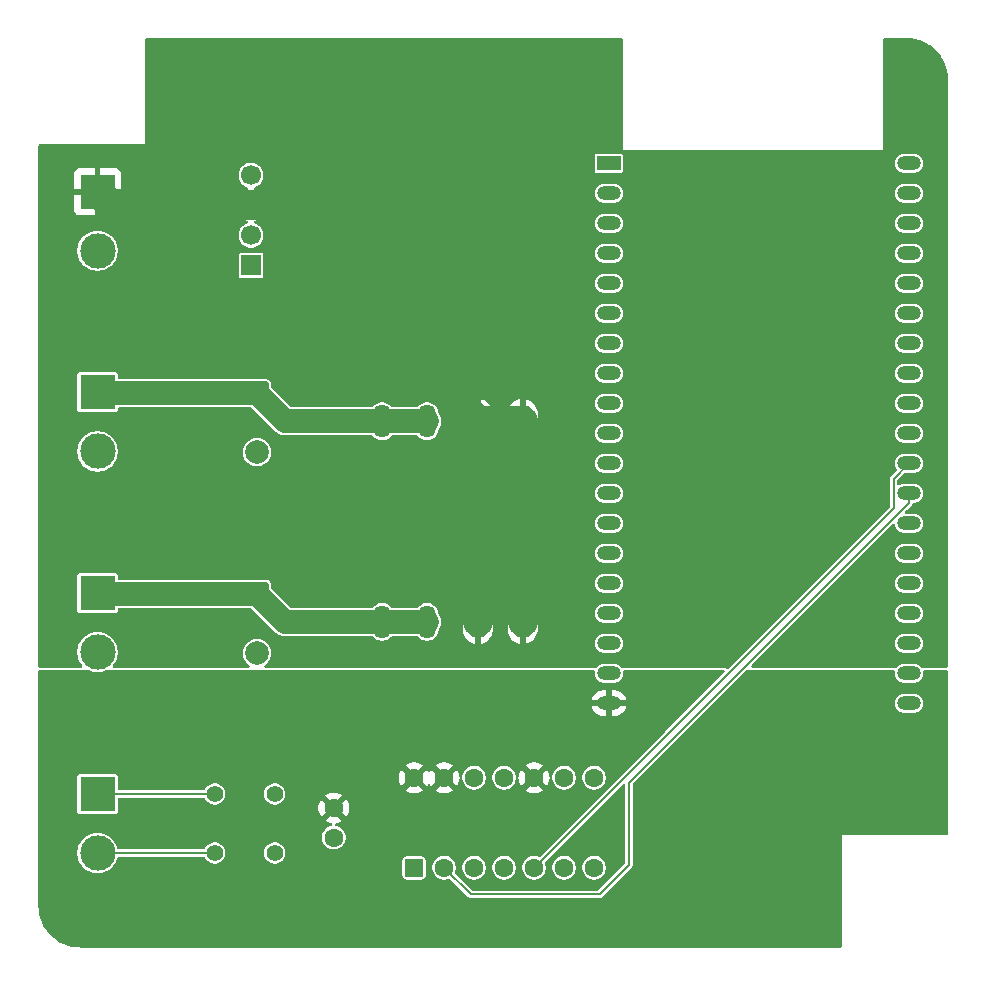
<source format=gbr>
%TF.GenerationSoftware,KiCad,Pcbnew,9.0.2*%
%TF.CreationDate,2025-05-19T00:13:54-04:00*%
%TF.ProjectId,WLED-Salon,574c4544-2d53-4616-9c6f-6e2e6b696361,rev?*%
%TF.SameCoordinates,Original*%
%TF.FileFunction,Copper,L1,Top*%
%TF.FilePolarity,Positive*%
%FSLAX46Y46*%
G04 Gerber Fmt 4.6, Leading zero omitted, Abs format (unit mm)*
G04 Created by KiCad (PCBNEW 9.0.2) date 2025-05-19 00:13:54*
%MOMM*%
%LPD*%
G01*
G04 APERTURE LIST*
G04 Aperture macros list*
%AMRoundRect*
0 Rectangle with rounded corners*
0 $1 Rounding radius*
0 $2 $3 $4 $5 $6 $7 $8 $9 X,Y pos of 4 corners*
0 Add a 4 corners polygon primitive as box body*
4,1,4,$2,$3,$4,$5,$6,$7,$8,$9,$2,$3,0*
0 Add four circle primitives for the rounded corners*
1,1,$1+$1,$2,$3*
1,1,$1+$1,$4,$5*
1,1,$1+$1,$6,$7*
1,1,$1+$1,$8,$9*
0 Add four rect primitives between the rounded corners*
20,1,$1+$1,$2,$3,$4,$5,0*
20,1,$1+$1,$4,$5,$6,$7,0*
20,1,$1+$1,$6,$7,$8,$9,0*
20,1,$1+$1,$8,$9,$2,$3,0*%
G04 Aperture macros list end*
%TA.AperFunction,ComponentPad*%
%ADD10O,1.500000X2.800000*%
%TD*%
%TA.AperFunction,ComponentPad*%
%ADD11R,3.000000X3.000000*%
%TD*%
%TA.AperFunction,ComponentPad*%
%ADD12C,3.000000*%
%TD*%
%TA.AperFunction,ComponentPad*%
%ADD13RoundRect,0.250000X-0.750000X0.750000X-0.750000X-0.750000X0.750000X-0.750000X0.750000X0.750000X0*%
%TD*%
%TA.AperFunction,ComponentPad*%
%ADD14C,2.000000*%
%TD*%
%TA.AperFunction,ComponentPad*%
%ADD15C,1.400000*%
%TD*%
%TA.AperFunction,ComponentPad*%
%ADD16R,1.700000X1.700000*%
%TD*%
%TA.AperFunction,ComponentPad*%
%ADD17C,1.700000*%
%TD*%
%TA.AperFunction,ComponentPad*%
%ADD18C,1.600000*%
%TD*%
%TA.AperFunction,ComponentPad*%
%ADD19R,2.000000X1.200000*%
%TD*%
%TA.AperFunction,ComponentPad*%
%ADD20O,2.000000X1.200000*%
%TD*%
%TA.AperFunction,ComponentPad*%
%ADD21RoundRect,0.250000X0.550000X-0.550000X0.550000X0.550000X-0.550000X0.550000X-0.550000X-0.550000X0*%
%TD*%
%TA.AperFunction,Conductor*%
%ADD22C,0.200000*%
%TD*%
%TA.AperFunction,Conductor*%
%ADD23C,2.000000*%
%TD*%
%TA.AperFunction,Conductor*%
%ADD24C,1.524000*%
%TD*%
%TA.AperFunction,Conductor*%
%ADD25C,2.540000*%
%TD*%
G04 APERTURE END LIST*
D10*
%TO.P,F1,1*%
%TO.N,+12V*%
X166500000Y-79937500D03*
X162700000Y-79937500D03*
%TO.P,F1,2*%
%TO.N,Net-(J3-Pin_1)*%
X158400000Y-79937500D03*
X154600000Y-79937500D03*
%TD*%
%TO.P,F2,1*%
%TO.N,+12V*%
X166500000Y-96937500D03*
X162700000Y-96937500D03*
%TO.P,F2,2*%
%TO.N,Net-(J4-Pin_1)*%
X158400000Y-96937500D03*
X154600000Y-96937500D03*
%TD*%
D11*
%TO.P,J3,1,Pin_1*%
%TO.N,Net-(J3-Pin_1)*%
X130500000Y-77500000D03*
D12*
%TO.P,J3,2,Pin_2*%
%TO.N,GND*%
X130500000Y-82500000D03*
%TD*%
D13*
%TO.P,C1,1*%
%TO.N,Net-(J3-Pin_1)*%
X144000000Y-77569823D03*
D14*
%TO.P,C1,2*%
%TO.N,GND*%
X144000000Y-82569823D03*
%TD*%
D13*
%TO.P,C2,1*%
%TO.N,Net-(J4-Pin_1)*%
X144000000Y-94569823D03*
D14*
%TO.P,C2,2*%
%TO.N,GND*%
X144000000Y-99569823D03*
%TD*%
D15*
%TO.P,R2,1*%
%TO.N,Net-(R2-Pad1)*%
X145500000Y-116500000D03*
%TO.P,R2,2*%
%TO.N,DATA2*%
X140420000Y-116500000D03*
%TD*%
%TO.P,R1,1*%
%TO.N,Net-(R1-Pad1)*%
X145500000Y-111500000D03*
%TO.P,R1,2*%
%TO.N,DATA1*%
X140420000Y-111500000D03*
%TD*%
D11*
%TO.P,J5,1,Pin_1*%
%TO.N,DATA1*%
X130500000Y-111500000D03*
D12*
%TO.P,J5,2,Pin_2*%
%TO.N,DATA2*%
X130500000Y-116500000D03*
%TD*%
D11*
%TO.P,J4,1,Pin_1*%
%TO.N,Net-(J4-Pin_1)*%
X130500000Y-94500000D03*
D12*
%TO.P,J4,2,Pin_2*%
%TO.N,GND*%
X130500000Y-99500000D03*
%TD*%
D16*
%TO.P,J2,1,Pin_1*%
%TO.N,+5V*%
X143500000Y-66747500D03*
D17*
%TO.P,J2,2,Pin_2*%
%TO.N,GND*%
X143500000Y-64207500D03*
%TO.P,J2,3,Pin_3*%
%TO.N,+12V*%
X143500000Y-61667500D03*
%TO.P,J2,4,Pin_4*%
%TO.N,unconnected-(J2-Pin_4-Pad4)*%
X143500000Y-59127500D03*
%TD*%
D11*
%TO.P,J1,1,Pin_1*%
%TO.N,+12V*%
X130500000Y-60500000D03*
D12*
%TO.P,J1,2,Pin_2*%
%TO.N,GND*%
X130500000Y-65500000D03*
%TD*%
D18*
%TO.P,C3,1*%
%TO.N,+5V*%
X150500000Y-112687500D03*
%TO.P,C3,2*%
%TO.N,GND*%
X150500000Y-115187500D03*
%TD*%
D19*
%TO.P,U1,1,3V3*%
%TO.N,unconnected-(U1-3V3-Pad1)*%
X173800000Y-58096560D03*
D20*
%TO.P,U1,2,CHIP_PU*%
%TO.N,unconnected-(U1-CHIP_PU-Pad2)*%
X173800000Y-60636560D03*
%TO.P,U1,3,SENSOR_VP/GPIO36/ADC1_CH0*%
%TO.N,unconnected-(U1-SENSOR_VP{slash}GPIO36{slash}ADC1_CH0-Pad3)*%
X173800000Y-63176560D03*
%TO.P,U1,4,SENSOR_VN/GPIO39/ADC1_CH3*%
%TO.N,unconnected-(U1-SENSOR_VN{slash}GPIO39{slash}ADC1_CH3-Pad4)*%
X173800000Y-65716560D03*
%TO.P,U1,5,VDET_1/GPIO34/ADC1_CH6*%
%TO.N,unconnected-(U1-VDET_1{slash}GPIO34{slash}ADC1_CH6-Pad5)*%
X173800000Y-68256560D03*
%TO.P,U1,6,VDET_2/GPIO35/ADC1_CH7*%
%TO.N,unconnected-(U1-VDET_2{slash}GPIO35{slash}ADC1_CH7-Pad6)*%
X173800000Y-70796560D03*
%TO.P,U1,7,32K_XP/GPIO32/ADC1_CH4*%
%TO.N,unconnected-(U1-32K_XP{slash}GPIO32{slash}ADC1_CH4-Pad7)*%
X173800000Y-73336560D03*
%TO.P,U1,8,32K_XN/GPIO33/ADC1_CH5*%
%TO.N,unconnected-(U1-32K_XN{slash}GPIO33{slash}ADC1_CH5-Pad8)*%
X173800000Y-75876560D03*
%TO.P,U1,9,DAC_1/ADC2_CH8/GPIO25*%
%TO.N,unconnected-(U1-DAC_1{slash}ADC2_CH8{slash}GPIO25-Pad9)*%
X173800000Y-78416560D03*
%TO.P,U1,10,DAC_2/ADC2_CH9/GPIO26*%
%TO.N,unconnected-(U1-DAC_2{slash}ADC2_CH9{slash}GPIO26-Pad10)*%
X173800000Y-80956560D03*
%TO.P,U1,11,ADC2_CH7/GPIO27*%
%TO.N,unconnected-(U1-ADC2_CH7{slash}GPIO27-Pad11)*%
X173800000Y-83496560D03*
%TO.P,U1,12,MTMS/GPIO14/ADC2_CH6*%
%TO.N,unconnected-(U1-MTMS{slash}GPIO14{slash}ADC2_CH6-Pad12)*%
X173800000Y-86036560D03*
%TO.P,U1,13,MTDI/GPIO12/ADC2_CH5*%
%TO.N,unconnected-(U1-MTDI{slash}GPIO12{slash}ADC2_CH5-Pad13)*%
X173800000Y-88576560D03*
%TO.P,U1,14,GND*%
%TO.N,GND*%
X173800000Y-91116560D03*
%TO.P,U1,15,MTCK/GPIO13/ADC2_CH4*%
%TO.N,unconnected-(U1-MTCK{slash}GPIO13{slash}ADC2_CH4-Pad15)*%
X173800000Y-93656560D03*
%TO.P,U1,16,SD_DATA2/GPIO9*%
%TO.N,unconnected-(U1-SD_DATA2{slash}GPIO9-Pad16)*%
X173800000Y-96196560D03*
%TO.P,U1,17,SD_DATA3/GPIO10*%
%TO.N,unconnected-(U1-SD_DATA3{slash}GPIO10-Pad17)*%
X173800000Y-98736560D03*
%TO.P,U1,18,CMD*%
%TO.N,unconnected-(U1-CMD-Pad18)*%
X173800000Y-101276560D03*
%TO.P,U1,19,5V*%
%TO.N,+5V*%
X173800000Y-103816560D03*
%TO.P,U1,20,SD_CLK/GPIO6*%
%TO.N,unconnected-(U1-SD_CLK{slash}GPIO6-Pad20)*%
X199196320Y-103813840D03*
%TO.P,U1,21,SD_DATA0/GPIO7*%
%TO.N,unconnected-(U1-SD_DATA0{slash}GPIO7-Pad21)*%
X199196320Y-101273840D03*
%TO.P,U1,22,SD_DATA1/GPIO8*%
%TO.N,unconnected-(U1-SD_DATA1{slash}GPIO8-Pad22)*%
X199200000Y-98736560D03*
%TO.P,U1,23,MTDO/GPIO15/ADC2_CH3*%
%TO.N,unconnected-(U1-MTDO{slash}GPIO15{slash}ADC2_CH3-Pad23)*%
X199200000Y-96196560D03*
%TO.P,U1,24,ADC2_CH2/GPIO2*%
%TO.N,unconnected-(U1-ADC2_CH2{slash}GPIO2-Pad24)*%
X199200000Y-93656560D03*
%TO.P,U1,25,GPIO0/BOOT/ADC2_CH1*%
%TO.N,unconnected-(U1-GPIO0{slash}BOOT{slash}ADC2_CH1-Pad25)*%
X199200000Y-91116560D03*
%TO.P,U1,26,ADC2_CH0/GPIO4*%
%TO.N,unconnected-(U1-ADC2_CH0{slash}GPIO4-Pad26)*%
X199200000Y-88576560D03*
%TO.P,U1,27,GPIO16*%
%TO.N,GPIO16*%
X199200000Y-86036560D03*
%TO.P,U1,28,GPIO17*%
%TO.N,GPIO17*%
X199200000Y-83496560D03*
%TO.P,U1,29,GPIO5*%
%TO.N,unconnected-(U1-GPIO5-Pad29)*%
X199200000Y-80956560D03*
%TO.P,U1,30,GPIO18*%
%TO.N,unconnected-(U1-GPIO18-Pad30)*%
X199200000Y-78416560D03*
%TO.P,U1,31,GPIO19*%
%TO.N,unconnected-(U1-GPIO19-Pad31)*%
X199200000Y-75876560D03*
%TO.P,U1,32,GND*%
%TO.N,GND*%
X199200000Y-73336560D03*
%TO.P,U1,33,GPIO21*%
%TO.N,unconnected-(U1-GPIO21-Pad33)*%
X199200000Y-70796560D03*
%TO.P,U1,34,U0RXD/GPIO3*%
%TO.N,unconnected-(U1-U0RXD{slash}GPIO3-Pad34)*%
X199200000Y-68256560D03*
%TO.P,U1,35,U0TXD/GPIO1*%
%TO.N,unconnected-(U1-U0TXD{slash}GPIO1-Pad35)*%
X199200000Y-65716560D03*
%TO.P,U1,36,GPIO22*%
%TO.N,unconnected-(U1-GPIO22-Pad36)*%
X199200000Y-63176560D03*
%TO.P,U1,37,GPIO23*%
%TO.N,unconnected-(U1-GPIO23-Pad37)*%
X199200000Y-60636560D03*
%TO.P,U1,38,GND*%
%TO.N,GND*%
X199200000Y-58096560D03*
%TD*%
D21*
%TO.P,U2,1*%
%TO.N,GND*%
X157300000Y-117747500D03*
D18*
%TO.P,U2,2*%
%TO.N,GPIO16*%
X159840000Y-117747500D03*
%TO.P,U2,3*%
%TO.N,Net-(R1-Pad1)*%
X162380000Y-117747500D03*
%TO.P,U2,4*%
%TO.N,GND*%
X164920000Y-117747500D03*
%TO.P,U2,5*%
%TO.N,GPIO17*%
X167460000Y-117747500D03*
%TO.P,U2,6*%
%TO.N,Net-(R2-Pad1)*%
X170000000Y-117747500D03*
%TO.P,U2,7,GND*%
%TO.N,GND*%
X172540000Y-117747500D03*
%TO.P,U2,8*%
%TO.N,unconnected-(U2-Pad8)*%
X172540000Y-110127500D03*
%TO.P,U2,9*%
%TO.N,GND*%
X170000000Y-110127500D03*
%TO.P,U2,10*%
%TO.N,+5V*%
X167460000Y-110127500D03*
%TO.P,U2,11*%
%TO.N,unconnected-(U2-Pad11)*%
X164920000Y-110127500D03*
%TO.P,U2,12*%
%TO.N,GND*%
X162380000Y-110127500D03*
%TO.P,U2,13*%
%TO.N,+5V*%
X159840000Y-110127500D03*
%TO.P,U2,14,VCC*%
X157300000Y-110127500D03*
%TD*%
D22*
%TO.N,DATA2*%
X140420000Y-116500000D02*
X130500000Y-116500000D01*
%TO.N,DATA1*%
X140420000Y-111500000D02*
X130500000Y-111500000D01*
%TO.N,GPIO16*%
X199200000Y-86036560D02*
X199200000Y-86836560D01*
X199200000Y-86836560D02*
X175500000Y-110536560D01*
X175500000Y-110536560D02*
X175500000Y-117500000D01*
X175500000Y-117500000D02*
X173000000Y-120000000D01*
X173000000Y-120000000D02*
X162092500Y-120000000D01*
X162092500Y-120000000D02*
X159840000Y-117747500D01*
%TO.N,GPIO17*%
X199200000Y-83496560D02*
X197899000Y-84797560D01*
X197899000Y-87308500D02*
X167460000Y-117747500D01*
X197899000Y-84797560D02*
X197899000Y-87308500D01*
D23*
%TO.N,Net-(J4-Pin_1)*%
X144000000Y-94569823D02*
X130569823Y-94569823D01*
D24*
X130569823Y-94569823D02*
X130500000Y-94500000D01*
D23*
X154600000Y-96937500D02*
X146367677Y-96937500D01*
X146367677Y-96937500D02*
X144000000Y-94569823D01*
%TO.N,Net-(J3-Pin_1)*%
X144000000Y-77569823D02*
X130569823Y-77569823D01*
D24*
X130569823Y-77569823D02*
X130500000Y-77500000D01*
D23*
X154600000Y-79937500D02*
X146367677Y-79937500D01*
X146367677Y-79937500D02*
X144000000Y-77569823D01*
%TO.N,Net-(J4-Pin_1)*%
X158400000Y-96937500D02*
X154600000Y-96937500D01*
%TO.N,Net-(J3-Pin_1)*%
X158400000Y-79937500D02*
X154600000Y-79937500D01*
D25*
%TO.N,+12V*%
X166500000Y-96937500D02*
X166500000Y-79937500D01*
X162700000Y-79937500D02*
X162700000Y-96937500D01*
X162700000Y-79937500D02*
X166500000Y-79937500D01*
X143500000Y-61667500D02*
X144430000Y-61667500D01*
X144430000Y-61667500D02*
X162700000Y-79937500D01*
X130500000Y-60500000D02*
X131667500Y-61667500D01*
X131667500Y-61667500D02*
X143500000Y-61667500D01*
%TD*%
%TA.AperFunction,Conductor*%
%TO.N,+12V*%
G36*
X174943039Y-47520185D02*
G01*
X174988794Y-47572989D01*
X175000000Y-47624500D01*
X175000000Y-57000000D01*
X197000000Y-57000000D01*
X197000000Y-47624500D01*
X197019685Y-47557461D01*
X197072489Y-47511706D01*
X197124000Y-47500500D01*
X198934108Y-47500500D01*
X198996949Y-47500500D01*
X199003032Y-47500648D01*
X199336929Y-47517052D01*
X199349037Y-47518245D01*
X199362116Y-47520185D01*
X199676699Y-47566849D01*
X199688617Y-47569219D01*
X200009951Y-47649709D01*
X200021588Y-47653240D01*
X200092806Y-47678722D01*
X200333467Y-47764832D01*
X200344688Y-47769479D01*
X200644163Y-47911120D01*
X200654871Y-47916844D01*
X200938988Y-48087137D01*
X200949106Y-48093897D01*
X201215170Y-48291224D01*
X201224576Y-48298944D01*
X201470013Y-48521395D01*
X201478604Y-48529986D01*
X201665755Y-48736475D01*
X201701055Y-48775423D01*
X201708775Y-48784829D01*
X201906102Y-49050893D01*
X201912862Y-49061011D01*
X202041776Y-49276092D01*
X202083148Y-49345116D01*
X202088885Y-49355848D01*
X202230514Y-49655297D01*
X202235170Y-49666540D01*
X202346759Y-49978411D01*
X202350292Y-49990055D01*
X202430777Y-50311369D01*
X202433151Y-50323305D01*
X202481754Y-50650962D01*
X202482947Y-50663071D01*
X202499351Y-50996966D01*
X202499500Y-51003051D01*
X202499500Y-100670500D01*
X202479815Y-100737539D01*
X202427011Y-100783294D01*
X202375500Y-100794500D01*
X200509127Y-100794500D01*
X200508597Y-100794507D01*
X200503571Y-100794574D01*
X200496987Y-100794750D01*
X200434128Y-100806382D01*
X200434122Y-100806383D01*
X200434122Y-100806384D01*
X200373314Y-100827836D01*
X200303546Y-100831576D01*
X200242830Y-100797002D01*
X200228960Y-100779790D01*
X200218109Y-100763551D01*
X200218106Y-100763547D01*
X200106612Y-100652053D01*
X200106608Y-100652050D01*
X199975505Y-100564449D01*
X199975492Y-100564442D01*
X199829821Y-100504104D01*
X199829809Y-100504101D01*
X199675165Y-100473340D01*
X199675162Y-100473340D01*
X198717478Y-100473340D01*
X198717475Y-100473340D01*
X198562830Y-100504101D01*
X198562818Y-100504104D01*
X198417147Y-100564442D01*
X198417134Y-100564449D01*
X198286031Y-100652050D01*
X198286027Y-100652053D01*
X198174535Y-100763545D01*
X198174525Y-100763557D01*
X198164190Y-100779024D01*
X198110576Y-100823827D01*
X198041250Y-100832530D01*
X198013053Y-100824445D01*
X198008448Y-100822509D01*
X197941416Y-100802826D01*
X197941412Y-100802825D01*
X197941411Y-100802825D01*
X197883513Y-100794500D01*
X197883509Y-100794500D01*
X185966393Y-100794500D01*
X185899354Y-100774815D01*
X185853599Y-100722011D01*
X185843655Y-100652853D01*
X185872680Y-100589297D01*
X185878712Y-100582819D01*
X187803818Y-98657713D01*
X197999500Y-98657713D01*
X197999500Y-98815406D01*
X198030261Y-98970049D01*
X198030264Y-98970061D01*
X198090602Y-99115732D01*
X198090609Y-99115745D01*
X198178210Y-99246848D01*
X198178213Y-99246852D01*
X198289707Y-99358346D01*
X198289711Y-99358349D01*
X198420814Y-99445950D01*
X198420827Y-99445957D01*
X198491770Y-99475342D01*
X198566503Y-99506297D01*
X198721153Y-99537059D01*
X198721156Y-99537060D01*
X198721158Y-99537060D01*
X199678844Y-99537060D01*
X199678845Y-99537059D01*
X199833497Y-99506297D01*
X199979179Y-99445954D01*
X200110289Y-99358349D01*
X200221789Y-99246849D01*
X200309394Y-99115739D01*
X200369737Y-98970057D01*
X200400500Y-98815402D01*
X200400500Y-98657718D01*
X200400500Y-98657715D01*
X200400499Y-98657713D01*
X200379713Y-98553217D01*
X200369737Y-98503063D01*
X200350772Y-98457276D01*
X200309397Y-98357387D01*
X200309390Y-98357374D01*
X200221789Y-98226271D01*
X200221786Y-98226267D01*
X200110292Y-98114773D01*
X200110288Y-98114770D01*
X199979185Y-98027169D01*
X199979172Y-98027162D01*
X199833501Y-97966824D01*
X199833489Y-97966821D01*
X199678845Y-97936060D01*
X199678842Y-97936060D01*
X198721158Y-97936060D01*
X198721155Y-97936060D01*
X198566510Y-97966821D01*
X198566498Y-97966824D01*
X198420827Y-98027162D01*
X198420814Y-98027169D01*
X198289711Y-98114770D01*
X198289707Y-98114773D01*
X198178213Y-98226267D01*
X198178210Y-98226271D01*
X198090609Y-98357374D01*
X198090602Y-98357387D01*
X198030264Y-98503058D01*
X198030261Y-98503070D01*
X197999500Y-98657713D01*
X187803818Y-98657713D01*
X187897586Y-98563945D01*
X189063199Y-97398332D01*
X190343818Y-96117713D01*
X197999500Y-96117713D01*
X197999500Y-96275406D01*
X198030261Y-96430049D01*
X198030264Y-96430061D01*
X198090602Y-96575732D01*
X198090609Y-96575745D01*
X198178210Y-96706848D01*
X198178213Y-96706852D01*
X198289707Y-96818346D01*
X198289711Y-96818349D01*
X198420814Y-96905950D01*
X198420827Y-96905957D01*
X198566498Y-96966295D01*
X198566503Y-96966297D01*
X198721153Y-96997059D01*
X198721156Y-96997060D01*
X198721158Y-96997060D01*
X199678844Y-96997060D01*
X199678845Y-96997059D01*
X199833497Y-96966297D01*
X199979179Y-96905954D01*
X200110289Y-96818349D01*
X200221789Y-96706849D01*
X200309394Y-96575739D01*
X200369737Y-96430057D01*
X200400500Y-96275402D01*
X200400500Y-96117718D01*
X200400500Y-96117715D01*
X200400499Y-96117713D01*
X200392114Y-96075560D01*
X200369737Y-95963063D01*
X200313496Y-95827284D01*
X200309397Y-95817387D01*
X200309390Y-95817374D01*
X200221789Y-95686271D01*
X200221786Y-95686267D01*
X200110292Y-95574773D01*
X200110288Y-95574770D01*
X199979185Y-95487169D01*
X199979172Y-95487162D01*
X199833501Y-95426824D01*
X199833489Y-95426821D01*
X199678845Y-95396060D01*
X199678842Y-95396060D01*
X198721158Y-95396060D01*
X198721155Y-95396060D01*
X198566510Y-95426821D01*
X198566498Y-95426824D01*
X198420827Y-95487162D01*
X198420814Y-95487169D01*
X198289711Y-95574770D01*
X198289707Y-95574773D01*
X198178213Y-95686267D01*
X198178210Y-95686271D01*
X198090609Y-95817374D01*
X198090602Y-95817387D01*
X198030264Y-95963058D01*
X198030261Y-95963070D01*
X197999500Y-96117713D01*
X190343818Y-96117713D01*
X192883817Y-93577713D01*
X197999500Y-93577713D01*
X197999500Y-93735406D01*
X198030261Y-93890049D01*
X198030264Y-93890061D01*
X198090602Y-94035732D01*
X198090609Y-94035745D01*
X198178210Y-94166848D01*
X198178213Y-94166852D01*
X198289707Y-94278346D01*
X198289711Y-94278349D01*
X198420814Y-94365950D01*
X198420827Y-94365957D01*
X198566498Y-94426295D01*
X198566503Y-94426297D01*
X198721153Y-94457059D01*
X198721156Y-94457060D01*
X198721158Y-94457060D01*
X199678844Y-94457060D01*
X199678845Y-94457059D01*
X199833497Y-94426297D01*
X199979179Y-94365954D01*
X200110289Y-94278349D01*
X200221789Y-94166849D01*
X200309394Y-94035739D01*
X200315418Y-94021197D01*
X200369735Y-93890061D01*
X200369737Y-93890057D01*
X200400500Y-93735402D01*
X200400500Y-93577718D01*
X200400500Y-93577715D01*
X200400499Y-93577713D01*
X200369738Y-93423070D01*
X200369737Y-93423063D01*
X200367238Y-93417029D01*
X200309397Y-93277387D01*
X200309390Y-93277374D01*
X200221789Y-93146271D01*
X200221786Y-93146267D01*
X200110292Y-93034773D01*
X200110288Y-93034770D01*
X199979185Y-92947169D01*
X199979172Y-92947162D01*
X199833501Y-92886824D01*
X199833489Y-92886821D01*
X199678845Y-92856060D01*
X199678842Y-92856060D01*
X198721158Y-92856060D01*
X198721155Y-92856060D01*
X198566510Y-92886821D01*
X198566498Y-92886824D01*
X198420827Y-92947162D01*
X198420814Y-92947169D01*
X198289711Y-93034770D01*
X198289707Y-93034773D01*
X198178213Y-93146267D01*
X198178210Y-93146271D01*
X198090609Y-93277374D01*
X198090602Y-93277387D01*
X198030264Y-93423058D01*
X198030261Y-93423070D01*
X197999500Y-93577713D01*
X192883817Y-93577713D01*
X195423817Y-91037713D01*
X197999500Y-91037713D01*
X197999500Y-91195406D01*
X198030261Y-91350049D01*
X198030264Y-91350061D01*
X198090602Y-91495732D01*
X198090609Y-91495745D01*
X198178210Y-91626848D01*
X198178213Y-91626852D01*
X198289707Y-91738346D01*
X198289711Y-91738349D01*
X198420814Y-91825950D01*
X198420827Y-91825957D01*
X198566498Y-91886295D01*
X198566503Y-91886297D01*
X198721153Y-91917059D01*
X198721156Y-91917060D01*
X198721158Y-91917060D01*
X199678844Y-91917060D01*
X199678845Y-91917059D01*
X199833497Y-91886297D01*
X199979179Y-91825954D01*
X200110289Y-91738349D01*
X200221789Y-91626849D01*
X200309394Y-91495739D01*
X200369737Y-91350057D01*
X200400500Y-91195402D01*
X200400500Y-91037718D01*
X200400500Y-91037715D01*
X200400499Y-91037713D01*
X200369738Y-90883070D01*
X200369737Y-90883063D01*
X200369735Y-90883058D01*
X200309397Y-90737387D01*
X200309390Y-90737374D01*
X200221789Y-90606271D01*
X200221786Y-90606267D01*
X200110292Y-90494773D01*
X200110288Y-90494770D01*
X199979185Y-90407169D01*
X199979172Y-90407162D01*
X199833501Y-90346824D01*
X199833489Y-90346821D01*
X199678845Y-90316060D01*
X199678842Y-90316060D01*
X198721158Y-90316060D01*
X198721155Y-90316060D01*
X198566510Y-90346821D01*
X198566498Y-90346824D01*
X198420827Y-90407162D01*
X198420814Y-90407169D01*
X198289711Y-90494770D01*
X198289707Y-90494773D01*
X198178213Y-90606267D01*
X198178210Y-90606271D01*
X198090609Y-90737374D01*
X198090602Y-90737387D01*
X198030264Y-90883058D01*
X198030261Y-90883070D01*
X197999500Y-91037713D01*
X195423817Y-91037713D01*
X197803379Y-88658150D01*
X197864700Y-88624667D01*
X197934392Y-88629651D01*
X197990325Y-88671523D01*
X198012675Y-88721641D01*
X198030261Y-88810051D01*
X198030264Y-88810061D01*
X198090602Y-88955732D01*
X198090609Y-88955745D01*
X198178210Y-89086848D01*
X198178213Y-89086852D01*
X198289707Y-89198346D01*
X198289711Y-89198349D01*
X198420814Y-89285950D01*
X198420827Y-89285957D01*
X198566498Y-89346295D01*
X198566503Y-89346297D01*
X198721153Y-89377059D01*
X198721156Y-89377060D01*
X198721158Y-89377060D01*
X199678844Y-89377060D01*
X199678845Y-89377059D01*
X199833497Y-89346297D01*
X199979179Y-89285954D01*
X200110289Y-89198349D01*
X200221789Y-89086849D01*
X200309394Y-88955739D01*
X200369737Y-88810057D01*
X200400500Y-88655402D01*
X200400500Y-88497718D01*
X200400500Y-88497715D01*
X200400499Y-88497713D01*
X200369737Y-88343063D01*
X200369735Y-88343058D01*
X200309397Y-88197387D01*
X200309390Y-88197374D01*
X200221789Y-88066271D01*
X200221786Y-88066267D01*
X200110292Y-87954773D01*
X200110288Y-87954770D01*
X199979185Y-87867169D01*
X199979172Y-87867162D01*
X199833501Y-87806824D01*
X199833489Y-87806821D01*
X199678845Y-87776060D01*
X199678842Y-87776060D01*
X198984832Y-87776060D01*
X198917793Y-87756375D01*
X198872038Y-87703571D01*
X198862094Y-87634413D01*
X198891119Y-87570857D01*
X198897151Y-87564379D01*
X199037042Y-87424488D01*
X199440460Y-87021071D01*
X199480021Y-86952549D01*
X199486341Y-86928964D01*
X199522707Y-86869305D01*
X199585554Y-86838777D01*
X199606115Y-86837060D01*
X199678844Y-86837060D01*
X199678845Y-86837059D01*
X199833497Y-86806297D01*
X199979179Y-86745954D01*
X200110289Y-86658349D01*
X200221789Y-86546849D01*
X200309394Y-86415739D01*
X200369737Y-86270057D01*
X200400500Y-86115402D01*
X200400500Y-85957718D01*
X200400500Y-85957715D01*
X200400499Y-85957713D01*
X200369738Y-85803070D01*
X200369737Y-85803063D01*
X200369735Y-85803058D01*
X200309397Y-85657387D01*
X200309390Y-85657374D01*
X200221789Y-85526271D01*
X200221786Y-85526267D01*
X200110292Y-85414773D01*
X200110288Y-85414770D01*
X199979185Y-85327169D01*
X199979172Y-85327162D01*
X199833501Y-85266824D01*
X199833489Y-85266821D01*
X199678845Y-85236060D01*
X199678842Y-85236060D01*
X198721158Y-85236060D01*
X198721155Y-85236060D01*
X198566510Y-85266821D01*
X198566498Y-85266824D01*
X198420827Y-85327162D01*
X198420811Y-85327171D01*
X198392389Y-85346162D01*
X198325712Y-85367039D01*
X198258332Y-85348554D01*
X198211642Y-85296574D01*
X198199500Y-85243059D01*
X198199500Y-84973393D01*
X198219185Y-84906354D01*
X198235819Y-84885712D01*
X198788152Y-84333379D01*
X198849475Y-84299894D01*
X198875833Y-84297060D01*
X199678844Y-84297060D01*
X199678845Y-84297059D01*
X199833497Y-84266297D01*
X199979179Y-84205954D01*
X200110289Y-84118349D01*
X200221789Y-84006849D01*
X200309394Y-83875739D01*
X200369737Y-83730057D01*
X200400500Y-83575402D01*
X200400500Y-83417718D01*
X200400500Y-83417715D01*
X200400499Y-83417713D01*
X200369738Y-83263070D01*
X200369737Y-83263063D01*
X200343211Y-83199022D01*
X200309397Y-83117387D01*
X200309390Y-83117374D01*
X200221789Y-82986271D01*
X200221786Y-82986267D01*
X200110292Y-82874773D01*
X200110288Y-82874770D01*
X199979185Y-82787169D01*
X199979172Y-82787162D01*
X199833501Y-82726824D01*
X199833489Y-82726821D01*
X199678845Y-82696060D01*
X199678842Y-82696060D01*
X198721158Y-82696060D01*
X198721155Y-82696060D01*
X198566510Y-82726821D01*
X198566498Y-82726824D01*
X198420827Y-82787162D01*
X198420814Y-82787169D01*
X198289711Y-82874770D01*
X198289707Y-82874773D01*
X198178213Y-82986267D01*
X198178210Y-82986271D01*
X198090609Y-83117374D01*
X198090602Y-83117387D01*
X198030264Y-83263058D01*
X198030261Y-83263070D01*
X197999500Y-83417713D01*
X197999500Y-83575406D01*
X198030261Y-83730049D01*
X198030264Y-83730061D01*
X198090602Y-83875732D01*
X198090612Y-83875750D01*
X198156331Y-83974106D01*
X198177209Y-84040783D01*
X198158724Y-84108163D01*
X198140910Y-84130677D01*
X197714489Y-84557100D01*
X197658541Y-84613047D01*
X197658535Y-84613055D01*
X197618982Y-84681564D01*
X197618979Y-84681569D01*
X197598500Y-84757999D01*
X197598500Y-87132666D01*
X197578815Y-87199705D01*
X197562181Y-87220347D01*
X183888778Y-100893749D01*
X183827455Y-100927234D01*
X183757763Y-100922250D01*
X183707392Y-100887280D01*
X183705510Y-100885108D01*
X183687924Y-100867160D01*
X183687923Y-100867159D01*
X183687921Y-100867157D01*
X183687919Y-100867156D01*
X183687917Y-100867154D01*
X183608107Y-100822511D01*
X183608102Y-100822509D01*
X183541070Y-100802826D01*
X183541066Y-100802825D01*
X183541065Y-100802825D01*
X183483167Y-100794500D01*
X175112266Y-100794500D01*
X175111736Y-100794507D01*
X175106710Y-100794574D01*
X175100126Y-100794750D01*
X175037264Y-100806382D01*
X174975421Y-100828200D01*
X174905651Y-100831939D01*
X174844936Y-100797365D01*
X174831067Y-100780155D01*
X174821791Y-100766273D01*
X174821786Y-100766267D01*
X174710292Y-100654773D01*
X174710288Y-100654770D01*
X174579185Y-100567169D01*
X174579172Y-100567162D01*
X174433501Y-100506824D01*
X174433489Y-100506821D01*
X174278845Y-100476060D01*
X174278842Y-100476060D01*
X173321158Y-100476060D01*
X173321155Y-100476060D01*
X173166510Y-100506821D01*
X173166498Y-100506824D01*
X173020827Y-100567162D01*
X173020814Y-100567169D01*
X172889711Y-100654770D01*
X172889707Y-100654773D01*
X172778217Y-100766264D01*
X172778214Y-100766267D01*
X172778211Y-100766270D01*
X172778211Y-100766271D01*
X172773292Y-100773631D01*
X172769408Y-100779445D01*
X172715792Y-100824246D01*
X172646467Y-100832949D01*
X172618271Y-100824863D01*
X172612676Y-100822512D01*
X172612673Y-100822511D01*
X172612671Y-100822510D01*
X172571440Y-100810403D01*
X172545637Y-100802826D01*
X172545633Y-100802825D01*
X172545632Y-100802825D01*
X172487734Y-100794500D01*
X172487730Y-100794500D01*
X144738422Y-100794500D01*
X144671383Y-100774815D01*
X144625628Y-100722011D01*
X144615684Y-100652853D01*
X144644709Y-100589297D01*
X144665533Y-100570184D01*
X144782073Y-100485513D01*
X144915690Y-100351896D01*
X145026760Y-100199022D01*
X145112547Y-100030655D01*
X145170940Y-99850941D01*
X145173868Y-99832452D01*
X145200500Y-99664309D01*
X145200500Y-99475336D01*
X145170940Y-99288704D01*
X145131569Y-99167534D01*
X145112547Y-99108991D01*
X145112545Y-99108988D01*
X145112545Y-99108986D01*
X145041757Y-98970057D01*
X145026760Y-98940624D01*
X144915690Y-98787750D01*
X144782073Y-98654133D01*
X144629199Y-98543063D01*
X144619260Y-98537999D01*
X144460836Y-98457277D01*
X144281118Y-98398882D01*
X144094486Y-98369323D01*
X144094481Y-98369323D01*
X143905519Y-98369323D01*
X143905514Y-98369323D01*
X143718881Y-98398882D01*
X143539163Y-98457277D01*
X143370800Y-98543063D01*
X143283579Y-98606433D01*
X143217927Y-98654133D01*
X143217925Y-98654135D01*
X143217924Y-98654135D01*
X143084312Y-98787747D01*
X143084312Y-98787748D01*
X143084310Y-98787750D01*
X143070529Y-98806718D01*
X142973240Y-98940623D01*
X142887454Y-99108986D01*
X142829059Y-99288704D01*
X142799500Y-99475336D01*
X142799500Y-99664309D01*
X142829059Y-99850941D01*
X142887454Y-100030659D01*
X142973240Y-100199022D01*
X143084310Y-100351896D01*
X143217927Y-100485513D01*
X143334464Y-100570183D01*
X143377129Y-100625512D01*
X143383108Y-100695126D01*
X143350502Y-100756921D01*
X143289663Y-100791278D01*
X143261578Y-100794500D01*
X131901577Y-100794500D01*
X131834538Y-100774815D01*
X131788783Y-100722011D01*
X131778839Y-100652853D01*
X131803201Y-100595014D01*
X131916941Y-100446783D01*
X131916940Y-100446783D01*
X131916948Y-100446774D01*
X132028405Y-100253726D01*
X132113710Y-100047781D01*
X132171404Y-99832463D01*
X132200500Y-99611457D01*
X132200500Y-99388543D01*
X132171404Y-99167537D01*
X132113710Y-98952219D01*
X132028405Y-98746274D01*
X131916948Y-98553226D01*
X131798517Y-98398883D01*
X131781248Y-98376377D01*
X131781242Y-98376370D01*
X131623629Y-98218757D01*
X131623622Y-98218751D01*
X131446782Y-98083058D01*
X131446780Y-98083057D01*
X131446774Y-98083052D01*
X131253726Y-97971595D01*
X131253722Y-97971593D01*
X131047790Y-97886293D01*
X131047783Y-97886291D01*
X131047781Y-97886290D01*
X130832463Y-97828596D01*
X130832457Y-97828595D01*
X130832452Y-97828594D01*
X130611466Y-97799501D01*
X130611463Y-97799500D01*
X130611457Y-97799500D01*
X130388543Y-97799500D01*
X130388537Y-97799500D01*
X130388533Y-97799501D01*
X130167547Y-97828594D01*
X130167540Y-97828595D01*
X130167537Y-97828596D01*
X130032634Y-97864743D01*
X129952219Y-97886290D01*
X129952209Y-97886293D01*
X129746277Y-97971593D01*
X129746273Y-97971595D01*
X129553226Y-98083052D01*
X129553217Y-98083058D01*
X129376377Y-98218751D01*
X129376370Y-98218757D01*
X129218757Y-98376370D01*
X129218751Y-98376377D01*
X129083058Y-98553217D01*
X129083052Y-98553226D01*
X128971595Y-98746273D01*
X128971593Y-98746277D01*
X128886293Y-98952209D01*
X128886290Y-98952219D01*
X128881513Y-98970049D01*
X128828597Y-99167534D01*
X128828594Y-99167547D01*
X128799501Y-99388533D01*
X128799500Y-99388549D01*
X128799500Y-99611450D01*
X128799501Y-99611466D01*
X128828594Y-99832452D01*
X128828595Y-99832457D01*
X128828596Y-99832463D01*
X128881701Y-100030655D01*
X128886290Y-100047780D01*
X128886293Y-100047790D01*
X128971593Y-100253722D01*
X128971595Y-100253726D01*
X129083052Y-100446774D01*
X129083054Y-100446777D01*
X129083058Y-100446783D01*
X129196799Y-100595014D01*
X129221993Y-100660183D01*
X129207954Y-100728628D01*
X129159140Y-100778618D01*
X129098423Y-100794500D01*
X125624500Y-100794500D01*
X125557461Y-100774815D01*
X125511706Y-100722011D01*
X125500500Y-100670500D01*
X125500500Y-92980247D01*
X128799500Y-92980247D01*
X128799500Y-96019752D01*
X128811131Y-96078229D01*
X128811132Y-96078230D01*
X128855447Y-96144552D01*
X128921769Y-96188867D01*
X128921770Y-96188868D01*
X128980247Y-96200499D01*
X128980250Y-96200500D01*
X128980252Y-96200500D01*
X132019750Y-96200500D01*
X132019751Y-96200499D01*
X132034568Y-96197552D01*
X132078229Y-96188868D01*
X132078229Y-96188867D01*
X132078231Y-96188867D01*
X132144552Y-96144552D01*
X132188867Y-96078231D01*
X132188867Y-96078229D01*
X132188868Y-96078229D01*
X132200499Y-96019752D01*
X132200500Y-96019750D01*
X132200500Y-95894323D01*
X132220185Y-95827284D01*
X132272989Y-95781529D01*
X132324500Y-95770323D01*
X143195734Y-95770323D01*
X143451374Y-95770323D01*
X143518413Y-95790008D01*
X143539055Y-95806642D01*
X144575427Y-96843013D01*
X145585604Y-97853190D01*
X145738478Y-97964260D01*
X145818024Y-98004790D01*
X145906840Y-98050045D01*
X145906842Y-98050045D01*
X145906845Y-98050047D01*
X145960052Y-98067335D01*
X146086558Y-98108440D01*
X146273191Y-98138000D01*
X146273196Y-98138000D01*
X146462159Y-98138000D01*
X153758397Y-98138000D01*
X153825436Y-98157685D01*
X153857388Y-98189072D01*
X153857838Y-98188704D01*
X153861268Y-98192884D01*
X153861500Y-98193112D01*
X153861698Y-98193408D01*
X153861699Y-98193409D01*
X153861702Y-98193413D01*
X153994088Y-98325799D01*
X153994092Y-98325802D01*
X154149762Y-98429818D01*
X154149768Y-98429821D01*
X154149769Y-98429822D01*
X154322749Y-98501473D01*
X154506379Y-98537999D01*
X154506383Y-98538000D01*
X154506384Y-98538000D01*
X154693617Y-98538000D01*
X154693618Y-98537999D01*
X154877251Y-98501473D01*
X155050231Y-98429822D01*
X155205908Y-98325802D01*
X155338302Y-98193408D01*
X155338498Y-98193113D01*
X155338641Y-98192994D01*
X155342162Y-98188704D01*
X155342975Y-98189371D01*
X155392107Y-98148307D01*
X155441603Y-98138000D01*
X157558397Y-98138000D01*
X157625436Y-98157685D01*
X157657388Y-98189072D01*
X157657838Y-98188704D01*
X157661268Y-98192884D01*
X157661500Y-98193112D01*
X157661698Y-98193408D01*
X157661699Y-98193409D01*
X157661702Y-98193413D01*
X157794088Y-98325799D01*
X157794092Y-98325802D01*
X157949762Y-98429818D01*
X157949768Y-98429821D01*
X157949769Y-98429822D01*
X158122749Y-98501473D01*
X158306379Y-98537999D01*
X158306383Y-98538000D01*
X158306384Y-98538000D01*
X158493617Y-98538000D01*
X158493618Y-98537999D01*
X158677251Y-98501473D01*
X158850231Y-98429822D01*
X159005908Y-98325802D01*
X159138302Y-98193408D01*
X159242322Y-98037731D01*
X159313973Y-97864751D01*
X159347782Y-97694781D01*
X159369081Y-97646086D01*
X159375517Y-97637228D01*
X159426760Y-97566699D01*
X159512547Y-97398332D01*
X159570940Y-97218618D01*
X159587076Y-97116740D01*
X159600500Y-97031986D01*
X159600500Y-96843013D01*
X159570940Y-96656381D01*
X159512545Y-96476663D01*
X159426759Y-96308300D01*
X159402857Y-96275402D01*
X159369080Y-96228911D01*
X159351674Y-96189117D01*
X161450000Y-96189117D01*
X161450000Y-96687500D01*
X162450000Y-96687500D01*
X162450000Y-97187500D01*
X161450000Y-97187500D01*
X161450000Y-97685882D01*
X161480778Y-97880205D01*
X161541581Y-98067335D01*
X161630904Y-98242643D01*
X161746555Y-98401821D01*
X161885678Y-98540944D01*
X162044856Y-98656595D01*
X162220162Y-98745918D01*
X162407283Y-98806718D01*
X162450000Y-98813484D01*
X162450000Y-97637228D01*
X162488060Y-97729114D01*
X162558386Y-97799440D01*
X162650272Y-97837500D01*
X162749728Y-97837500D01*
X162841614Y-97799440D01*
X162911940Y-97729114D01*
X162950000Y-97637228D01*
X162950000Y-98813484D01*
X162992716Y-98806718D01*
X163179837Y-98745918D01*
X163355143Y-98656595D01*
X163514321Y-98540944D01*
X163653444Y-98401821D01*
X163769095Y-98242643D01*
X163858418Y-98067335D01*
X163919221Y-97880205D01*
X163950000Y-97685882D01*
X163950000Y-97187500D01*
X162950000Y-97187500D01*
X162950000Y-96687500D01*
X163950000Y-96687500D01*
X163950000Y-96189117D01*
X165250000Y-96189117D01*
X165250000Y-96687500D01*
X166250000Y-96687500D01*
X166250000Y-97187500D01*
X165250000Y-97187500D01*
X165250000Y-97685882D01*
X165280778Y-97880205D01*
X165341581Y-98067335D01*
X165430904Y-98242643D01*
X165546555Y-98401821D01*
X165685678Y-98540944D01*
X165844856Y-98656595D01*
X166020162Y-98745918D01*
X166207283Y-98806718D01*
X166250000Y-98813484D01*
X166250000Y-97637228D01*
X166288060Y-97729114D01*
X166358386Y-97799440D01*
X166450272Y-97837500D01*
X166549728Y-97837500D01*
X166641614Y-97799440D01*
X166711940Y-97729114D01*
X166750000Y-97637228D01*
X166750000Y-98813484D01*
X166792716Y-98806718D01*
X166979837Y-98745918D01*
X167152949Y-98657713D01*
X172599500Y-98657713D01*
X172599500Y-98815406D01*
X172630261Y-98970049D01*
X172630264Y-98970061D01*
X172690602Y-99115732D01*
X172690609Y-99115745D01*
X172778210Y-99246848D01*
X172778213Y-99246852D01*
X172889707Y-99358346D01*
X172889711Y-99358349D01*
X173020814Y-99445950D01*
X173020827Y-99445957D01*
X173091770Y-99475342D01*
X173166503Y-99506297D01*
X173321153Y-99537059D01*
X173321156Y-99537060D01*
X173321158Y-99537060D01*
X174278844Y-99537060D01*
X174278845Y-99537059D01*
X174433497Y-99506297D01*
X174579179Y-99445954D01*
X174710289Y-99358349D01*
X174821789Y-99246849D01*
X174909394Y-99115739D01*
X174969737Y-98970057D01*
X175000500Y-98815402D01*
X175000500Y-98657718D01*
X175000500Y-98657715D01*
X175000499Y-98657713D01*
X174979713Y-98553217D01*
X174969737Y-98503063D01*
X174950772Y-98457276D01*
X174909397Y-98357387D01*
X174909390Y-98357374D01*
X174821789Y-98226271D01*
X174821786Y-98226267D01*
X174710292Y-98114773D01*
X174710288Y-98114770D01*
X174579185Y-98027169D01*
X174579172Y-98027162D01*
X174433501Y-97966824D01*
X174433489Y-97966821D01*
X174278845Y-97936060D01*
X174278842Y-97936060D01*
X173321158Y-97936060D01*
X173321155Y-97936060D01*
X173166510Y-97966821D01*
X173166498Y-97966824D01*
X173020827Y-98027162D01*
X173020814Y-98027169D01*
X172889711Y-98114770D01*
X172889707Y-98114773D01*
X172778213Y-98226267D01*
X172778210Y-98226271D01*
X172690609Y-98357374D01*
X172690602Y-98357387D01*
X172630264Y-98503058D01*
X172630261Y-98503070D01*
X172599500Y-98657713D01*
X167152949Y-98657713D01*
X167155143Y-98656595D01*
X167300057Y-98551308D01*
X167300058Y-98551307D01*
X167314316Y-98540948D01*
X167314322Y-98540943D01*
X167453444Y-98401821D01*
X167569095Y-98242643D01*
X167658418Y-98067335D01*
X167719221Y-97880205D01*
X167750000Y-97685882D01*
X167750000Y-97187500D01*
X166750000Y-97187500D01*
X166750000Y-96687500D01*
X167750000Y-96687500D01*
X167750000Y-96189117D01*
X167740799Y-96131024D01*
X167738691Y-96117713D01*
X172599500Y-96117713D01*
X172599500Y-96275406D01*
X172630261Y-96430049D01*
X172630264Y-96430061D01*
X172690602Y-96575732D01*
X172690609Y-96575745D01*
X172778210Y-96706848D01*
X172778213Y-96706852D01*
X172889707Y-96818346D01*
X172889711Y-96818349D01*
X173020814Y-96905950D01*
X173020827Y-96905957D01*
X173166498Y-96966295D01*
X173166503Y-96966297D01*
X173321153Y-96997059D01*
X173321156Y-96997060D01*
X173321158Y-96997060D01*
X174278844Y-96997060D01*
X174278845Y-96997059D01*
X174433497Y-96966297D01*
X174579179Y-96905954D01*
X174710289Y-96818349D01*
X174821789Y-96706849D01*
X174909394Y-96575739D01*
X174969737Y-96430057D01*
X175000500Y-96275402D01*
X175000500Y-96117718D01*
X175000500Y-96117715D01*
X175000499Y-96117713D01*
X174992114Y-96075560D01*
X174969737Y-95963063D01*
X174913496Y-95827284D01*
X174909397Y-95817387D01*
X174909390Y-95817374D01*
X174821789Y-95686271D01*
X174821786Y-95686267D01*
X174710292Y-95574773D01*
X174710288Y-95574770D01*
X174579185Y-95487169D01*
X174579172Y-95487162D01*
X174433501Y-95426824D01*
X174433489Y-95426821D01*
X174278845Y-95396060D01*
X174278842Y-95396060D01*
X173321158Y-95396060D01*
X173321155Y-95396060D01*
X173166510Y-95426821D01*
X173166498Y-95426824D01*
X173020827Y-95487162D01*
X173020814Y-95487169D01*
X172889711Y-95574770D01*
X172889707Y-95574773D01*
X172778213Y-95686267D01*
X172778210Y-95686271D01*
X172690609Y-95817374D01*
X172690602Y-95817387D01*
X172630264Y-95963058D01*
X172630261Y-95963070D01*
X172599500Y-96117713D01*
X167738691Y-96117713D01*
X167719221Y-95994794D01*
X167658418Y-95807664D01*
X167569095Y-95632356D01*
X167453444Y-95473178D01*
X167314321Y-95334055D01*
X167155143Y-95218404D01*
X166979835Y-95129081D01*
X166792705Y-95068278D01*
X166750000Y-95061514D01*
X166750000Y-96237772D01*
X166711940Y-96145886D01*
X166641614Y-96075560D01*
X166549728Y-96037500D01*
X166450272Y-96037500D01*
X166358386Y-96075560D01*
X166288060Y-96145886D01*
X166250000Y-96237772D01*
X166250000Y-95061514D01*
X166249999Y-95061514D01*
X166207294Y-95068278D01*
X166020164Y-95129081D01*
X165844856Y-95218404D01*
X165685678Y-95334055D01*
X165546555Y-95473178D01*
X165430904Y-95632356D01*
X165341581Y-95807664D01*
X165280778Y-95994794D01*
X165250000Y-96189117D01*
X163950000Y-96189117D01*
X163919221Y-95994794D01*
X163858418Y-95807664D01*
X163769095Y-95632356D01*
X163653444Y-95473178D01*
X163514321Y-95334055D01*
X163355143Y-95218404D01*
X163179835Y-95129081D01*
X162992705Y-95068278D01*
X162950000Y-95061514D01*
X162950000Y-96237772D01*
X162911940Y-96145886D01*
X162841614Y-96075560D01*
X162749728Y-96037500D01*
X162650272Y-96037500D01*
X162558386Y-96075560D01*
X162488060Y-96145886D01*
X162450000Y-96237772D01*
X162450000Y-95061514D01*
X162449999Y-95061514D01*
X162407294Y-95068278D01*
X162220164Y-95129081D01*
X162044856Y-95218404D01*
X161885678Y-95334055D01*
X161746555Y-95473178D01*
X161630904Y-95632356D01*
X161541581Y-95807664D01*
X161480778Y-95994794D01*
X161450000Y-96189117D01*
X159351674Y-96189117D01*
X159347782Y-96180218D01*
X159326964Y-96075560D01*
X159313973Y-96010249D01*
X159242322Y-95837269D01*
X159242321Y-95837268D01*
X159242318Y-95837262D01*
X159138302Y-95681592D01*
X159138299Y-95681588D01*
X159005911Y-95549200D01*
X159005907Y-95549197D01*
X158850237Y-95445181D01*
X158850228Y-95445176D01*
X158677251Y-95373527D01*
X158677243Y-95373525D01*
X158493620Y-95337000D01*
X158493616Y-95337000D01*
X158306384Y-95337000D01*
X158306379Y-95337000D01*
X158122756Y-95373525D01*
X158122748Y-95373527D01*
X157949771Y-95445176D01*
X157949762Y-95445181D01*
X157794092Y-95549197D01*
X157794088Y-95549200D01*
X157661702Y-95681586D01*
X157661698Y-95681591D01*
X157661698Y-95681592D01*
X157661501Y-95681886D01*
X157661358Y-95682005D01*
X157657838Y-95686296D01*
X157657024Y-95685628D01*
X157607893Y-95726693D01*
X157558397Y-95737000D01*
X155441603Y-95737000D01*
X155374564Y-95717315D01*
X155342611Y-95685927D01*
X155342162Y-95686296D01*
X155338731Y-95682115D01*
X155338499Y-95681887D01*
X155338302Y-95681592D01*
X155338298Y-95681588D01*
X155338297Y-95681586D01*
X155205911Y-95549200D01*
X155205907Y-95549197D01*
X155050237Y-95445181D01*
X155050228Y-95445176D01*
X154877251Y-95373527D01*
X154877243Y-95373525D01*
X154693620Y-95337000D01*
X154693616Y-95337000D01*
X154506384Y-95337000D01*
X154506379Y-95337000D01*
X154322756Y-95373525D01*
X154322748Y-95373527D01*
X154149771Y-95445176D01*
X154149762Y-95445181D01*
X153994092Y-95549197D01*
X153994088Y-95549200D01*
X153861702Y-95681586D01*
X153861698Y-95681591D01*
X153861698Y-95681592D01*
X153861501Y-95681886D01*
X153861358Y-95682005D01*
X153857838Y-95686296D01*
X153857024Y-95685628D01*
X153807893Y-95726693D01*
X153758397Y-95737000D01*
X146916302Y-95737000D01*
X146849263Y-95717315D01*
X146828621Y-95700681D01*
X145236819Y-94108878D01*
X145203334Y-94047555D01*
X145200500Y-94021197D01*
X145200500Y-93765553D01*
X145197646Y-93735124D01*
X145152793Y-93606941D01*
X145131222Y-93577713D01*
X172599500Y-93577713D01*
X172599500Y-93735406D01*
X172630261Y-93890049D01*
X172630264Y-93890061D01*
X172690602Y-94035732D01*
X172690609Y-94035745D01*
X172778210Y-94166848D01*
X172778213Y-94166852D01*
X172889707Y-94278346D01*
X172889711Y-94278349D01*
X173020814Y-94365950D01*
X173020827Y-94365957D01*
X173166498Y-94426295D01*
X173166503Y-94426297D01*
X173321153Y-94457059D01*
X173321156Y-94457060D01*
X173321158Y-94457060D01*
X174278844Y-94457060D01*
X174278845Y-94457059D01*
X174433497Y-94426297D01*
X174579179Y-94365954D01*
X174710289Y-94278349D01*
X174821789Y-94166849D01*
X174909394Y-94035739D01*
X174915418Y-94021197D01*
X174969735Y-93890061D01*
X174969737Y-93890057D01*
X175000500Y-93735402D01*
X175000500Y-93577718D01*
X175000500Y-93577715D01*
X175000499Y-93577713D01*
X174969738Y-93423070D01*
X174969737Y-93423063D01*
X174967238Y-93417029D01*
X174909397Y-93277387D01*
X174909390Y-93277374D01*
X174821789Y-93146271D01*
X174821786Y-93146267D01*
X174710292Y-93034773D01*
X174710288Y-93034770D01*
X174579185Y-92947169D01*
X174579172Y-92947162D01*
X174433501Y-92886824D01*
X174433489Y-92886821D01*
X174278845Y-92856060D01*
X174278842Y-92856060D01*
X173321158Y-92856060D01*
X173321155Y-92856060D01*
X173166510Y-92886821D01*
X173166498Y-92886824D01*
X173020827Y-92947162D01*
X173020814Y-92947169D01*
X172889711Y-93034770D01*
X172889707Y-93034773D01*
X172778213Y-93146267D01*
X172778210Y-93146271D01*
X172690609Y-93277374D01*
X172690602Y-93277387D01*
X172630264Y-93423058D01*
X172630261Y-93423070D01*
X172599500Y-93577713D01*
X145131222Y-93577713D01*
X145072150Y-93497673D01*
X144962882Y-93417030D01*
X144962880Y-93417029D01*
X144834700Y-93372176D01*
X144804270Y-93369323D01*
X144804266Y-93369323D01*
X144094481Y-93369323D01*
X132324500Y-93369323D01*
X132257461Y-93349638D01*
X132211706Y-93296834D01*
X132200500Y-93245323D01*
X132200500Y-92980249D01*
X132200499Y-92980247D01*
X132188868Y-92921770D01*
X132188867Y-92921769D01*
X132144552Y-92855447D01*
X132078230Y-92811132D01*
X132078229Y-92811131D01*
X132019752Y-92799500D01*
X132019748Y-92799500D01*
X128980252Y-92799500D01*
X128980247Y-92799500D01*
X128921770Y-92811131D01*
X128921769Y-92811132D01*
X128855447Y-92855447D01*
X128811132Y-92921769D01*
X128811131Y-92921770D01*
X128799500Y-92980247D01*
X125500500Y-92980247D01*
X125500500Y-91037713D01*
X172599500Y-91037713D01*
X172599500Y-91195406D01*
X172630261Y-91350049D01*
X172630264Y-91350061D01*
X172690602Y-91495732D01*
X172690609Y-91495745D01*
X172778210Y-91626848D01*
X172778213Y-91626852D01*
X172889707Y-91738346D01*
X172889711Y-91738349D01*
X173020814Y-91825950D01*
X173020827Y-91825957D01*
X173166498Y-91886295D01*
X173166503Y-91886297D01*
X173321153Y-91917059D01*
X173321156Y-91917060D01*
X173321158Y-91917060D01*
X174278844Y-91917060D01*
X174278845Y-91917059D01*
X174433497Y-91886297D01*
X174579179Y-91825954D01*
X174710289Y-91738349D01*
X174821789Y-91626849D01*
X174909394Y-91495739D01*
X174969737Y-91350057D01*
X175000500Y-91195402D01*
X175000500Y-91037718D01*
X175000500Y-91037715D01*
X175000499Y-91037713D01*
X174969738Y-90883070D01*
X174969737Y-90883063D01*
X174969735Y-90883058D01*
X174909397Y-90737387D01*
X174909390Y-90737374D01*
X174821789Y-90606271D01*
X174821786Y-90606267D01*
X174710292Y-90494773D01*
X174710288Y-90494770D01*
X174579185Y-90407169D01*
X174579172Y-90407162D01*
X174433501Y-90346824D01*
X174433489Y-90346821D01*
X174278845Y-90316060D01*
X174278842Y-90316060D01*
X173321158Y-90316060D01*
X173321155Y-90316060D01*
X173166510Y-90346821D01*
X173166498Y-90346824D01*
X173020827Y-90407162D01*
X173020814Y-90407169D01*
X172889711Y-90494770D01*
X172889707Y-90494773D01*
X172778213Y-90606267D01*
X172778210Y-90606271D01*
X172690609Y-90737374D01*
X172690602Y-90737387D01*
X172630264Y-90883058D01*
X172630261Y-90883070D01*
X172599500Y-91037713D01*
X125500500Y-91037713D01*
X125500500Y-88497713D01*
X172599500Y-88497713D01*
X172599500Y-88655406D01*
X172630261Y-88810049D01*
X172630264Y-88810061D01*
X172690602Y-88955732D01*
X172690609Y-88955745D01*
X172778210Y-89086848D01*
X172778213Y-89086852D01*
X172889707Y-89198346D01*
X172889711Y-89198349D01*
X173020814Y-89285950D01*
X173020827Y-89285957D01*
X173166498Y-89346295D01*
X173166503Y-89346297D01*
X173321153Y-89377059D01*
X173321156Y-89377060D01*
X173321158Y-89377060D01*
X174278844Y-89377060D01*
X174278845Y-89377059D01*
X174433497Y-89346297D01*
X174579179Y-89285954D01*
X174710289Y-89198349D01*
X174821789Y-89086849D01*
X174909394Y-88955739D01*
X174969737Y-88810057D01*
X175000500Y-88655402D01*
X175000500Y-88497718D01*
X175000500Y-88497715D01*
X175000499Y-88497713D01*
X174969737Y-88343063D01*
X174969735Y-88343058D01*
X174909397Y-88197387D01*
X174909390Y-88197374D01*
X174821789Y-88066271D01*
X174821786Y-88066267D01*
X174710292Y-87954773D01*
X174710288Y-87954770D01*
X174579185Y-87867169D01*
X174579172Y-87867162D01*
X174433501Y-87806824D01*
X174433489Y-87806821D01*
X174278845Y-87776060D01*
X174278842Y-87776060D01*
X173321158Y-87776060D01*
X173321155Y-87776060D01*
X173166510Y-87806821D01*
X173166498Y-87806824D01*
X173020827Y-87867162D01*
X173020814Y-87867169D01*
X172889711Y-87954770D01*
X172889707Y-87954773D01*
X172778213Y-88066267D01*
X172778210Y-88066271D01*
X172690609Y-88197374D01*
X172690602Y-88197387D01*
X172630264Y-88343058D01*
X172630261Y-88343070D01*
X172599500Y-88497713D01*
X125500500Y-88497713D01*
X125500500Y-85957713D01*
X172599500Y-85957713D01*
X172599500Y-86115406D01*
X172630261Y-86270049D01*
X172630264Y-86270061D01*
X172690602Y-86415732D01*
X172690609Y-86415745D01*
X172778210Y-86546848D01*
X172778213Y-86546852D01*
X172889707Y-86658346D01*
X172889711Y-86658349D01*
X173020814Y-86745950D01*
X173020827Y-86745957D01*
X173166498Y-86806295D01*
X173166503Y-86806297D01*
X173285967Y-86830060D01*
X173321153Y-86837059D01*
X173321156Y-86837060D01*
X173321158Y-86837060D01*
X174278844Y-86837060D01*
X174278845Y-86837059D01*
X174433497Y-86806297D01*
X174579179Y-86745954D01*
X174710289Y-86658349D01*
X174821789Y-86546849D01*
X174909394Y-86415739D01*
X174969737Y-86270057D01*
X175000500Y-86115402D01*
X175000500Y-85957718D01*
X175000500Y-85957715D01*
X175000499Y-85957713D01*
X174969738Y-85803070D01*
X174969737Y-85803063D01*
X174969735Y-85803058D01*
X174909397Y-85657387D01*
X174909390Y-85657374D01*
X174821789Y-85526271D01*
X174821786Y-85526267D01*
X174710292Y-85414773D01*
X174710288Y-85414770D01*
X174579185Y-85327169D01*
X174579172Y-85327162D01*
X174433501Y-85266824D01*
X174433489Y-85266821D01*
X174278845Y-85236060D01*
X174278842Y-85236060D01*
X173321158Y-85236060D01*
X173321155Y-85236060D01*
X173166510Y-85266821D01*
X173166498Y-85266824D01*
X173020827Y-85327162D01*
X173020814Y-85327169D01*
X172889711Y-85414770D01*
X172889707Y-85414773D01*
X172778213Y-85526267D01*
X172778210Y-85526271D01*
X172690609Y-85657374D01*
X172690602Y-85657387D01*
X172630264Y-85803058D01*
X172630261Y-85803070D01*
X172599500Y-85957713D01*
X125500500Y-85957713D01*
X125500500Y-82388549D01*
X128799500Y-82388549D01*
X128799500Y-82611450D01*
X128799501Y-82611466D01*
X128828594Y-82832452D01*
X128828595Y-82832457D01*
X128828596Y-82832463D01*
X128869809Y-82986271D01*
X128886290Y-83047780D01*
X128886293Y-83047790D01*
X128971593Y-83253722D01*
X128971595Y-83253726D01*
X129083052Y-83446774D01*
X129083057Y-83446780D01*
X129083058Y-83446782D01*
X129218751Y-83623622D01*
X129218757Y-83623629D01*
X129376370Y-83781242D01*
X129376376Y-83781247D01*
X129553226Y-83916948D01*
X129746274Y-84028405D01*
X129952219Y-84113710D01*
X130167537Y-84171404D01*
X130388543Y-84200500D01*
X130388550Y-84200500D01*
X130611450Y-84200500D01*
X130611457Y-84200500D01*
X130832463Y-84171404D01*
X131047781Y-84113710D01*
X131253726Y-84028405D01*
X131446774Y-83916948D01*
X131623624Y-83781247D01*
X131781247Y-83623624D01*
X131916948Y-83446774D01*
X132028405Y-83253726D01*
X132113710Y-83047781D01*
X132171404Y-82832463D01*
X132200500Y-82611457D01*
X132200500Y-82475336D01*
X142799500Y-82475336D01*
X142799500Y-82664309D01*
X142829059Y-82850941D01*
X142887454Y-83030659D01*
X142931645Y-83117387D01*
X142973240Y-83199022D01*
X143084310Y-83351896D01*
X143217927Y-83485513D01*
X143370801Y-83596583D01*
X143423872Y-83623624D01*
X143539163Y-83682368D01*
X143539165Y-83682368D01*
X143539168Y-83682370D01*
X143635497Y-83713669D01*
X143718881Y-83740763D01*
X143905514Y-83770323D01*
X143905519Y-83770323D01*
X144094486Y-83770323D01*
X144281118Y-83740763D01*
X144314092Y-83730049D01*
X144460832Y-83682370D01*
X144629199Y-83596583D01*
X144782073Y-83485513D01*
X144849873Y-83417713D01*
X172599500Y-83417713D01*
X172599500Y-83575406D01*
X172630261Y-83730049D01*
X172630264Y-83730061D01*
X172690602Y-83875732D01*
X172690609Y-83875745D01*
X172778210Y-84006848D01*
X172778213Y-84006852D01*
X172889707Y-84118346D01*
X172889711Y-84118349D01*
X173020814Y-84205950D01*
X173020827Y-84205957D01*
X173166498Y-84266295D01*
X173166503Y-84266297D01*
X173321153Y-84297059D01*
X173321156Y-84297060D01*
X173321158Y-84297060D01*
X174278844Y-84297060D01*
X174278845Y-84297059D01*
X174433497Y-84266297D01*
X174579179Y-84205954D01*
X174710289Y-84118349D01*
X174821789Y-84006849D01*
X174909394Y-83875739D01*
X174969737Y-83730057D01*
X175000500Y-83575402D01*
X175000500Y-83417718D01*
X175000500Y-83417715D01*
X175000499Y-83417713D01*
X174969738Y-83263070D01*
X174969737Y-83263063D01*
X174943211Y-83199022D01*
X174909397Y-83117387D01*
X174909390Y-83117374D01*
X174821789Y-82986271D01*
X174821786Y-82986267D01*
X174710292Y-82874773D01*
X174710288Y-82874770D01*
X174579185Y-82787169D01*
X174579172Y-82787162D01*
X174433501Y-82726824D01*
X174433489Y-82726821D01*
X174278845Y-82696060D01*
X174278842Y-82696060D01*
X173321158Y-82696060D01*
X173321155Y-82696060D01*
X173166510Y-82726821D01*
X173166498Y-82726824D01*
X173020827Y-82787162D01*
X173020814Y-82787169D01*
X172889711Y-82874770D01*
X172889707Y-82874773D01*
X172778213Y-82986267D01*
X172778210Y-82986271D01*
X172690609Y-83117374D01*
X172690602Y-83117387D01*
X172630264Y-83263058D01*
X172630261Y-83263070D01*
X172599500Y-83417713D01*
X144849873Y-83417713D01*
X144915690Y-83351896D01*
X145026760Y-83199022D01*
X145112547Y-83030655D01*
X145170940Y-82850941D01*
X145173868Y-82832452D01*
X145200500Y-82664309D01*
X145200500Y-82475336D01*
X145170940Y-82288704D01*
X145112545Y-82108986D01*
X145032668Y-81952219D01*
X145026760Y-81940624D01*
X144915690Y-81787750D01*
X144782073Y-81654133D01*
X144629199Y-81543063D01*
X144619260Y-81537999D01*
X144460836Y-81457277D01*
X144281118Y-81398882D01*
X144094486Y-81369323D01*
X144094481Y-81369323D01*
X143905519Y-81369323D01*
X143905514Y-81369323D01*
X143718881Y-81398882D01*
X143539163Y-81457277D01*
X143370800Y-81543063D01*
X143322238Y-81578346D01*
X143217927Y-81654133D01*
X143217925Y-81654135D01*
X143217924Y-81654135D01*
X143084312Y-81787747D01*
X143084312Y-81787748D01*
X143084310Y-81787750D01*
X143070529Y-81806718D01*
X142973240Y-81940623D01*
X142887454Y-82108986D01*
X142829059Y-82288704D01*
X142799500Y-82475336D01*
X132200500Y-82475336D01*
X132200500Y-82388543D01*
X132171404Y-82167537D01*
X132113710Y-81952219D01*
X132028405Y-81746274D01*
X131916948Y-81553226D01*
X131798517Y-81398883D01*
X131781248Y-81376377D01*
X131781242Y-81376370D01*
X131623629Y-81218757D01*
X131623622Y-81218751D01*
X131446782Y-81083058D01*
X131446780Y-81083057D01*
X131446774Y-81083052D01*
X131253726Y-80971595D01*
X131253722Y-80971593D01*
X131047790Y-80886293D01*
X131047783Y-80886291D01*
X131047781Y-80886290D01*
X130832463Y-80828596D01*
X130832457Y-80828595D01*
X130832452Y-80828594D01*
X130611466Y-80799501D01*
X130611463Y-80799500D01*
X130611457Y-80799500D01*
X130388543Y-80799500D01*
X130388537Y-80799500D01*
X130388533Y-80799501D01*
X130167547Y-80828594D01*
X130167540Y-80828595D01*
X130167537Y-80828596D01*
X129984210Y-80877718D01*
X129952219Y-80886290D01*
X129952209Y-80886293D01*
X129746277Y-80971593D01*
X129746273Y-80971595D01*
X129553226Y-81083052D01*
X129553217Y-81083058D01*
X129376377Y-81218751D01*
X129376370Y-81218757D01*
X129218757Y-81376370D01*
X129218751Y-81376377D01*
X129083058Y-81553217D01*
X129083052Y-81553226D01*
X128971595Y-81746273D01*
X128971593Y-81746277D01*
X128886293Y-81952209D01*
X128886290Y-81952219D01*
X128828597Y-82167534D01*
X128828594Y-82167547D01*
X128799501Y-82388533D01*
X128799500Y-82388549D01*
X125500500Y-82388549D01*
X125500500Y-75980247D01*
X128799500Y-75980247D01*
X128799500Y-79019752D01*
X128811131Y-79078229D01*
X128811132Y-79078230D01*
X128855447Y-79144552D01*
X128921769Y-79188867D01*
X128921770Y-79188868D01*
X128980247Y-79200499D01*
X128980250Y-79200500D01*
X128980252Y-79200500D01*
X132019750Y-79200500D01*
X132019751Y-79200499D01*
X132034568Y-79197552D01*
X132078229Y-79188868D01*
X132078229Y-79188867D01*
X132078231Y-79188867D01*
X132144552Y-79144552D01*
X132188867Y-79078231D01*
X132188867Y-79078229D01*
X132188868Y-79078229D01*
X132200499Y-79019752D01*
X132200500Y-79019750D01*
X132200500Y-78894323D01*
X132220185Y-78827284D01*
X132272989Y-78781529D01*
X132324500Y-78770323D01*
X143195734Y-78770323D01*
X143451374Y-78770323D01*
X143518413Y-78790008D01*
X143539055Y-78806642D01*
X145585604Y-80853190D01*
X145738478Y-80964260D01*
X145818024Y-81004790D01*
X145906840Y-81050045D01*
X145906842Y-81050045D01*
X145906845Y-81050047D01*
X145960052Y-81067335D01*
X146086558Y-81108440D01*
X146273191Y-81138000D01*
X146273196Y-81138000D01*
X146462159Y-81138000D01*
X153758397Y-81138000D01*
X153825436Y-81157685D01*
X153857388Y-81189072D01*
X153857838Y-81188704D01*
X153861268Y-81192884D01*
X153861500Y-81193112D01*
X153861698Y-81193408D01*
X153861699Y-81193409D01*
X153861702Y-81193413D01*
X153994088Y-81325799D01*
X153994092Y-81325802D01*
X154149762Y-81429818D01*
X154149768Y-81429821D01*
X154149769Y-81429822D01*
X154322749Y-81501473D01*
X154506379Y-81537999D01*
X154506383Y-81538000D01*
X154506384Y-81538000D01*
X154693617Y-81538000D01*
X154693618Y-81537999D01*
X154877251Y-81501473D01*
X155050231Y-81429822D01*
X155205908Y-81325802D01*
X155338302Y-81193408D01*
X155338498Y-81193113D01*
X155338641Y-81192994D01*
X155342162Y-81188704D01*
X155342975Y-81189371D01*
X155392107Y-81148307D01*
X155441603Y-81138000D01*
X157558397Y-81138000D01*
X157625436Y-81157685D01*
X157657388Y-81189072D01*
X157657838Y-81188704D01*
X157661268Y-81192884D01*
X157661500Y-81193112D01*
X157661698Y-81193408D01*
X157661699Y-81193409D01*
X157661702Y-81193413D01*
X157794088Y-81325799D01*
X157794092Y-81325802D01*
X157949762Y-81429818D01*
X157949768Y-81429821D01*
X157949769Y-81429822D01*
X158122749Y-81501473D01*
X158306379Y-81537999D01*
X158306383Y-81538000D01*
X158306384Y-81538000D01*
X158493617Y-81538000D01*
X158493618Y-81537999D01*
X158677251Y-81501473D01*
X158850231Y-81429822D01*
X159005908Y-81325802D01*
X159138302Y-81193408D01*
X159242322Y-81037731D01*
X159313973Y-80864751D01*
X159347782Y-80694781D01*
X159369081Y-80646086D01*
X159375517Y-80637228D01*
X159426760Y-80566699D01*
X159512547Y-80398332D01*
X159570940Y-80218618D01*
X159587076Y-80116740D01*
X159600500Y-80031986D01*
X159600500Y-79843013D01*
X159570940Y-79656381D01*
X159512545Y-79476663D01*
X159426759Y-79308300D01*
X159389587Y-79257137D01*
X159369080Y-79228911D01*
X159351674Y-79189117D01*
X161450000Y-79189117D01*
X161450000Y-79687500D01*
X162450000Y-79687500D01*
X162450000Y-80187500D01*
X161450000Y-80187500D01*
X161450000Y-80685882D01*
X161480778Y-80880205D01*
X161541581Y-81067335D01*
X161630904Y-81242643D01*
X161746555Y-81401821D01*
X161885678Y-81540944D01*
X162044856Y-81656595D01*
X162220162Y-81745918D01*
X162407283Y-81806718D01*
X162450000Y-81813484D01*
X162450000Y-80637228D01*
X162488060Y-80729114D01*
X162558386Y-80799440D01*
X162650272Y-80837500D01*
X162749728Y-80837500D01*
X162841614Y-80799440D01*
X162911940Y-80729114D01*
X162950000Y-80637228D01*
X162950000Y-81813483D01*
X162992716Y-81806718D01*
X163179837Y-81745918D01*
X163355143Y-81656595D01*
X163514321Y-81540944D01*
X163653444Y-81401821D01*
X163769095Y-81242643D01*
X163858418Y-81067335D01*
X163919221Y-80880205D01*
X163950000Y-80685882D01*
X163950000Y-80187500D01*
X162950000Y-80187500D01*
X162950000Y-79687500D01*
X163950000Y-79687500D01*
X163950000Y-79189117D01*
X165250000Y-79189117D01*
X165250000Y-79687500D01*
X166250000Y-79687500D01*
X166250000Y-80187500D01*
X165250000Y-80187500D01*
X165250000Y-80685882D01*
X165280778Y-80880205D01*
X165341581Y-81067335D01*
X165430904Y-81242643D01*
X165546555Y-81401821D01*
X165685678Y-81540944D01*
X165844856Y-81656595D01*
X166020162Y-81745918D01*
X166207283Y-81806718D01*
X166250000Y-81813484D01*
X166250000Y-80637228D01*
X166288060Y-80729114D01*
X166358386Y-80799440D01*
X166450272Y-80837500D01*
X166549728Y-80837500D01*
X166641614Y-80799440D01*
X166711940Y-80729114D01*
X166750000Y-80637228D01*
X166750000Y-81813483D01*
X166792716Y-81806718D01*
X166979837Y-81745918D01*
X167155143Y-81656595D01*
X167314321Y-81540944D01*
X167453444Y-81401821D01*
X167569095Y-81242643D01*
X167658418Y-81067335D01*
X167719221Y-80880205D01*
X167719616Y-80877713D01*
X172599500Y-80877713D01*
X172599500Y-81035406D01*
X172630261Y-81190049D01*
X172630264Y-81190061D01*
X172690602Y-81335732D01*
X172690609Y-81335745D01*
X172778210Y-81466848D01*
X172778213Y-81466852D01*
X172889707Y-81578346D01*
X172889711Y-81578349D01*
X173020814Y-81665950D01*
X173020827Y-81665957D01*
X173166498Y-81726295D01*
X173166503Y-81726297D01*
X173266949Y-81746277D01*
X173321153Y-81757059D01*
X173321156Y-81757060D01*
X173321158Y-81757060D01*
X174278844Y-81757060D01*
X174278845Y-81757059D01*
X174433497Y-81726297D01*
X174579179Y-81665954D01*
X174710289Y-81578349D01*
X174821789Y-81466849D01*
X174909394Y-81335739D01*
X174969737Y-81190057D01*
X175000500Y-81035402D01*
X175000500Y-80877718D01*
X175000500Y-80877715D01*
X175000499Y-80877713D01*
X197999500Y-80877713D01*
X197999500Y-81035406D01*
X198030261Y-81190049D01*
X198030264Y-81190061D01*
X198090602Y-81335732D01*
X198090609Y-81335745D01*
X198178210Y-81466848D01*
X198178213Y-81466852D01*
X198289707Y-81578346D01*
X198289711Y-81578349D01*
X198420814Y-81665950D01*
X198420827Y-81665957D01*
X198566498Y-81726295D01*
X198566503Y-81726297D01*
X198666949Y-81746277D01*
X198721153Y-81757059D01*
X198721156Y-81757060D01*
X198721158Y-81757060D01*
X199678844Y-81757060D01*
X199678845Y-81757059D01*
X199833497Y-81726297D01*
X199979179Y-81665954D01*
X200110289Y-81578349D01*
X200221789Y-81466849D01*
X200309394Y-81335739D01*
X200369737Y-81190057D01*
X200400500Y-81035402D01*
X200400500Y-80877718D01*
X200400500Y-80877715D01*
X200400499Y-80877713D01*
X200390729Y-80828596D01*
X200369737Y-80723063D01*
X200348446Y-80671661D01*
X200309397Y-80577387D01*
X200309390Y-80577374D01*
X200221789Y-80446271D01*
X200221786Y-80446267D01*
X200110292Y-80334773D01*
X200110288Y-80334770D01*
X199979185Y-80247169D01*
X199979172Y-80247162D01*
X199833501Y-80186824D01*
X199833489Y-80186821D01*
X199678845Y-80156060D01*
X199678842Y-80156060D01*
X198721158Y-80156060D01*
X198721155Y-80156060D01*
X198566510Y-80186821D01*
X198566498Y-80186824D01*
X198420827Y-80247162D01*
X198420814Y-80247169D01*
X198289711Y-80334770D01*
X198289707Y-80334773D01*
X198178213Y-80446267D01*
X198178210Y-80446271D01*
X198090609Y-80577374D01*
X198090602Y-80577387D01*
X198030264Y-80723058D01*
X198030261Y-80723070D01*
X197999500Y-80877713D01*
X175000499Y-80877713D01*
X174990729Y-80828596D01*
X174969737Y-80723063D01*
X174948446Y-80671661D01*
X174909397Y-80577387D01*
X174909390Y-80577374D01*
X174821789Y-80446271D01*
X174821786Y-80446267D01*
X174710292Y-80334773D01*
X174710288Y-80334770D01*
X174579185Y-80247169D01*
X174579172Y-80247162D01*
X174433501Y-80186824D01*
X174433489Y-80186821D01*
X174278845Y-80156060D01*
X174278842Y-80156060D01*
X173321158Y-80156060D01*
X173321155Y-80156060D01*
X173166510Y-80186821D01*
X173166498Y-80186824D01*
X173020827Y-80247162D01*
X173020814Y-80247169D01*
X172889711Y-80334770D01*
X172889707Y-80334773D01*
X172778213Y-80446267D01*
X172778210Y-80446271D01*
X172690609Y-80577374D01*
X172690602Y-80577387D01*
X172630264Y-80723058D01*
X172630261Y-80723070D01*
X172599500Y-80877713D01*
X167719616Y-80877713D01*
X167723653Y-80852228D01*
X167750000Y-80685882D01*
X167750000Y-80187500D01*
X166750000Y-80187500D01*
X166750000Y-79687500D01*
X167750000Y-79687500D01*
X167750000Y-79189117D01*
X167719221Y-78994794D01*
X167658418Y-78807664D01*
X167569095Y-78632356D01*
X167453444Y-78473178D01*
X167317979Y-78337713D01*
X172599500Y-78337713D01*
X172599500Y-78495406D01*
X172630261Y-78650049D01*
X172630264Y-78650061D01*
X172690602Y-78795732D01*
X172690609Y-78795745D01*
X172778210Y-78926848D01*
X172778213Y-78926852D01*
X172889707Y-79038346D01*
X172889711Y-79038349D01*
X173020814Y-79125950D01*
X173020827Y-79125957D01*
X173068941Y-79145886D01*
X173166503Y-79186297D01*
X173321153Y-79217059D01*
X173321156Y-79217060D01*
X173321158Y-79217060D01*
X174278844Y-79217060D01*
X174278845Y-79217059D01*
X174433497Y-79186297D01*
X174579179Y-79125954D01*
X174710289Y-79038349D01*
X174821789Y-78926849D01*
X174909394Y-78795739D01*
X174969737Y-78650057D01*
X175000500Y-78495402D01*
X175000500Y-78337718D01*
X175000500Y-78337715D01*
X175000499Y-78337713D01*
X197999500Y-78337713D01*
X197999500Y-78495406D01*
X198030261Y-78650049D01*
X198030264Y-78650061D01*
X198090602Y-78795732D01*
X198090609Y-78795745D01*
X198178210Y-78926848D01*
X198178213Y-78926852D01*
X198289707Y-79038346D01*
X198289711Y-79038349D01*
X198420814Y-79125950D01*
X198420827Y-79125957D01*
X198468941Y-79145886D01*
X198566503Y-79186297D01*
X198721153Y-79217059D01*
X198721156Y-79217060D01*
X198721158Y-79217060D01*
X199678844Y-79217060D01*
X199678845Y-79217059D01*
X199833497Y-79186297D01*
X199979179Y-79125954D01*
X200110289Y-79038349D01*
X200221789Y-78926849D01*
X200309394Y-78795739D01*
X200369737Y-78650057D01*
X200400500Y-78495402D01*
X200400500Y-78337718D01*
X200400500Y-78337715D01*
X200400499Y-78337713D01*
X200369738Y-78183070D01*
X200369737Y-78183063D01*
X200322192Y-78068278D01*
X200309397Y-78037387D01*
X200309390Y-78037374D01*
X200221789Y-77906271D01*
X200221786Y-77906267D01*
X200110292Y-77794773D01*
X200110288Y-77794770D01*
X199979185Y-77707169D01*
X199979172Y-77707162D01*
X199833501Y-77646824D01*
X199833489Y-77646821D01*
X199678845Y-77616060D01*
X199678842Y-77616060D01*
X198721158Y-77616060D01*
X198721155Y-77616060D01*
X198566510Y-77646821D01*
X198566498Y-77646824D01*
X198420827Y-77707162D01*
X198420814Y-77707169D01*
X198289711Y-77794770D01*
X198289707Y-77794773D01*
X198178213Y-77906267D01*
X198178210Y-77906271D01*
X198090609Y-78037374D01*
X198090602Y-78037387D01*
X198030264Y-78183058D01*
X198030261Y-78183070D01*
X197999500Y-78337713D01*
X175000499Y-78337713D01*
X174969738Y-78183070D01*
X174969737Y-78183063D01*
X174922192Y-78068278D01*
X174909397Y-78037387D01*
X174909390Y-78037374D01*
X174821789Y-77906271D01*
X174821786Y-77906267D01*
X174710292Y-77794773D01*
X174710288Y-77794770D01*
X174579185Y-77707169D01*
X174579172Y-77707162D01*
X174433501Y-77646824D01*
X174433489Y-77646821D01*
X174278845Y-77616060D01*
X174278842Y-77616060D01*
X173321158Y-77616060D01*
X173321155Y-77616060D01*
X173166510Y-77646821D01*
X173166498Y-77646824D01*
X173020827Y-77707162D01*
X173020814Y-77707169D01*
X172889711Y-77794770D01*
X172889707Y-77794773D01*
X172778213Y-77906267D01*
X172778210Y-77906271D01*
X172690609Y-78037374D01*
X172690602Y-78037387D01*
X172630264Y-78183058D01*
X172630261Y-78183070D01*
X172599500Y-78337713D01*
X167317979Y-78337713D01*
X167314321Y-78334055D01*
X167155143Y-78218404D01*
X166979835Y-78129081D01*
X166792705Y-78068278D01*
X166750000Y-78061514D01*
X166750000Y-79237772D01*
X166711940Y-79145886D01*
X166641614Y-79075560D01*
X166549728Y-79037500D01*
X166450272Y-79037500D01*
X166358386Y-79075560D01*
X166288060Y-79145886D01*
X166250000Y-79237772D01*
X166250000Y-78061514D01*
X166249999Y-78061514D01*
X166207294Y-78068278D01*
X166020164Y-78129081D01*
X165844856Y-78218404D01*
X165685678Y-78334055D01*
X165546555Y-78473178D01*
X165430904Y-78632356D01*
X165341581Y-78807664D01*
X165280778Y-78994794D01*
X165250000Y-79189117D01*
X163950000Y-79189117D01*
X163919221Y-78994794D01*
X163858418Y-78807664D01*
X163769095Y-78632356D01*
X163653444Y-78473178D01*
X163514321Y-78334055D01*
X163355143Y-78218404D01*
X163179835Y-78129081D01*
X162992705Y-78068278D01*
X162950000Y-78061514D01*
X162950000Y-79237772D01*
X162911940Y-79145886D01*
X162841614Y-79075560D01*
X162749728Y-79037500D01*
X162650272Y-79037500D01*
X162558386Y-79075560D01*
X162488060Y-79145886D01*
X162450000Y-79237772D01*
X162450000Y-78061514D01*
X162449999Y-78061514D01*
X162407294Y-78068278D01*
X162220164Y-78129081D01*
X162044856Y-78218404D01*
X161885678Y-78334055D01*
X161746555Y-78473178D01*
X161630904Y-78632356D01*
X161541581Y-78807664D01*
X161480778Y-78994794D01*
X161450000Y-79189117D01*
X159351674Y-79189117D01*
X159347782Y-79180218D01*
X159319562Y-79038346D01*
X159313973Y-79010249D01*
X159242322Y-78837269D01*
X159242321Y-78837268D01*
X159242318Y-78837262D01*
X159138302Y-78681592D01*
X159138299Y-78681588D01*
X159005911Y-78549200D01*
X159005907Y-78549197D01*
X158850237Y-78445181D01*
X158850228Y-78445176D01*
X158677251Y-78373527D01*
X158677243Y-78373525D01*
X158493620Y-78337000D01*
X158493616Y-78337000D01*
X158306384Y-78337000D01*
X158306379Y-78337000D01*
X158122756Y-78373525D01*
X158122748Y-78373527D01*
X157949771Y-78445176D01*
X157949762Y-78445181D01*
X157794092Y-78549197D01*
X157794088Y-78549200D01*
X157661702Y-78681586D01*
X157661698Y-78681591D01*
X157661698Y-78681592D01*
X157661501Y-78681886D01*
X157661358Y-78682005D01*
X157657838Y-78686296D01*
X157657024Y-78685628D01*
X157607893Y-78726693D01*
X157558397Y-78737000D01*
X155441603Y-78737000D01*
X155374564Y-78717315D01*
X155342611Y-78685927D01*
X155342162Y-78686296D01*
X155338731Y-78682115D01*
X155338499Y-78681887D01*
X155338302Y-78681592D01*
X155338298Y-78681588D01*
X155338297Y-78681586D01*
X155205911Y-78549200D01*
X155205907Y-78549197D01*
X155050237Y-78445181D01*
X155050228Y-78445176D01*
X154877251Y-78373527D01*
X154877243Y-78373525D01*
X154693620Y-78337000D01*
X154693616Y-78337000D01*
X154506384Y-78337000D01*
X154506379Y-78337000D01*
X154322756Y-78373525D01*
X154322748Y-78373527D01*
X154149771Y-78445176D01*
X154149762Y-78445181D01*
X153994092Y-78549197D01*
X153994088Y-78549200D01*
X153861702Y-78681586D01*
X153861698Y-78681591D01*
X153861698Y-78681592D01*
X153861501Y-78681886D01*
X153861358Y-78682005D01*
X153857838Y-78686296D01*
X153857024Y-78685628D01*
X153807893Y-78726693D01*
X153758397Y-78737000D01*
X146916302Y-78737000D01*
X146849263Y-78717315D01*
X146828621Y-78700681D01*
X145236819Y-77108878D01*
X145203334Y-77047555D01*
X145200500Y-77021197D01*
X145200500Y-76765553D01*
X145197646Y-76735123D01*
X145197646Y-76735121D01*
X145152793Y-76606942D01*
X145152792Y-76606940D01*
X145137301Y-76585950D01*
X145072150Y-76497673D01*
X144962882Y-76417030D01*
X144962880Y-76417029D01*
X144834700Y-76372176D01*
X144804270Y-76369323D01*
X144804266Y-76369323D01*
X144094481Y-76369323D01*
X132324500Y-76369323D01*
X132257461Y-76349638D01*
X132211706Y-76296834D01*
X132200500Y-76245323D01*
X132200500Y-75980249D01*
X132200499Y-75980247D01*
X132188868Y-75921771D01*
X132188867Y-75921769D01*
X132147938Y-75860515D01*
X132144552Y-75855447D01*
X132078230Y-75811132D01*
X132078229Y-75811131D01*
X132019752Y-75799500D01*
X132019748Y-75799500D01*
X128980252Y-75799500D01*
X128980247Y-75799500D01*
X128921770Y-75811131D01*
X128921769Y-75811132D01*
X128855447Y-75855447D01*
X128811132Y-75921769D01*
X128811131Y-75921770D01*
X128799500Y-75980247D01*
X125500500Y-75980247D01*
X125500500Y-75797713D01*
X172599500Y-75797713D01*
X172599500Y-75955406D01*
X172630261Y-76110049D01*
X172630264Y-76110061D01*
X172690602Y-76255732D01*
X172690609Y-76255745D01*
X172778210Y-76386848D01*
X172778213Y-76386852D01*
X172889707Y-76498346D01*
X172889711Y-76498349D01*
X173020814Y-76585950D01*
X173020827Y-76585957D01*
X173166498Y-76646295D01*
X173166503Y-76646297D01*
X173321153Y-76677059D01*
X173321156Y-76677060D01*
X173321158Y-76677060D01*
X174278844Y-76677060D01*
X174278845Y-76677059D01*
X174433497Y-76646297D01*
X174579179Y-76585954D01*
X174710289Y-76498349D01*
X174821789Y-76386849D01*
X174909394Y-76255739D01*
X174969737Y-76110057D01*
X175000500Y-75955402D01*
X175000500Y-75797718D01*
X175000500Y-75797715D01*
X175000499Y-75797713D01*
X197999500Y-75797713D01*
X197999500Y-75955406D01*
X198030261Y-76110049D01*
X198030264Y-76110061D01*
X198090602Y-76255732D01*
X198090609Y-76255745D01*
X198178210Y-76386848D01*
X198178213Y-76386852D01*
X198289707Y-76498346D01*
X198289711Y-76498349D01*
X198420814Y-76585950D01*
X198420827Y-76585957D01*
X198566498Y-76646295D01*
X198566503Y-76646297D01*
X198721153Y-76677059D01*
X198721156Y-76677060D01*
X198721158Y-76677060D01*
X199678844Y-76677060D01*
X199678845Y-76677059D01*
X199833497Y-76646297D01*
X199979179Y-76585954D01*
X200110289Y-76498349D01*
X200221789Y-76386849D01*
X200309394Y-76255739D01*
X200369737Y-76110057D01*
X200400500Y-75955402D01*
X200400500Y-75797718D01*
X200400500Y-75797715D01*
X200400499Y-75797713D01*
X200369738Y-75643070D01*
X200369737Y-75643063D01*
X200369735Y-75643058D01*
X200309397Y-75497387D01*
X200309390Y-75497374D01*
X200221789Y-75366271D01*
X200221786Y-75366267D01*
X200110292Y-75254773D01*
X200110288Y-75254770D01*
X199979185Y-75167169D01*
X199979172Y-75167162D01*
X199833501Y-75106824D01*
X199833489Y-75106821D01*
X199678845Y-75076060D01*
X199678842Y-75076060D01*
X198721158Y-75076060D01*
X198721155Y-75076060D01*
X198566510Y-75106821D01*
X198566498Y-75106824D01*
X198420827Y-75167162D01*
X198420814Y-75167169D01*
X198289711Y-75254770D01*
X198289707Y-75254773D01*
X198178213Y-75366267D01*
X198178210Y-75366271D01*
X198090609Y-75497374D01*
X198090602Y-75497387D01*
X198030264Y-75643058D01*
X198030261Y-75643070D01*
X197999500Y-75797713D01*
X175000499Y-75797713D01*
X174969738Y-75643070D01*
X174969737Y-75643063D01*
X174969735Y-75643058D01*
X174909397Y-75497387D01*
X174909390Y-75497374D01*
X174821789Y-75366271D01*
X174821786Y-75366267D01*
X174710292Y-75254773D01*
X174710288Y-75254770D01*
X174579185Y-75167169D01*
X174579172Y-75167162D01*
X174433501Y-75106824D01*
X174433489Y-75106821D01*
X174278845Y-75076060D01*
X174278842Y-75076060D01*
X173321158Y-75076060D01*
X173321155Y-75076060D01*
X173166510Y-75106821D01*
X173166498Y-75106824D01*
X173020827Y-75167162D01*
X173020814Y-75167169D01*
X172889711Y-75254770D01*
X172889707Y-75254773D01*
X172778213Y-75366267D01*
X172778210Y-75366271D01*
X172690609Y-75497374D01*
X172690602Y-75497387D01*
X172630264Y-75643058D01*
X172630261Y-75643070D01*
X172599500Y-75797713D01*
X125500500Y-75797713D01*
X125500500Y-73257713D01*
X172599500Y-73257713D01*
X172599500Y-73415406D01*
X172630261Y-73570049D01*
X172630264Y-73570061D01*
X172690602Y-73715732D01*
X172690609Y-73715745D01*
X172778210Y-73846848D01*
X172778213Y-73846852D01*
X172889707Y-73958346D01*
X172889711Y-73958349D01*
X173020814Y-74045950D01*
X173020827Y-74045957D01*
X173166498Y-74106295D01*
X173166503Y-74106297D01*
X173321153Y-74137059D01*
X173321156Y-74137060D01*
X173321158Y-74137060D01*
X174278844Y-74137060D01*
X174278845Y-74137059D01*
X174433497Y-74106297D01*
X174579179Y-74045954D01*
X174710289Y-73958349D01*
X174821789Y-73846849D01*
X174909394Y-73715739D01*
X174969737Y-73570057D01*
X175000500Y-73415402D01*
X175000500Y-73257718D01*
X175000500Y-73257715D01*
X175000499Y-73257713D01*
X197999500Y-73257713D01*
X197999500Y-73415406D01*
X198030261Y-73570049D01*
X198030264Y-73570061D01*
X198090602Y-73715732D01*
X198090609Y-73715745D01*
X198178210Y-73846848D01*
X198178213Y-73846852D01*
X198289707Y-73958346D01*
X198289711Y-73958349D01*
X198420814Y-74045950D01*
X198420827Y-74045957D01*
X198566498Y-74106295D01*
X198566503Y-74106297D01*
X198721153Y-74137059D01*
X198721156Y-74137060D01*
X198721158Y-74137060D01*
X199678844Y-74137060D01*
X199678845Y-74137059D01*
X199833497Y-74106297D01*
X199979179Y-74045954D01*
X200110289Y-73958349D01*
X200221789Y-73846849D01*
X200309394Y-73715739D01*
X200369737Y-73570057D01*
X200400500Y-73415402D01*
X200400500Y-73257718D01*
X200400500Y-73257715D01*
X200400499Y-73257713D01*
X200369738Y-73103070D01*
X200369737Y-73103063D01*
X200369735Y-73103058D01*
X200309397Y-72957387D01*
X200309390Y-72957374D01*
X200221789Y-72826271D01*
X200221786Y-72826267D01*
X200110292Y-72714773D01*
X200110288Y-72714770D01*
X199979185Y-72627169D01*
X199979172Y-72627162D01*
X199833501Y-72566824D01*
X199833489Y-72566821D01*
X199678845Y-72536060D01*
X199678842Y-72536060D01*
X198721158Y-72536060D01*
X198721155Y-72536060D01*
X198566510Y-72566821D01*
X198566498Y-72566824D01*
X198420827Y-72627162D01*
X198420814Y-72627169D01*
X198289711Y-72714770D01*
X198289707Y-72714773D01*
X198178213Y-72826267D01*
X198178210Y-72826271D01*
X198090609Y-72957374D01*
X198090602Y-72957387D01*
X198030264Y-73103058D01*
X198030261Y-73103070D01*
X197999500Y-73257713D01*
X175000499Y-73257713D01*
X174969738Y-73103070D01*
X174969737Y-73103063D01*
X174969735Y-73103058D01*
X174909397Y-72957387D01*
X174909390Y-72957374D01*
X174821789Y-72826271D01*
X174821786Y-72826267D01*
X174710292Y-72714773D01*
X174710288Y-72714770D01*
X174579185Y-72627169D01*
X174579172Y-72627162D01*
X174433501Y-72566824D01*
X174433489Y-72566821D01*
X174278845Y-72536060D01*
X174278842Y-72536060D01*
X173321158Y-72536060D01*
X173321155Y-72536060D01*
X173166510Y-72566821D01*
X173166498Y-72566824D01*
X173020827Y-72627162D01*
X173020814Y-72627169D01*
X172889711Y-72714770D01*
X172889707Y-72714773D01*
X172778213Y-72826267D01*
X172778210Y-72826271D01*
X172690609Y-72957374D01*
X172690602Y-72957387D01*
X172630264Y-73103058D01*
X172630261Y-73103070D01*
X172599500Y-73257713D01*
X125500500Y-73257713D01*
X125500500Y-70717713D01*
X172599500Y-70717713D01*
X172599500Y-70875406D01*
X172630261Y-71030049D01*
X172630264Y-71030061D01*
X172690602Y-71175732D01*
X172690609Y-71175745D01*
X172778210Y-71306848D01*
X172778213Y-71306852D01*
X172889707Y-71418346D01*
X172889711Y-71418349D01*
X173020814Y-71505950D01*
X173020827Y-71505957D01*
X173166498Y-71566295D01*
X173166503Y-71566297D01*
X173321153Y-71597059D01*
X173321156Y-71597060D01*
X173321158Y-71597060D01*
X174278844Y-71597060D01*
X174278845Y-71597059D01*
X174433497Y-71566297D01*
X174579179Y-71505954D01*
X174710289Y-71418349D01*
X174821789Y-71306849D01*
X174909394Y-71175739D01*
X174969737Y-71030057D01*
X175000500Y-70875402D01*
X175000500Y-70717718D01*
X175000500Y-70717715D01*
X175000499Y-70717713D01*
X197999500Y-70717713D01*
X197999500Y-70875406D01*
X198030261Y-71030049D01*
X198030264Y-71030061D01*
X198090602Y-71175732D01*
X198090609Y-71175745D01*
X198178210Y-71306848D01*
X198178213Y-71306852D01*
X198289707Y-71418346D01*
X198289711Y-71418349D01*
X198420814Y-71505950D01*
X198420827Y-71505957D01*
X198566498Y-71566295D01*
X198566503Y-71566297D01*
X198721153Y-71597059D01*
X198721156Y-71597060D01*
X198721158Y-71597060D01*
X199678844Y-71597060D01*
X199678845Y-71597059D01*
X199833497Y-71566297D01*
X199979179Y-71505954D01*
X200110289Y-71418349D01*
X200221789Y-71306849D01*
X200309394Y-71175739D01*
X200369737Y-71030057D01*
X200400500Y-70875402D01*
X200400500Y-70717718D01*
X200400500Y-70717715D01*
X200400499Y-70717713D01*
X200369738Y-70563070D01*
X200369737Y-70563063D01*
X200369735Y-70563058D01*
X200309397Y-70417387D01*
X200309390Y-70417374D01*
X200221789Y-70286271D01*
X200221786Y-70286267D01*
X200110292Y-70174773D01*
X200110288Y-70174770D01*
X199979185Y-70087169D01*
X199979172Y-70087162D01*
X199833501Y-70026824D01*
X199833489Y-70026821D01*
X199678845Y-69996060D01*
X199678842Y-69996060D01*
X198721158Y-69996060D01*
X198721155Y-69996060D01*
X198566510Y-70026821D01*
X198566498Y-70026824D01*
X198420827Y-70087162D01*
X198420814Y-70087169D01*
X198289711Y-70174770D01*
X198289707Y-70174773D01*
X198178213Y-70286267D01*
X198178210Y-70286271D01*
X198090609Y-70417374D01*
X198090602Y-70417387D01*
X198030264Y-70563058D01*
X198030261Y-70563070D01*
X197999500Y-70717713D01*
X175000499Y-70717713D01*
X174969738Y-70563070D01*
X174969737Y-70563063D01*
X174969735Y-70563058D01*
X174909397Y-70417387D01*
X174909390Y-70417374D01*
X174821789Y-70286271D01*
X174821786Y-70286267D01*
X174710292Y-70174773D01*
X174710288Y-70174770D01*
X174579185Y-70087169D01*
X174579172Y-70087162D01*
X174433501Y-70026824D01*
X174433489Y-70026821D01*
X174278845Y-69996060D01*
X174278842Y-69996060D01*
X173321158Y-69996060D01*
X173321155Y-69996060D01*
X173166510Y-70026821D01*
X173166498Y-70026824D01*
X173020827Y-70087162D01*
X173020814Y-70087169D01*
X172889711Y-70174770D01*
X172889707Y-70174773D01*
X172778213Y-70286267D01*
X172778210Y-70286271D01*
X172690609Y-70417374D01*
X172690602Y-70417387D01*
X172630264Y-70563058D01*
X172630261Y-70563070D01*
X172599500Y-70717713D01*
X125500500Y-70717713D01*
X125500500Y-68177713D01*
X172599500Y-68177713D01*
X172599500Y-68335406D01*
X172630261Y-68490049D01*
X172630264Y-68490061D01*
X172690602Y-68635732D01*
X172690609Y-68635745D01*
X172778210Y-68766848D01*
X172778213Y-68766852D01*
X172889707Y-68878346D01*
X172889711Y-68878349D01*
X173020814Y-68965950D01*
X173020827Y-68965957D01*
X173166498Y-69026295D01*
X173166503Y-69026297D01*
X173321153Y-69057059D01*
X173321156Y-69057060D01*
X173321158Y-69057060D01*
X174278844Y-69057060D01*
X174278845Y-69057059D01*
X174433497Y-69026297D01*
X174579179Y-68965954D01*
X174710289Y-68878349D01*
X174821789Y-68766849D01*
X174909394Y-68635739D01*
X174969737Y-68490057D01*
X175000500Y-68335402D01*
X175000500Y-68177718D01*
X175000500Y-68177715D01*
X175000499Y-68177713D01*
X197999500Y-68177713D01*
X197999500Y-68335406D01*
X198030261Y-68490049D01*
X198030264Y-68490061D01*
X198090602Y-68635732D01*
X198090609Y-68635745D01*
X198178210Y-68766848D01*
X198178213Y-68766852D01*
X198289707Y-68878346D01*
X198289711Y-68878349D01*
X198420814Y-68965950D01*
X198420827Y-68965957D01*
X198566498Y-69026295D01*
X198566503Y-69026297D01*
X198721153Y-69057059D01*
X198721156Y-69057060D01*
X198721158Y-69057060D01*
X199678844Y-69057060D01*
X199678845Y-69057059D01*
X199833497Y-69026297D01*
X199979179Y-68965954D01*
X200110289Y-68878349D01*
X200221789Y-68766849D01*
X200309394Y-68635739D01*
X200369737Y-68490057D01*
X200400500Y-68335402D01*
X200400500Y-68177718D01*
X200400500Y-68177715D01*
X200400499Y-68177713D01*
X200369738Y-68023070D01*
X200369737Y-68023063D01*
X200369735Y-68023058D01*
X200309397Y-67877387D01*
X200309390Y-67877374D01*
X200221789Y-67746271D01*
X200221786Y-67746267D01*
X200110292Y-67634773D01*
X200110288Y-67634770D01*
X199979185Y-67547169D01*
X199979172Y-67547162D01*
X199833501Y-67486824D01*
X199833489Y-67486821D01*
X199678845Y-67456060D01*
X199678842Y-67456060D01*
X198721158Y-67456060D01*
X198721155Y-67456060D01*
X198566510Y-67486821D01*
X198566498Y-67486824D01*
X198420827Y-67547162D01*
X198420814Y-67547169D01*
X198289711Y-67634770D01*
X198289707Y-67634773D01*
X198178213Y-67746267D01*
X198178210Y-67746271D01*
X198090609Y-67877374D01*
X198090602Y-67877387D01*
X198030264Y-68023058D01*
X198030261Y-68023070D01*
X197999500Y-68177713D01*
X175000499Y-68177713D01*
X174969738Y-68023070D01*
X174969737Y-68023063D01*
X174969735Y-68023058D01*
X174909397Y-67877387D01*
X174909390Y-67877374D01*
X174821789Y-67746271D01*
X174821786Y-67746267D01*
X174710292Y-67634773D01*
X174710288Y-67634770D01*
X174579185Y-67547169D01*
X174579172Y-67547162D01*
X174433501Y-67486824D01*
X174433489Y-67486821D01*
X174278845Y-67456060D01*
X174278842Y-67456060D01*
X173321158Y-67456060D01*
X173321155Y-67456060D01*
X173166510Y-67486821D01*
X173166498Y-67486824D01*
X173020827Y-67547162D01*
X173020814Y-67547169D01*
X172889711Y-67634770D01*
X172889707Y-67634773D01*
X172778213Y-67746267D01*
X172778210Y-67746271D01*
X172690609Y-67877374D01*
X172690602Y-67877387D01*
X172630264Y-68023058D01*
X172630261Y-68023070D01*
X172599500Y-68177713D01*
X125500500Y-68177713D01*
X125500500Y-65388549D01*
X128799500Y-65388549D01*
X128799500Y-65611450D01*
X128799501Y-65611466D01*
X128828594Y-65832452D01*
X128828595Y-65832457D01*
X128828596Y-65832463D01*
X128860103Y-65950049D01*
X128886290Y-66047780D01*
X128886293Y-66047790D01*
X128960462Y-66226849D01*
X128971595Y-66253726D01*
X129083052Y-66446774D01*
X129083057Y-66446780D01*
X129083058Y-66446782D01*
X129218751Y-66623622D01*
X129218757Y-66623629D01*
X129376370Y-66781242D01*
X129376376Y-66781247D01*
X129553226Y-66916948D01*
X129746274Y-67028405D01*
X129952219Y-67113710D01*
X130167537Y-67171404D01*
X130388543Y-67200500D01*
X130388550Y-67200500D01*
X130611450Y-67200500D01*
X130611457Y-67200500D01*
X130832463Y-67171404D01*
X131047781Y-67113710D01*
X131253726Y-67028405D01*
X131446774Y-66916948D01*
X131623624Y-66781247D01*
X131781247Y-66623624D01*
X131916948Y-66446774D01*
X132028405Y-66253726D01*
X132113710Y-66047781D01*
X132159270Y-65877747D01*
X142449500Y-65877747D01*
X142449500Y-67617252D01*
X142461131Y-67675729D01*
X142461132Y-67675730D01*
X142505447Y-67742052D01*
X142571769Y-67786367D01*
X142571770Y-67786368D01*
X142630247Y-67797999D01*
X142630250Y-67798000D01*
X142630252Y-67798000D01*
X144369750Y-67798000D01*
X144369751Y-67797999D01*
X144384568Y-67795052D01*
X144428229Y-67786368D01*
X144428229Y-67786367D01*
X144428231Y-67786367D01*
X144494552Y-67742052D01*
X144538867Y-67675731D01*
X144538867Y-67675729D01*
X144538868Y-67675729D01*
X144550499Y-67617252D01*
X144550500Y-67617250D01*
X144550500Y-65877749D01*
X144550499Y-65877747D01*
X144538868Y-65819270D01*
X144538867Y-65819269D01*
X144494553Y-65752948D01*
X144467284Y-65734728D01*
X144467282Y-65734726D01*
X144428230Y-65708632D01*
X144428229Y-65708631D01*
X144369752Y-65697000D01*
X144369748Y-65697000D01*
X142630252Y-65697000D01*
X142630247Y-65697000D01*
X142571770Y-65708631D01*
X142571769Y-65708632D01*
X142505447Y-65752947D01*
X142461132Y-65819269D01*
X142461131Y-65819270D01*
X142449500Y-65877747D01*
X132159270Y-65877747D01*
X132171404Y-65832463D01*
X132197043Y-65637713D01*
X172599500Y-65637713D01*
X172599500Y-65795406D01*
X172630261Y-65950049D01*
X172630264Y-65950061D01*
X172690602Y-66095732D01*
X172690609Y-66095745D01*
X172778210Y-66226848D01*
X172778213Y-66226852D01*
X172889707Y-66338346D01*
X172889711Y-66338349D01*
X173020814Y-66425950D01*
X173020827Y-66425957D01*
X173166498Y-66486295D01*
X173166503Y-66486297D01*
X173321153Y-66517059D01*
X173321156Y-66517060D01*
X173321158Y-66517060D01*
X174278844Y-66517060D01*
X174278845Y-66517059D01*
X174433497Y-66486297D01*
X174579179Y-66425954D01*
X174710289Y-66338349D01*
X174821789Y-66226849D01*
X174909394Y-66095739D01*
X174969737Y-65950057D01*
X175000500Y-65795402D01*
X175000500Y-65637718D01*
X175000500Y-65637715D01*
X175000499Y-65637713D01*
X197999500Y-65637713D01*
X197999500Y-65795406D01*
X198030261Y-65950049D01*
X198030264Y-65950061D01*
X198090602Y-66095732D01*
X198090609Y-66095745D01*
X198178210Y-66226848D01*
X198178213Y-66226852D01*
X198289707Y-66338346D01*
X198289711Y-66338349D01*
X198420814Y-66425950D01*
X198420827Y-66425957D01*
X198566498Y-66486295D01*
X198566503Y-66486297D01*
X198721153Y-66517059D01*
X198721156Y-66517060D01*
X198721158Y-66517060D01*
X199678844Y-66517060D01*
X199678845Y-66517059D01*
X199833497Y-66486297D01*
X199979179Y-66425954D01*
X200110289Y-66338349D01*
X200221789Y-66226849D01*
X200309394Y-66095739D01*
X200369737Y-65950057D01*
X200400500Y-65795402D01*
X200400500Y-65637718D01*
X200400500Y-65637715D01*
X200400499Y-65637713D01*
X200369738Y-65483070D01*
X200369737Y-65483063D01*
X200369735Y-65483058D01*
X200309397Y-65337387D01*
X200309390Y-65337374D01*
X200221789Y-65206271D01*
X200221786Y-65206267D01*
X200110292Y-65094773D01*
X200110288Y-65094770D01*
X199979185Y-65007169D01*
X199979172Y-65007162D01*
X199833501Y-64946824D01*
X199833489Y-64946821D01*
X199678845Y-64916060D01*
X199678842Y-64916060D01*
X198721158Y-64916060D01*
X198721155Y-64916060D01*
X198566510Y-64946821D01*
X198566498Y-64946824D01*
X198420827Y-65007162D01*
X198420814Y-65007169D01*
X198289711Y-65094770D01*
X198289707Y-65094773D01*
X198178213Y-65206267D01*
X198178210Y-65206271D01*
X198090609Y-65337374D01*
X198090602Y-65337387D01*
X198030264Y-65483058D01*
X198030261Y-65483070D01*
X197999500Y-65637713D01*
X175000499Y-65637713D01*
X174969738Y-65483070D01*
X174969737Y-65483063D01*
X174969735Y-65483058D01*
X174909397Y-65337387D01*
X174909390Y-65337374D01*
X174821789Y-65206271D01*
X174821786Y-65206267D01*
X174710292Y-65094773D01*
X174710288Y-65094770D01*
X174579185Y-65007169D01*
X174579172Y-65007162D01*
X174433501Y-64946824D01*
X174433489Y-64946821D01*
X174278845Y-64916060D01*
X174278842Y-64916060D01*
X173321158Y-64916060D01*
X173321155Y-64916060D01*
X173166510Y-64946821D01*
X173166498Y-64946824D01*
X173020827Y-65007162D01*
X173020814Y-65007169D01*
X172889711Y-65094770D01*
X172889707Y-65094773D01*
X172778213Y-65206267D01*
X172778210Y-65206271D01*
X172690609Y-65337374D01*
X172690602Y-65337387D01*
X172630264Y-65483058D01*
X172630261Y-65483070D01*
X172599500Y-65637713D01*
X132197043Y-65637713D01*
X132200500Y-65611457D01*
X132200500Y-65388543D01*
X132171404Y-65167537D01*
X132113710Y-64952219D01*
X132098732Y-64916060D01*
X132028406Y-64746277D01*
X132028405Y-64746274D01*
X131916948Y-64553226D01*
X131781247Y-64376376D01*
X131781242Y-64376370D01*
X131623629Y-64218757D01*
X131623622Y-64218751D01*
X131594388Y-64196319D01*
X131446782Y-64083058D01*
X131446780Y-64083057D01*
X131446774Y-64083052D01*
X131253726Y-63971595D01*
X131253722Y-63971593D01*
X131047790Y-63886293D01*
X131047783Y-63886291D01*
X131047781Y-63886290D01*
X130832463Y-63828596D01*
X130832457Y-63828595D01*
X130832452Y-63828594D01*
X130611466Y-63799501D01*
X130611463Y-63799500D01*
X130611457Y-63799500D01*
X130388543Y-63799500D01*
X130388537Y-63799500D01*
X130388533Y-63799501D01*
X130167547Y-63828594D01*
X130167540Y-63828595D01*
X130167537Y-63828596D01*
X129953488Y-63885950D01*
X129952219Y-63886290D01*
X129952209Y-63886293D01*
X129746277Y-63971593D01*
X129746273Y-63971595D01*
X129553226Y-64083052D01*
X129553217Y-64083058D01*
X129376377Y-64218751D01*
X129376370Y-64218757D01*
X129218757Y-64376370D01*
X129218751Y-64376377D01*
X129083058Y-64553217D01*
X129083052Y-64553226D01*
X128971595Y-64746273D01*
X128971593Y-64746277D01*
X128886293Y-64952209D01*
X128886290Y-64952219D01*
X128848094Y-65094771D01*
X128828597Y-65167534D01*
X128828594Y-65167547D01*
X128799501Y-65388533D01*
X128799500Y-65388549D01*
X125500500Y-65388549D01*
X125500500Y-58952155D01*
X128500000Y-58952155D01*
X128500000Y-60250000D01*
X129899999Y-60250000D01*
X129874979Y-60310402D01*
X129850000Y-60435981D01*
X129850000Y-60564019D01*
X129874979Y-60689598D01*
X129899999Y-60750000D01*
X128500000Y-60750000D01*
X128500000Y-62047844D01*
X128506401Y-62107372D01*
X128506403Y-62107379D01*
X128556645Y-62242086D01*
X128556649Y-62242093D01*
X128642809Y-62357187D01*
X128642812Y-62357190D01*
X128757906Y-62443350D01*
X128757913Y-62443354D01*
X128892620Y-62493596D01*
X128892627Y-62493598D01*
X128952155Y-62499999D01*
X128952172Y-62500000D01*
X130250000Y-62500000D01*
X130250000Y-61100001D01*
X130310402Y-61125021D01*
X130435981Y-61150000D01*
X130564019Y-61150000D01*
X130689598Y-61125021D01*
X130750000Y-61100001D01*
X130750000Y-62500000D01*
X132047828Y-62500000D01*
X132047844Y-62499999D01*
X132107372Y-62493598D01*
X132107379Y-62493596D01*
X132242086Y-62443354D01*
X132242093Y-62443350D01*
X132357187Y-62357190D01*
X132357190Y-62357187D01*
X132443350Y-62242093D01*
X132443354Y-62242086D01*
X132493596Y-62107379D01*
X132493598Y-62107372D01*
X132499999Y-62047844D01*
X132500000Y-62047827D01*
X132500000Y-61561253D01*
X142150000Y-61561253D01*
X142150000Y-61773746D01*
X142183242Y-61983627D01*
X142183242Y-61983630D01*
X142248904Y-62185717D01*
X142345375Y-62375050D01*
X142384728Y-62429216D01*
X143017036Y-61796907D01*
X143034075Y-61860493D01*
X143099901Y-61974507D01*
X143192993Y-62067599D01*
X143307007Y-62133425D01*
X143370590Y-62150462D01*
X142738282Y-62782769D01*
X142738282Y-62782770D01*
X142792449Y-62822124D01*
X142981782Y-62918595D01*
X143157973Y-62975843D01*
X143215648Y-63015280D01*
X143242847Y-63079639D01*
X143230932Y-63148485D01*
X143183688Y-63199961D01*
X143167108Y-63208335D01*
X143002403Y-63276557D01*
X142830342Y-63391524D01*
X142684024Y-63537842D01*
X142569058Y-63709903D01*
X142489870Y-63901079D01*
X142489868Y-63901087D01*
X142449500Y-64104030D01*
X142449500Y-64310969D01*
X142489868Y-64513912D01*
X142489870Y-64513920D01*
X142569058Y-64705096D01*
X142684024Y-64877157D01*
X142830342Y-65023475D01*
X142830345Y-65023477D01*
X143002402Y-65138441D01*
X143193580Y-65217630D01*
X143396530Y-65257999D01*
X143396534Y-65258000D01*
X143396535Y-65258000D01*
X143603466Y-65258000D01*
X143603467Y-65257999D01*
X143806420Y-65217630D01*
X143997598Y-65138441D01*
X144169655Y-65023477D01*
X144315977Y-64877155D01*
X144430941Y-64705098D01*
X144510130Y-64513920D01*
X144550500Y-64310965D01*
X144550500Y-64104035D01*
X144510130Y-63901080D01*
X144430941Y-63709902D01*
X144315977Y-63537845D01*
X144315975Y-63537842D01*
X144169657Y-63391524D01*
X144083626Y-63334041D01*
X143997598Y-63276559D01*
X143997593Y-63276557D01*
X143935891Y-63250999D01*
X143832890Y-63208334D01*
X143811981Y-63191485D01*
X143788988Y-63177619D01*
X143785190Y-63169895D01*
X143778488Y-63164494D01*
X143770007Y-63139014D01*
X143758160Y-63114918D01*
X143759141Y-63106366D01*
X143756423Y-63098200D01*
X143756547Y-63097713D01*
X172599500Y-63097713D01*
X172599500Y-63255406D01*
X172630261Y-63410049D01*
X172630264Y-63410061D01*
X172690602Y-63555732D01*
X172690609Y-63555745D01*
X172778210Y-63686848D01*
X172778213Y-63686852D01*
X172889707Y-63798346D01*
X172889711Y-63798349D01*
X173020814Y-63885950D01*
X173020827Y-63885957D01*
X173166498Y-63946295D01*
X173166503Y-63946297D01*
X173293674Y-63971593D01*
X173321153Y-63977059D01*
X173321156Y-63977060D01*
X173321158Y-63977060D01*
X174278844Y-63977060D01*
X174278845Y-63977059D01*
X174433497Y-63946297D01*
X174579179Y-63885954D01*
X174710289Y-63798349D01*
X174821789Y-63686849D01*
X174909394Y-63555739D01*
X174969737Y-63410057D01*
X175000500Y-63255402D01*
X175000500Y-63097718D01*
X175000500Y-63097715D01*
X175000499Y-63097713D01*
X197999500Y-63097713D01*
X197999500Y-63255406D01*
X198030261Y-63410049D01*
X198030264Y-63410061D01*
X198090602Y-63555732D01*
X198090609Y-63555745D01*
X198178210Y-63686848D01*
X198178213Y-63686852D01*
X198289707Y-63798346D01*
X198289711Y-63798349D01*
X198420814Y-63885950D01*
X198420827Y-63885957D01*
X198566498Y-63946295D01*
X198566503Y-63946297D01*
X198693674Y-63971593D01*
X198721153Y-63977059D01*
X198721156Y-63977060D01*
X198721158Y-63977060D01*
X199678844Y-63977060D01*
X199678845Y-63977059D01*
X199833497Y-63946297D01*
X199979179Y-63885954D01*
X200110289Y-63798349D01*
X200221789Y-63686849D01*
X200309394Y-63555739D01*
X200369737Y-63410057D01*
X200400500Y-63255402D01*
X200400500Y-63097718D01*
X200400500Y-63097715D01*
X200400499Y-63097713D01*
X200390114Y-63045504D01*
X200369737Y-62943063D01*
X200319642Y-62822122D01*
X200309397Y-62797387D01*
X200309390Y-62797374D01*
X200221789Y-62666271D01*
X200221786Y-62666267D01*
X200110292Y-62554773D01*
X200110288Y-62554770D01*
X199979185Y-62467169D01*
X199979172Y-62467162D01*
X199833501Y-62406824D01*
X199833489Y-62406821D01*
X199678845Y-62376060D01*
X199678842Y-62376060D01*
X198721158Y-62376060D01*
X198721155Y-62376060D01*
X198566510Y-62406821D01*
X198566498Y-62406824D01*
X198420827Y-62467162D01*
X198420814Y-62467169D01*
X198289711Y-62554770D01*
X198289707Y-62554773D01*
X198178213Y-62666267D01*
X198178210Y-62666271D01*
X198090609Y-62797374D01*
X198090602Y-62797387D01*
X198030264Y-62943058D01*
X198030261Y-62943070D01*
X197999500Y-63097713D01*
X175000499Y-63097713D01*
X174990114Y-63045504D01*
X174969737Y-62943063D01*
X174919642Y-62822122D01*
X174909397Y-62797387D01*
X174909390Y-62797374D01*
X174821789Y-62666271D01*
X174821786Y-62666267D01*
X174710292Y-62554773D01*
X174710288Y-62554770D01*
X174579185Y-62467169D01*
X174579172Y-62467162D01*
X174433501Y-62406824D01*
X174433489Y-62406821D01*
X174278845Y-62376060D01*
X174278842Y-62376060D01*
X173321158Y-62376060D01*
X173321155Y-62376060D01*
X173166510Y-62406821D01*
X173166498Y-62406824D01*
X173020827Y-62467162D01*
X173020814Y-62467169D01*
X172889711Y-62554770D01*
X172889707Y-62554773D01*
X172778213Y-62666267D01*
X172778210Y-62666271D01*
X172690609Y-62797374D01*
X172690602Y-62797387D01*
X172630264Y-62943058D01*
X172630261Y-62943070D01*
X172599500Y-63097713D01*
X143756547Y-63097713D01*
X143763063Y-63072180D01*
X143766125Y-63045504D01*
X143771573Y-63038841D01*
X143773702Y-63030501D01*
X143791744Y-63013702D01*
X143793242Y-63010423D01*
X143796668Y-63008150D01*
X143810354Y-62991415D01*
X143821644Y-62985863D01*
X143824839Y-62982890D01*
X143842027Y-62975843D01*
X143848636Y-62973695D01*
X143848637Y-62973695D01*
X144018217Y-62918595D01*
X144207554Y-62822122D01*
X144261716Y-62782770D01*
X144261717Y-62782770D01*
X143629408Y-62150462D01*
X143692993Y-62133425D01*
X143807007Y-62067599D01*
X143900099Y-61974507D01*
X143965925Y-61860493D01*
X143982962Y-61796908D01*
X144615270Y-62429217D01*
X144615270Y-62429216D01*
X144654622Y-62375054D01*
X144751095Y-62185717D01*
X144816757Y-61983630D01*
X144816757Y-61983627D01*
X144850000Y-61773746D01*
X144850000Y-61561253D01*
X144816757Y-61351372D01*
X144816757Y-61351369D01*
X144751095Y-61149282D01*
X144654624Y-60959949D01*
X144615270Y-60905782D01*
X144615269Y-60905782D01*
X143982962Y-61538090D01*
X143965925Y-61474507D01*
X143900099Y-61360493D01*
X143807007Y-61267401D01*
X143692993Y-61201575D01*
X143629409Y-61184537D01*
X144256231Y-60557713D01*
X172599500Y-60557713D01*
X172599500Y-60715406D01*
X172630261Y-60870049D01*
X172630264Y-60870061D01*
X172690602Y-61015732D01*
X172690609Y-61015745D01*
X172778210Y-61146848D01*
X172778213Y-61146852D01*
X172889707Y-61258346D01*
X172889711Y-61258349D01*
X173020814Y-61345950D01*
X173020827Y-61345957D01*
X173166498Y-61406295D01*
X173166503Y-61406297D01*
X173321153Y-61437059D01*
X173321156Y-61437060D01*
X173321158Y-61437060D01*
X174278844Y-61437060D01*
X174278845Y-61437059D01*
X174433497Y-61406297D01*
X174579179Y-61345954D01*
X174710289Y-61258349D01*
X174821789Y-61146849D01*
X174909394Y-61015739D01*
X174969737Y-60870057D01*
X175000500Y-60715402D01*
X175000500Y-60557718D01*
X175000500Y-60557715D01*
X175000499Y-60557713D01*
X197999500Y-60557713D01*
X197999500Y-60715406D01*
X198030261Y-60870049D01*
X198030264Y-60870061D01*
X198090602Y-61015732D01*
X198090609Y-61015745D01*
X198178210Y-61146848D01*
X198178213Y-61146852D01*
X198289707Y-61258346D01*
X198289711Y-61258349D01*
X198420814Y-61345950D01*
X198420827Y-61345957D01*
X198566498Y-61406295D01*
X198566503Y-61406297D01*
X198721153Y-61437059D01*
X198721156Y-61437060D01*
X198721158Y-61437060D01*
X199678844Y-61437060D01*
X199678845Y-61437059D01*
X199833497Y-61406297D01*
X199979179Y-61345954D01*
X200110289Y-61258349D01*
X200221789Y-61146849D01*
X200309394Y-61015739D01*
X200369737Y-60870057D01*
X200400500Y-60715402D01*
X200400500Y-60557718D01*
X200400500Y-60557715D01*
X200400499Y-60557713D01*
X200372391Y-60416405D01*
X200369737Y-60403063D01*
X200351550Y-60359156D01*
X200309397Y-60257387D01*
X200309390Y-60257374D01*
X200221789Y-60126271D01*
X200221786Y-60126267D01*
X200110292Y-60014773D01*
X200110288Y-60014770D01*
X199979185Y-59927169D01*
X199979172Y-59927162D01*
X199833501Y-59866824D01*
X199833489Y-59866821D01*
X199678845Y-59836060D01*
X199678842Y-59836060D01*
X198721158Y-59836060D01*
X198721155Y-59836060D01*
X198566510Y-59866821D01*
X198566498Y-59866824D01*
X198420827Y-59927162D01*
X198420814Y-59927169D01*
X198289711Y-60014770D01*
X198289707Y-60014773D01*
X198178213Y-60126267D01*
X198178210Y-60126271D01*
X198090609Y-60257374D01*
X198090602Y-60257387D01*
X198030264Y-60403058D01*
X198030261Y-60403070D01*
X197999500Y-60557713D01*
X175000499Y-60557713D01*
X174972391Y-60416405D01*
X174969737Y-60403063D01*
X174951550Y-60359156D01*
X174909397Y-60257387D01*
X174909390Y-60257374D01*
X174821789Y-60126271D01*
X174821786Y-60126267D01*
X174710292Y-60014773D01*
X174710288Y-60014770D01*
X174579185Y-59927169D01*
X174579172Y-59927162D01*
X174433501Y-59866824D01*
X174433489Y-59866821D01*
X174278845Y-59836060D01*
X174278842Y-59836060D01*
X173321158Y-59836060D01*
X173321155Y-59836060D01*
X173166510Y-59866821D01*
X173166498Y-59866824D01*
X173020827Y-59927162D01*
X173020814Y-59927169D01*
X172889711Y-60014770D01*
X172889707Y-60014773D01*
X172778213Y-60126267D01*
X172778210Y-60126271D01*
X172690609Y-60257374D01*
X172690602Y-60257387D01*
X172630264Y-60403058D01*
X172630261Y-60403070D01*
X172599500Y-60557713D01*
X144256231Y-60557713D01*
X144261716Y-60552228D01*
X144207550Y-60512875D01*
X144018216Y-60416404D01*
X143842026Y-60359156D01*
X143784350Y-60319718D01*
X143757152Y-60255360D01*
X143769067Y-60186513D01*
X143816311Y-60135038D01*
X143832882Y-60126668D01*
X143997598Y-60058441D01*
X144169655Y-59943477D01*
X144315977Y-59797155D01*
X144430941Y-59625098D01*
X144510130Y-59433920D01*
X144550500Y-59230965D01*
X144550500Y-59024035D01*
X144510130Y-58821080D01*
X144430941Y-58629902D01*
X144315977Y-58457845D01*
X144315975Y-58457842D01*
X144169657Y-58311524D01*
X144083626Y-58254041D01*
X143997598Y-58196559D01*
X143946530Y-58175406D01*
X143806420Y-58117370D01*
X143806412Y-58117368D01*
X143603469Y-58077000D01*
X143603465Y-58077000D01*
X143396535Y-58077000D01*
X143396530Y-58077000D01*
X143193587Y-58117368D01*
X143193579Y-58117370D01*
X143002403Y-58196558D01*
X142830342Y-58311524D01*
X142684024Y-58457842D01*
X142569058Y-58629903D01*
X142489870Y-58821079D01*
X142489868Y-58821087D01*
X142449500Y-59024030D01*
X142449500Y-59230969D01*
X142489868Y-59433912D01*
X142489870Y-59433920D01*
X142569058Y-59625096D01*
X142684024Y-59797157D01*
X142830342Y-59943475D01*
X143002405Y-60058443D01*
X143105043Y-60100956D01*
X143167108Y-60126664D01*
X143221511Y-60170505D01*
X143243576Y-60236799D01*
X143226297Y-60304498D01*
X143175160Y-60352109D01*
X143157974Y-60359156D01*
X142981781Y-60416405D01*
X142792439Y-60512880D01*
X142738282Y-60552227D01*
X142738282Y-60552228D01*
X143370591Y-61184537D01*
X143307007Y-61201575D01*
X143192993Y-61267401D01*
X143099901Y-61360493D01*
X143034075Y-61474507D01*
X143017037Y-61538091D01*
X142384728Y-60905782D01*
X142384727Y-60905782D01*
X142345380Y-60959939D01*
X142248904Y-61149282D01*
X142183242Y-61351369D01*
X142183242Y-61351372D01*
X142150000Y-61561253D01*
X132500000Y-61561253D01*
X132500000Y-60750000D01*
X131100001Y-60750000D01*
X131125021Y-60689598D01*
X131150000Y-60564019D01*
X131150000Y-60435981D01*
X131125021Y-60310402D01*
X131100001Y-60250000D01*
X132500000Y-60250000D01*
X132500000Y-58952172D01*
X132499999Y-58952155D01*
X132493598Y-58892627D01*
X132493596Y-58892620D01*
X132443354Y-58757913D01*
X132443350Y-58757906D01*
X132357190Y-58642812D01*
X132357187Y-58642809D01*
X132242093Y-58556649D01*
X132242086Y-58556645D01*
X132107379Y-58506403D01*
X132107372Y-58506401D01*
X132047844Y-58500000D01*
X130750000Y-58500000D01*
X130750000Y-59899998D01*
X130689598Y-59874979D01*
X130564019Y-59850000D01*
X130435981Y-59850000D01*
X130310402Y-59874979D01*
X130250000Y-59899998D01*
X130250000Y-58500000D01*
X128952155Y-58500000D01*
X128892627Y-58506401D01*
X128892620Y-58506403D01*
X128757913Y-58556645D01*
X128757906Y-58556649D01*
X128642812Y-58642809D01*
X128642809Y-58642812D01*
X128556649Y-58757906D01*
X128556645Y-58757913D01*
X128506403Y-58892620D01*
X128506401Y-58892627D01*
X128500000Y-58952155D01*
X125500500Y-58952155D01*
X125500500Y-57476807D01*
X172599500Y-57476807D01*
X172599500Y-58716312D01*
X172611131Y-58774789D01*
X172611132Y-58774790D01*
X172655447Y-58841112D01*
X172721769Y-58885427D01*
X172721770Y-58885428D01*
X172780247Y-58897059D01*
X172780250Y-58897060D01*
X172780252Y-58897060D01*
X174819750Y-58897060D01*
X174819751Y-58897059D01*
X174834568Y-58894112D01*
X174878229Y-58885428D01*
X174878229Y-58885427D01*
X174878231Y-58885427D01*
X174944552Y-58841112D01*
X174988867Y-58774791D01*
X174988867Y-58774789D01*
X174988868Y-58774789D01*
X175000094Y-58718349D01*
X175000500Y-58716308D01*
X175000500Y-58017713D01*
X197999500Y-58017713D01*
X197999500Y-58175406D01*
X198030261Y-58330049D01*
X198030264Y-58330061D01*
X198090602Y-58475732D01*
X198090609Y-58475745D01*
X198178210Y-58606848D01*
X198178213Y-58606852D01*
X198289707Y-58718346D01*
X198289711Y-58718349D01*
X198420814Y-58805950D01*
X198420827Y-58805957D01*
X198566498Y-58866295D01*
X198566503Y-58866297D01*
X198698837Y-58892620D01*
X198721153Y-58897059D01*
X198721156Y-58897060D01*
X198721158Y-58897060D01*
X199678844Y-58897060D01*
X199678845Y-58897059D01*
X199833497Y-58866297D01*
X199979179Y-58805954D01*
X200110289Y-58718349D01*
X200221789Y-58606849D01*
X200309394Y-58475739D01*
X200369737Y-58330057D01*
X200400500Y-58175402D01*
X200400500Y-58017718D01*
X200400500Y-58017715D01*
X200400499Y-58017713D01*
X200369738Y-57863070D01*
X200369737Y-57863063D01*
X200369735Y-57863058D01*
X200309397Y-57717387D01*
X200309390Y-57717374D01*
X200221789Y-57586271D01*
X200221786Y-57586267D01*
X200110292Y-57474773D01*
X200110288Y-57474770D01*
X199979185Y-57387169D01*
X199979172Y-57387162D01*
X199833501Y-57326824D01*
X199833489Y-57326821D01*
X199678845Y-57296060D01*
X199678842Y-57296060D01*
X198721158Y-57296060D01*
X198721155Y-57296060D01*
X198566510Y-57326821D01*
X198566498Y-57326824D01*
X198420827Y-57387162D01*
X198420814Y-57387169D01*
X198289711Y-57474770D01*
X198289707Y-57474773D01*
X198178213Y-57586267D01*
X198178210Y-57586271D01*
X198090609Y-57717374D01*
X198090602Y-57717387D01*
X198030264Y-57863058D01*
X198030261Y-57863070D01*
X197999500Y-58017713D01*
X175000500Y-58017713D01*
X175000500Y-57476812D01*
X175000500Y-57476809D01*
X175000499Y-57476807D01*
X174988868Y-57418330D01*
X174988867Y-57418329D01*
X174944552Y-57352007D01*
X174878230Y-57307692D01*
X174878229Y-57307691D01*
X174819752Y-57296060D01*
X174819748Y-57296060D01*
X172780252Y-57296060D01*
X172780247Y-57296060D01*
X172721770Y-57307691D01*
X172721769Y-57307692D01*
X172655447Y-57352007D01*
X172611132Y-57418329D01*
X172611131Y-57418330D01*
X172599500Y-57476807D01*
X125500500Y-57476807D01*
X125500500Y-56624000D01*
X125520185Y-56556961D01*
X125572989Y-56511206D01*
X125624500Y-56500000D01*
X134500000Y-56500000D01*
X134500000Y-47624500D01*
X134519685Y-47557461D01*
X134572489Y-47511706D01*
X134624000Y-47500500D01*
X174876000Y-47500500D01*
X174943039Y-47520185D01*
G37*
%TD.AperFunction*%
%TD*%
%TA.AperFunction,Conductor*%
%TO.N,+5V*%
G36*
X129725848Y-101016612D02*
G01*
X129746274Y-101028405D01*
X129952219Y-101113710D01*
X130167537Y-101171404D01*
X130388543Y-101200500D01*
X130388550Y-101200500D01*
X130611450Y-101200500D01*
X130611457Y-101200500D01*
X130832463Y-101171404D01*
X131047781Y-101113710D01*
X131253726Y-101028405D01*
X131274151Y-101016612D01*
X131336150Y-101000000D01*
X172487734Y-101000000D01*
X172554773Y-101019685D01*
X172600528Y-101072489D01*
X172610472Y-101141647D01*
X172609351Y-101148192D01*
X172599500Y-101197715D01*
X172599500Y-101355406D01*
X172630261Y-101510049D01*
X172630264Y-101510061D01*
X172690602Y-101655732D01*
X172690609Y-101655745D01*
X172778210Y-101786848D01*
X172778213Y-101786852D01*
X172889707Y-101898346D01*
X172889711Y-101898349D01*
X173020814Y-101985950D01*
X173020827Y-101985957D01*
X173166498Y-102046295D01*
X173166503Y-102046297D01*
X173307479Y-102074339D01*
X173321153Y-102077059D01*
X173321156Y-102077060D01*
X173321158Y-102077060D01*
X174278844Y-102077060D01*
X174278845Y-102077059D01*
X174433497Y-102046297D01*
X174579179Y-101985954D01*
X174710289Y-101898349D01*
X174821789Y-101786849D01*
X174909394Y-101655739D01*
X174969737Y-101510057D01*
X175000500Y-101355402D01*
X175000500Y-101197718D01*
X175000500Y-101197715D01*
X174990649Y-101148192D01*
X174996876Y-101078600D01*
X175039739Y-101023423D01*
X175105629Y-101000178D01*
X175112266Y-101000000D01*
X183483167Y-101000000D01*
X183550206Y-101019685D01*
X183595961Y-101072489D01*
X183605905Y-101141647D01*
X183576880Y-101205203D01*
X183570854Y-101211674D01*
X178559487Y-106223041D01*
X167983835Y-116798692D01*
X167922512Y-116832177D01*
X167852820Y-116827193D01*
X167848702Y-116825572D01*
X167751839Y-116785450D01*
X167751829Y-116785447D01*
X167558543Y-116747000D01*
X167558541Y-116747000D01*
X167361459Y-116747000D01*
X167361457Y-116747000D01*
X167168170Y-116785447D01*
X167168160Y-116785450D01*
X166986092Y-116860864D01*
X166986079Y-116860871D01*
X166822218Y-116970360D01*
X166822214Y-116970363D01*
X166682863Y-117109714D01*
X166682860Y-117109718D01*
X166573371Y-117273579D01*
X166573364Y-117273592D01*
X166497950Y-117455660D01*
X166497947Y-117455670D01*
X166459500Y-117648956D01*
X166459500Y-117648959D01*
X166459500Y-117846041D01*
X166459500Y-117846043D01*
X166459499Y-117846043D01*
X166497947Y-118039329D01*
X166497950Y-118039339D01*
X166573364Y-118221407D01*
X166573371Y-118221420D01*
X166682860Y-118385281D01*
X166682863Y-118385285D01*
X166822214Y-118524636D01*
X166822218Y-118524639D01*
X166986079Y-118634128D01*
X166986092Y-118634135D01*
X167145814Y-118700293D01*
X167168165Y-118709551D01*
X167168169Y-118709551D01*
X167168170Y-118709552D01*
X167361456Y-118748000D01*
X167361459Y-118748000D01*
X167558543Y-118748000D01*
X167688582Y-118722132D01*
X167751835Y-118709551D01*
X167933914Y-118634132D01*
X168097782Y-118524639D01*
X168237139Y-118385282D01*
X168346632Y-118221414D01*
X168422051Y-118039335D01*
X168460500Y-117846043D01*
X168999499Y-117846043D01*
X169037947Y-118039329D01*
X169037950Y-118039339D01*
X169113364Y-118221407D01*
X169113371Y-118221420D01*
X169222860Y-118385281D01*
X169222863Y-118385285D01*
X169362214Y-118524636D01*
X169362218Y-118524639D01*
X169526079Y-118634128D01*
X169526092Y-118634135D01*
X169685814Y-118700293D01*
X169708165Y-118709551D01*
X169708169Y-118709551D01*
X169708170Y-118709552D01*
X169901456Y-118748000D01*
X169901459Y-118748000D01*
X170098543Y-118748000D01*
X170228582Y-118722132D01*
X170291835Y-118709551D01*
X170473914Y-118634132D01*
X170637782Y-118524639D01*
X170777139Y-118385282D01*
X170886632Y-118221414D01*
X170962051Y-118039335D01*
X171000500Y-117846043D01*
X171539499Y-117846043D01*
X171577947Y-118039329D01*
X171577950Y-118039339D01*
X171653364Y-118221407D01*
X171653371Y-118221420D01*
X171762860Y-118385281D01*
X171762863Y-118385285D01*
X171902214Y-118524636D01*
X171902218Y-118524639D01*
X172066079Y-118634128D01*
X172066092Y-118634135D01*
X172225814Y-118700293D01*
X172248165Y-118709551D01*
X172248169Y-118709551D01*
X172248170Y-118709552D01*
X172441456Y-118748000D01*
X172441459Y-118748000D01*
X172638543Y-118748000D01*
X172768582Y-118722132D01*
X172831835Y-118709551D01*
X173013914Y-118634132D01*
X173177782Y-118524639D01*
X173317139Y-118385282D01*
X173426632Y-118221414D01*
X173502051Y-118039335D01*
X173540500Y-117846041D01*
X173540500Y-117648959D01*
X173540500Y-117648956D01*
X173502052Y-117455670D01*
X173502051Y-117455669D01*
X173502051Y-117455665D01*
X173479201Y-117400499D01*
X173426635Y-117273592D01*
X173426628Y-117273579D01*
X173317139Y-117109718D01*
X173317136Y-117109714D01*
X173177785Y-116970363D01*
X173177781Y-116970360D01*
X173013920Y-116860871D01*
X173013907Y-116860864D01*
X172831839Y-116785450D01*
X172831829Y-116785447D01*
X172638543Y-116747000D01*
X172638541Y-116747000D01*
X172441459Y-116747000D01*
X172441457Y-116747000D01*
X172248170Y-116785447D01*
X172248160Y-116785450D01*
X172066092Y-116860864D01*
X172066079Y-116860871D01*
X171902218Y-116970360D01*
X171902214Y-116970363D01*
X171762863Y-117109714D01*
X171762860Y-117109718D01*
X171653371Y-117273579D01*
X171653364Y-117273592D01*
X171577950Y-117455660D01*
X171577947Y-117455670D01*
X171539500Y-117648956D01*
X171539500Y-117648959D01*
X171539500Y-117846041D01*
X171539500Y-117846043D01*
X171539499Y-117846043D01*
X171000500Y-117846043D01*
X171000500Y-117846041D01*
X171000500Y-117648959D01*
X171000500Y-117648956D01*
X170962052Y-117455670D01*
X170962051Y-117455669D01*
X170962051Y-117455665D01*
X170939201Y-117400499D01*
X170886635Y-117273592D01*
X170886628Y-117273579D01*
X170777139Y-117109718D01*
X170777136Y-117109714D01*
X170637785Y-116970363D01*
X170637781Y-116970360D01*
X170473920Y-116860871D01*
X170473907Y-116860864D01*
X170291839Y-116785450D01*
X170291829Y-116785447D01*
X170098543Y-116747000D01*
X170098541Y-116747000D01*
X169901459Y-116747000D01*
X169901457Y-116747000D01*
X169708170Y-116785447D01*
X169708160Y-116785450D01*
X169526092Y-116860864D01*
X169526079Y-116860871D01*
X169362218Y-116970360D01*
X169362214Y-116970363D01*
X169222863Y-117109714D01*
X169222860Y-117109718D01*
X169113371Y-117273579D01*
X169113364Y-117273592D01*
X169037950Y-117455660D01*
X169037947Y-117455670D01*
X168999500Y-117648956D01*
X168999500Y-117648959D01*
X168999500Y-117846041D01*
X168999500Y-117846043D01*
X168999499Y-117846043D01*
X168460500Y-117846043D01*
X168460500Y-117846041D01*
X168460500Y-117648959D01*
X168460500Y-117648956D01*
X168422052Y-117455670D01*
X168422051Y-117455669D01*
X168422051Y-117455665D01*
X168381925Y-117358794D01*
X168374457Y-117289328D01*
X168405732Y-117226849D01*
X168408778Y-117223691D01*
X174987819Y-110644651D01*
X175049142Y-110611166D01*
X175118834Y-110616150D01*
X175174767Y-110658022D01*
X175199184Y-110723486D01*
X175199500Y-110732332D01*
X175199500Y-117324167D01*
X175179815Y-117391206D01*
X175163181Y-117411848D01*
X172911848Y-119663181D01*
X172850525Y-119696666D01*
X172824167Y-119699500D01*
X162268333Y-119699500D01*
X162201294Y-119679815D01*
X162180652Y-119663181D01*
X160788806Y-118271335D01*
X160755321Y-118210012D01*
X160760305Y-118140320D01*
X160761910Y-118136243D01*
X160802051Y-118039335D01*
X160840500Y-117846043D01*
X161379499Y-117846043D01*
X161417947Y-118039329D01*
X161417950Y-118039339D01*
X161493364Y-118221407D01*
X161493371Y-118221420D01*
X161602860Y-118385281D01*
X161602863Y-118385285D01*
X161742214Y-118524636D01*
X161742218Y-118524639D01*
X161906079Y-118634128D01*
X161906092Y-118634135D01*
X162065814Y-118700293D01*
X162088165Y-118709551D01*
X162088169Y-118709551D01*
X162088170Y-118709552D01*
X162281456Y-118748000D01*
X162281459Y-118748000D01*
X162478543Y-118748000D01*
X162608582Y-118722132D01*
X162671835Y-118709551D01*
X162853914Y-118634132D01*
X163017782Y-118524639D01*
X163157139Y-118385282D01*
X163266632Y-118221414D01*
X163342051Y-118039335D01*
X163380500Y-117846043D01*
X163919499Y-117846043D01*
X163957947Y-118039329D01*
X163957950Y-118039339D01*
X164033364Y-118221407D01*
X164033371Y-118221420D01*
X164142860Y-118385281D01*
X164142863Y-118385285D01*
X164282214Y-118524636D01*
X164282218Y-118524639D01*
X164446079Y-118634128D01*
X164446092Y-118634135D01*
X164605814Y-118700293D01*
X164628165Y-118709551D01*
X164628169Y-118709551D01*
X164628170Y-118709552D01*
X164821456Y-118748000D01*
X164821459Y-118748000D01*
X165018543Y-118748000D01*
X165148582Y-118722132D01*
X165211835Y-118709551D01*
X165393914Y-118634132D01*
X165557782Y-118524639D01*
X165697139Y-118385282D01*
X165806632Y-118221414D01*
X165882051Y-118039335D01*
X165920500Y-117846041D01*
X165920500Y-117648959D01*
X165920500Y-117648956D01*
X165882052Y-117455670D01*
X165882051Y-117455669D01*
X165882051Y-117455665D01*
X165859201Y-117400499D01*
X165806635Y-117273592D01*
X165806628Y-117273579D01*
X165697139Y-117109718D01*
X165697136Y-117109714D01*
X165557785Y-116970363D01*
X165557781Y-116970360D01*
X165393920Y-116860871D01*
X165393907Y-116860864D01*
X165211839Y-116785450D01*
X165211829Y-116785447D01*
X165018543Y-116747000D01*
X165018541Y-116747000D01*
X164821459Y-116747000D01*
X164821457Y-116747000D01*
X164628170Y-116785447D01*
X164628160Y-116785450D01*
X164446092Y-116860864D01*
X164446079Y-116860871D01*
X164282218Y-116970360D01*
X164282214Y-116970363D01*
X164142863Y-117109714D01*
X164142860Y-117109718D01*
X164033371Y-117273579D01*
X164033364Y-117273592D01*
X163957950Y-117455660D01*
X163957947Y-117455670D01*
X163919500Y-117648956D01*
X163919500Y-117648959D01*
X163919500Y-117846041D01*
X163919500Y-117846043D01*
X163919499Y-117846043D01*
X163380500Y-117846043D01*
X163380500Y-117846041D01*
X163380500Y-117648959D01*
X163380500Y-117648956D01*
X163342052Y-117455670D01*
X163342051Y-117455669D01*
X163342051Y-117455665D01*
X163319201Y-117400499D01*
X163266635Y-117273592D01*
X163266628Y-117273579D01*
X163157139Y-117109718D01*
X163157136Y-117109714D01*
X163017785Y-116970363D01*
X163017781Y-116970360D01*
X162853920Y-116860871D01*
X162853907Y-116860864D01*
X162671839Y-116785450D01*
X162671829Y-116785447D01*
X162478543Y-116747000D01*
X162478541Y-116747000D01*
X162281459Y-116747000D01*
X162281457Y-116747000D01*
X162088170Y-116785447D01*
X162088160Y-116785450D01*
X161906092Y-116860864D01*
X161906079Y-116860871D01*
X161742218Y-116970360D01*
X161742214Y-116970363D01*
X161602863Y-117109714D01*
X161602860Y-117109718D01*
X161493371Y-117273579D01*
X161493364Y-117273592D01*
X161417950Y-117455660D01*
X161417947Y-117455670D01*
X161379500Y-117648956D01*
X161379500Y-117648959D01*
X161379500Y-117846041D01*
X161379500Y-117846043D01*
X161379499Y-117846043D01*
X160840500Y-117846043D01*
X160840500Y-117846041D01*
X160840500Y-117648959D01*
X160840500Y-117648956D01*
X160802052Y-117455670D01*
X160802051Y-117455669D01*
X160802051Y-117455665D01*
X160779201Y-117400499D01*
X160726635Y-117273592D01*
X160726628Y-117273579D01*
X160617139Y-117109718D01*
X160617136Y-117109714D01*
X160477785Y-116970363D01*
X160477781Y-116970360D01*
X160313920Y-116860871D01*
X160313907Y-116860864D01*
X160131839Y-116785450D01*
X160131829Y-116785447D01*
X159938543Y-116747000D01*
X159938541Y-116747000D01*
X159741459Y-116747000D01*
X159741457Y-116747000D01*
X159548170Y-116785447D01*
X159548160Y-116785450D01*
X159366092Y-116860864D01*
X159366079Y-116860871D01*
X159202218Y-116970360D01*
X159202214Y-116970363D01*
X159062863Y-117109714D01*
X159062860Y-117109718D01*
X158953371Y-117273579D01*
X158953364Y-117273592D01*
X158877950Y-117455660D01*
X158877947Y-117455670D01*
X158839500Y-117648956D01*
X158839500Y-117648959D01*
X158839500Y-117846041D01*
X158839500Y-117846043D01*
X158839499Y-117846043D01*
X158877947Y-118039329D01*
X158877950Y-118039339D01*
X158953364Y-118221407D01*
X158953371Y-118221420D01*
X159062860Y-118385281D01*
X159062863Y-118385285D01*
X159202214Y-118524636D01*
X159202218Y-118524639D01*
X159366079Y-118634128D01*
X159366092Y-118634135D01*
X159525814Y-118700293D01*
X159548165Y-118709551D01*
X159548169Y-118709551D01*
X159548170Y-118709552D01*
X159741456Y-118748000D01*
X159741459Y-118748000D01*
X159938543Y-118748000D01*
X160068582Y-118722132D01*
X160131835Y-118709551D01*
X160228702Y-118669426D01*
X160298169Y-118661957D01*
X160360649Y-118693231D01*
X160363835Y-118696306D01*
X161852040Y-120184511D01*
X161907989Y-120240460D01*
X161907991Y-120240461D01*
X161907995Y-120240464D01*
X161976504Y-120280017D01*
X161976511Y-120280021D01*
X162052938Y-120300500D01*
X162052940Y-120300500D01*
X173039560Y-120300500D01*
X173039562Y-120300500D01*
X173115989Y-120280021D01*
X173184511Y-120240460D01*
X173240460Y-120184511D01*
X175740460Y-117684511D01*
X175760986Y-117648959D01*
X175780021Y-117615989D01*
X175800500Y-117539562D01*
X175800500Y-110712393D01*
X175820185Y-110645354D01*
X175836819Y-110624712D01*
X182726538Y-103734993D01*
X197995820Y-103734993D01*
X197995820Y-103892686D01*
X198026581Y-104047329D01*
X198026584Y-104047341D01*
X198086922Y-104193012D01*
X198086929Y-104193025D01*
X198174530Y-104324128D01*
X198174533Y-104324132D01*
X198286027Y-104435626D01*
X198286031Y-104435629D01*
X198417134Y-104523230D01*
X198417147Y-104523237D01*
X198562818Y-104583575D01*
X198562823Y-104583577D01*
X198717473Y-104614339D01*
X198717476Y-104614340D01*
X198717478Y-104614340D01*
X199675164Y-104614340D01*
X199675165Y-104614339D01*
X199829817Y-104583577D01*
X199975499Y-104523234D01*
X200106609Y-104435629D01*
X200218109Y-104324129D01*
X200305714Y-104193019D01*
X200366057Y-104047337D01*
X200396820Y-103892682D01*
X200396820Y-103734998D01*
X200396820Y-103734995D01*
X200396819Y-103734993D01*
X200366058Y-103580350D01*
X200366057Y-103580343D01*
X200331320Y-103496480D01*
X200305717Y-103434667D01*
X200305710Y-103434654D01*
X200218109Y-103303551D01*
X200218106Y-103303547D01*
X200106612Y-103192053D01*
X200106608Y-103192050D01*
X199975505Y-103104449D01*
X199975492Y-103104442D01*
X199829821Y-103044104D01*
X199829809Y-103044101D01*
X199675165Y-103013340D01*
X199675162Y-103013340D01*
X198717478Y-103013340D01*
X198717475Y-103013340D01*
X198562830Y-103044101D01*
X198562818Y-103044104D01*
X198417147Y-103104442D01*
X198417134Y-103104449D01*
X198286031Y-103192050D01*
X198286027Y-103192053D01*
X198174533Y-103303547D01*
X198174530Y-103303551D01*
X198086929Y-103434654D01*
X198086922Y-103434667D01*
X198026584Y-103580338D01*
X198026581Y-103580350D01*
X197995820Y-103734993D01*
X182726538Y-103734993D01*
X185425212Y-101036319D01*
X185486535Y-101002834D01*
X185512893Y-101000000D01*
X197883513Y-101000000D01*
X197950552Y-101019685D01*
X197996307Y-101072489D01*
X198006251Y-101141647D01*
X198005130Y-101148192D01*
X197995820Y-101194995D01*
X197995820Y-101352686D01*
X198026581Y-101507329D01*
X198026584Y-101507341D01*
X198086922Y-101653012D01*
X198086929Y-101653025D01*
X198174530Y-101784128D01*
X198174533Y-101784132D01*
X198286027Y-101895626D01*
X198286031Y-101895629D01*
X198417134Y-101983230D01*
X198417147Y-101983237D01*
X198562818Y-102043575D01*
X198562823Y-102043577D01*
X198717473Y-102074339D01*
X198717476Y-102074340D01*
X198717478Y-102074340D01*
X199675164Y-102074340D01*
X199675165Y-102074339D01*
X199829817Y-102043577D01*
X199975499Y-101983234D01*
X200106609Y-101895629D01*
X200218109Y-101784129D01*
X200305714Y-101653019D01*
X200366057Y-101507337D01*
X200396820Y-101352682D01*
X200396820Y-101194998D01*
X200396820Y-101194995D01*
X200387510Y-101148192D01*
X200393737Y-101078600D01*
X200436600Y-101023423D01*
X200502490Y-101000178D01*
X200509127Y-101000000D01*
X202375500Y-101000000D01*
X202442539Y-101019685D01*
X202488294Y-101072489D01*
X202499500Y-101124000D01*
X202499500Y-114876000D01*
X202479815Y-114943039D01*
X202427011Y-114988794D01*
X202375500Y-115000000D01*
X193500000Y-115000000D01*
X193500000Y-124375500D01*
X193480315Y-124442539D01*
X193427511Y-124488294D01*
X193376000Y-124499500D01*
X129003051Y-124499500D01*
X128996968Y-124499351D01*
X128976900Y-124498365D01*
X128663071Y-124482947D01*
X128650962Y-124481754D01*
X128323305Y-124433151D01*
X128311369Y-124430777D01*
X127990055Y-124350292D01*
X127978411Y-124346759D01*
X127666540Y-124235170D01*
X127655301Y-124230515D01*
X127355844Y-124088883D01*
X127345121Y-124083150D01*
X127061011Y-123912862D01*
X127050893Y-123906102D01*
X126784829Y-123708775D01*
X126775423Y-123701055D01*
X126736475Y-123665755D01*
X126529986Y-123478604D01*
X126521395Y-123470013D01*
X126298944Y-123224576D01*
X126291224Y-123215170D01*
X126191034Y-123080080D01*
X126093895Y-122949103D01*
X126087137Y-122938988D01*
X125916844Y-122654871D01*
X125911120Y-122644163D01*
X125769479Y-122344688D01*
X125764829Y-122333459D01*
X125653240Y-122021588D01*
X125649707Y-122009944D01*
X125640958Y-121975015D01*
X125569219Y-121688617D01*
X125566848Y-121676694D01*
X125518245Y-121349037D01*
X125517052Y-121336927D01*
X125500649Y-121003032D01*
X125500500Y-120996948D01*
X125500500Y-116388549D01*
X128799500Y-116388549D01*
X128799500Y-116611450D01*
X128799501Y-116611466D01*
X128828594Y-116832452D01*
X128828595Y-116832457D01*
X128828596Y-116832463D01*
X128869366Y-116984618D01*
X128886290Y-117047780D01*
X128886293Y-117047790D01*
X128960462Y-117226849D01*
X128971595Y-117253726D01*
X129083052Y-117446774D01*
X129083057Y-117446780D01*
X129083058Y-117446782D01*
X129218751Y-117623622D01*
X129218757Y-117623629D01*
X129376370Y-117781242D01*
X129376376Y-117781247D01*
X129553226Y-117916948D01*
X129746274Y-118028405D01*
X129952219Y-118113710D01*
X130167537Y-118171404D01*
X130388543Y-118200500D01*
X130388550Y-118200500D01*
X130611450Y-118200500D01*
X130611457Y-118200500D01*
X130832463Y-118171404D01*
X131047781Y-118113710D01*
X131253726Y-118028405D01*
X131446774Y-117916948D01*
X131623624Y-117781247D01*
X131781247Y-117623624D01*
X131916948Y-117446774D01*
X132028405Y-117253726D01*
X132113710Y-117047781D01*
X132155342Y-116892404D01*
X132191707Y-116832746D01*
X132254554Y-116802217D01*
X132275117Y-116800500D01*
X139486923Y-116800500D01*
X139553962Y-116820185D01*
X139599717Y-116872989D01*
X139601472Y-116877021D01*
X139611814Y-116901988D01*
X139621986Y-116926546D01*
X139621990Y-116926553D01*
X139720535Y-117074034D01*
X139720538Y-117074038D01*
X139845961Y-117199461D01*
X139845965Y-117199464D01*
X139993446Y-117298009D01*
X139993459Y-117298016D01*
X140116363Y-117348923D01*
X140157334Y-117365894D01*
X140157336Y-117365894D01*
X140157341Y-117365896D01*
X140331304Y-117400499D01*
X140331307Y-117400500D01*
X140331309Y-117400500D01*
X140508693Y-117400500D01*
X140508694Y-117400499D01*
X140566682Y-117388964D01*
X140682658Y-117365896D01*
X140682661Y-117365894D01*
X140682666Y-117365894D01*
X140846547Y-117298013D01*
X140994035Y-117199464D01*
X141119464Y-117074035D01*
X141218013Y-116926547D01*
X141285894Y-116762666D01*
X141288443Y-116749854D01*
X141315970Y-116611466D01*
X141320500Y-116588691D01*
X141320500Y-116411309D01*
X141320500Y-116411306D01*
X141320499Y-116411304D01*
X144599500Y-116411304D01*
X144599500Y-116588695D01*
X144634103Y-116762658D01*
X144634106Y-116762667D01*
X144701983Y-116926540D01*
X144701990Y-116926553D01*
X144800535Y-117074034D01*
X144800538Y-117074038D01*
X144925961Y-117199461D01*
X144925965Y-117199464D01*
X145073446Y-117298009D01*
X145073459Y-117298016D01*
X145196363Y-117348923D01*
X145237334Y-117365894D01*
X145237336Y-117365894D01*
X145237341Y-117365896D01*
X145411304Y-117400499D01*
X145411307Y-117400500D01*
X145411309Y-117400500D01*
X145588693Y-117400500D01*
X145588694Y-117400499D01*
X145646682Y-117388964D01*
X145762658Y-117365896D01*
X145762661Y-117365894D01*
X145762666Y-117365894D01*
X145926547Y-117298013D01*
X146074035Y-117199464D01*
X146130269Y-117143230D01*
X156299500Y-117143230D01*
X156299500Y-118351769D01*
X156302353Y-118382199D01*
X156302353Y-118382201D01*
X156347206Y-118510380D01*
X156347207Y-118510382D01*
X156427850Y-118619650D01*
X156537118Y-118700293D01*
X156563576Y-118709551D01*
X156665299Y-118745146D01*
X156695730Y-118748000D01*
X156695734Y-118748000D01*
X157904270Y-118748000D01*
X157934699Y-118745146D01*
X157934701Y-118745146D01*
X157998790Y-118722719D01*
X158062882Y-118700293D01*
X158172150Y-118619650D01*
X158252793Y-118510382D01*
X158275219Y-118446290D01*
X158297646Y-118382201D01*
X158297646Y-118382199D01*
X158300500Y-118351769D01*
X158300500Y-117143230D01*
X158297646Y-117112800D01*
X158297646Y-117112798D01*
X158252793Y-116984619D01*
X158252792Y-116984617D01*
X158209939Y-116926553D01*
X158172150Y-116875350D01*
X158062882Y-116794707D01*
X158062880Y-116794706D01*
X157934700Y-116749853D01*
X157904270Y-116747000D01*
X157904266Y-116747000D01*
X156695734Y-116747000D01*
X156695730Y-116747000D01*
X156665300Y-116749853D01*
X156665298Y-116749853D01*
X156537119Y-116794706D01*
X156537117Y-116794707D01*
X156427850Y-116875350D01*
X156347207Y-116984617D01*
X156347206Y-116984619D01*
X156302353Y-117112798D01*
X156302353Y-117112800D01*
X156299500Y-117143230D01*
X146130269Y-117143230D01*
X146199464Y-117074035D01*
X146298013Y-116926547D01*
X146365894Y-116762666D01*
X146368443Y-116749854D01*
X146395970Y-116611466D01*
X146400500Y-116588691D01*
X146400500Y-116411309D01*
X146400500Y-116411306D01*
X146400499Y-116411304D01*
X146365896Y-116237341D01*
X146365893Y-116237332D01*
X146298016Y-116073459D01*
X146298009Y-116073446D01*
X146199464Y-115925965D01*
X146199461Y-115925961D01*
X146074038Y-115800538D01*
X146074034Y-115800535D01*
X145926553Y-115701990D01*
X145926540Y-115701983D01*
X145762667Y-115634106D01*
X145762658Y-115634103D01*
X145588694Y-115599500D01*
X145588691Y-115599500D01*
X145411309Y-115599500D01*
X145411306Y-115599500D01*
X145237341Y-115634103D01*
X145237332Y-115634106D01*
X145073459Y-115701983D01*
X145073446Y-115701990D01*
X144925965Y-115800535D01*
X144925961Y-115800538D01*
X144800538Y-115925961D01*
X144800535Y-115925965D01*
X144701990Y-116073446D01*
X144701983Y-116073459D01*
X144634106Y-116237332D01*
X144634103Y-116237341D01*
X144599500Y-116411304D01*
X141320499Y-116411304D01*
X141285896Y-116237341D01*
X141285893Y-116237332D01*
X141218016Y-116073459D01*
X141218009Y-116073446D01*
X141119464Y-115925965D01*
X141119461Y-115925961D01*
X140994038Y-115800538D01*
X140994034Y-115800535D01*
X140846553Y-115701990D01*
X140846540Y-115701983D01*
X140682667Y-115634106D01*
X140682658Y-115634103D01*
X140508694Y-115599500D01*
X140508691Y-115599500D01*
X140331309Y-115599500D01*
X140331306Y-115599500D01*
X140157341Y-115634103D01*
X140157332Y-115634106D01*
X139993459Y-115701983D01*
X139993446Y-115701990D01*
X139845965Y-115800535D01*
X139845961Y-115800538D01*
X139720538Y-115925961D01*
X139720535Y-115925965D01*
X139621990Y-116073446D01*
X139621986Y-116073453D01*
X139609131Y-116104488D01*
X139601483Y-116122952D01*
X139557644Y-116177355D01*
X139491350Y-116199421D01*
X139486923Y-116199500D01*
X132275117Y-116199500D01*
X132208078Y-116179815D01*
X132162323Y-116127011D01*
X132155342Y-116107594D01*
X132146375Y-116074128D01*
X132113710Y-115952219D01*
X132028405Y-115746274D01*
X131916948Y-115553226D01*
X131781247Y-115376376D01*
X131781242Y-115376370D01*
X131623629Y-115218757D01*
X131623622Y-115218751D01*
X131574740Y-115181243D01*
X131446782Y-115083058D01*
X131446780Y-115083057D01*
X131446774Y-115083052D01*
X131253726Y-114971595D01*
X131253722Y-114971593D01*
X131047790Y-114886293D01*
X131047783Y-114886291D01*
X131047781Y-114886290D01*
X130832463Y-114828596D01*
X130832457Y-114828595D01*
X130832452Y-114828594D01*
X130611466Y-114799501D01*
X130611463Y-114799500D01*
X130611457Y-114799500D01*
X130388543Y-114799500D01*
X130388537Y-114799500D01*
X130388533Y-114799501D01*
X130167547Y-114828594D01*
X130167540Y-114828595D01*
X130167537Y-114828596D01*
X129990622Y-114876000D01*
X129952219Y-114886290D01*
X129952209Y-114886293D01*
X129746277Y-114971593D01*
X129746273Y-114971595D01*
X129553226Y-115083052D01*
X129553217Y-115083058D01*
X129376377Y-115218751D01*
X129376370Y-115218757D01*
X129218757Y-115376370D01*
X129218751Y-115376377D01*
X129083058Y-115553217D01*
X129083052Y-115553226D01*
X128971595Y-115746273D01*
X128971593Y-115746277D01*
X128886293Y-115952209D01*
X128886291Y-115952216D01*
X128886290Y-115952219D01*
X128853808Y-116073446D01*
X128828597Y-116167534D01*
X128828594Y-116167547D01*
X128799501Y-116388533D01*
X128799500Y-116388549D01*
X125500500Y-116388549D01*
X125500500Y-109980247D01*
X128799500Y-109980247D01*
X128799500Y-113019752D01*
X128811131Y-113078229D01*
X128811132Y-113078230D01*
X128855447Y-113144552D01*
X128921769Y-113188867D01*
X128921770Y-113188868D01*
X128980247Y-113200499D01*
X128980250Y-113200500D01*
X128980252Y-113200500D01*
X132019750Y-113200500D01*
X132019751Y-113200499D01*
X132034568Y-113197552D01*
X132078229Y-113188868D01*
X132078229Y-113188867D01*
X132078231Y-113188867D01*
X132144552Y-113144552D01*
X132188867Y-113078231D01*
X132188867Y-113078229D01*
X132188868Y-113078229D01*
X132200499Y-113019752D01*
X132200500Y-113019750D01*
X132200500Y-112585182D01*
X149200000Y-112585182D01*
X149200000Y-112789817D01*
X149232009Y-112991917D01*
X149295244Y-113186531D01*
X149388141Y-113368850D01*
X149388147Y-113368859D01*
X149420523Y-113413421D01*
X149420524Y-113413422D01*
X150100000Y-112733946D01*
X150100000Y-112740161D01*
X150127259Y-112841894D01*
X150179920Y-112933106D01*
X150254394Y-113007580D01*
X150345606Y-113060241D01*
X150447339Y-113087500D01*
X150453553Y-113087500D01*
X149774076Y-113766974D01*
X149818650Y-113799359D01*
X150000968Y-113892255D01*
X150195576Y-113955488D01*
X150272317Y-113967642D01*
X150335452Y-113997571D01*
X150372384Y-114056883D01*
X150371386Y-114126745D01*
X150332777Y-114184978D01*
X150277113Y-114211733D01*
X150208169Y-114225447D01*
X150208160Y-114225450D01*
X150026092Y-114300864D01*
X150026079Y-114300871D01*
X149862218Y-114410360D01*
X149862214Y-114410363D01*
X149722863Y-114549714D01*
X149722860Y-114549718D01*
X149613371Y-114713579D01*
X149613364Y-114713592D01*
X149537950Y-114895660D01*
X149537947Y-114895670D01*
X149499500Y-115088956D01*
X149499500Y-115088959D01*
X149499500Y-115286041D01*
X149499500Y-115286043D01*
X149499499Y-115286043D01*
X149537947Y-115479329D01*
X149537950Y-115479339D01*
X149613364Y-115661407D01*
X149613371Y-115661420D01*
X149722860Y-115825281D01*
X149722863Y-115825285D01*
X149862214Y-115964636D01*
X149862218Y-115964639D01*
X150026079Y-116074128D01*
X150026092Y-116074135D01*
X150143946Y-116122951D01*
X150208165Y-116149551D01*
X150208169Y-116149551D01*
X150208170Y-116149552D01*
X150401456Y-116188000D01*
X150401459Y-116188000D01*
X150598543Y-116188000D01*
X150728582Y-116162132D01*
X150791835Y-116149551D01*
X150973914Y-116074132D01*
X151137782Y-115964639D01*
X151277139Y-115825282D01*
X151386632Y-115661414D01*
X151397945Y-115634103D01*
X151412277Y-115599500D01*
X151462051Y-115479335D01*
X151500500Y-115286041D01*
X151500500Y-115088959D01*
X151500500Y-115088956D01*
X151462052Y-114895670D01*
X151462051Y-114895669D01*
X151462051Y-114895665D01*
X151434271Y-114828597D01*
X151386635Y-114713592D01*
X151386628Y-114713579D01*
X151277139Y-114549718D01*
X151277136Y-114549714D01*
X151137785Y-114410363D01*
X151137781Y-114410360D01*
X150973920Y-114300871D01*
X150973907Y-114300864D01*
X150791839Y-114225450D01*
X150791830Y-114225447D01*
X150722886Y-114211733D01*
X150660976Y-114179347D01*
X150626402Y-114118631D01*
X150630143Y-114048861D01*
X150671010Y-113992190D01*
X150727682Y-113967642D01*
X150804423Y-113955488D01*
X150999031Y-113892255D01*
X151181349Y-113799359D01*
X151225921Y-113766974D01*
X150546447Y-113087500D01*
X150552661Y-113087500D01*
X150654394Y-113060241D01*
X150745606Y-113007580D01*
X150820080Y-112933106D01*
X150872741Y-112841894D01*
X150900000Y-112740161D01*
X150900000Y-112733947D01*
X151579474Y-113413421D01*
X151611859Y-113368849D01*
X151704755Y-113186531D01*
X151767990Y-112991917D01*
X151800000Y-112789817D01*
X151800000Y-112585182D01*
X151767990Y-112383082D01*
X151704755Y-112188468D01*
X151611859Y-112006150D01*
X151579474Y-111961577D01*
X151579474Y-111961576D01*
X150900000Y-112641051D01*
X150900000Y-112634839D01*
X150872741Y-112533106D01*
X150820080Y-112441894D01*
X150745606Y-112367420D01*
X150654394Y-112314759D01*
X150552661Y-112287500D01*
X150546446Y-112287500D01*
X151225922Y-111608024D01*
X151225921Y-111608023D01*
X151181359Y-111575647D01*
X151181350Y-111575641D01*
X150999031Y-111482744D01*
X150804417Y-111419509D01*
X150602317Y-111387500D01*
X150397683Y-111387500D01*
X150195582Y-111419509D01*
X150000968Y-111482744D01*
X149818644Y-111575643D01*
X149774077Y-111608023D01*
X149774077Y-111608024D01*
X150453554Y-112287500D01*
X150447339Y-112287500D01*
X150345606Y-112314759D01*
X150254394Y-112367420D01*
X150179920Y-112441894D01*
X150127259Y-112533106D01*
X150100000Y-112634839D01*
X150100000Y-112641053D01*
X149420524Y-111961577D01*
X149420523Y-111961577D01*
X149388143Y-112006144D01*
X149295244Y-112188468D01*
X149232009Y-112383082D01*
X149200000Y-112585182D01*
X132200500Y-112585182D01*
X132200500Y-111924500D01*
X132220185Y-111857461D01*
X132272989Y-111811706D01*
X132324500Y-111800500D01*
X139486923Y-111800500D01*
X139553962Y-111820185D01*
X139599717Y-111872989D01*
X139601472Y-111877021D01*
X139611814Y-111901988D01*
X139621986Y-111926546D01*
X139621990Y-111926553D01*
X139720535Y-112074034D01*
X139720538Y-112074038D01*
X139845961Y-112199461D01*
X139845965Y-112199464D01*
X139993446Y-112298009D01*
X139993459Y-112298016D01*
X140080204Y-112333946D01*
X140157334Y-112365894D01*
X140157336Y-112365894D01*
X140157341Y-112365896D01*
X140331304Y-112400499D01*
X140331307Y-112400500D01*
X140331309Y-112400500D01*
X140508693Y-112400500D01*
X140508694Y-112400499D01*
X140596257Y-112383082D01*
X140682658Y-112365896D01*
X140682661Y-112365894D01*
X140682666Y-112365894D01*
X140846547Y-112298013D01*
X140994035Y-112199464D01*
X141119464Y-112074035D01*
X141218013Y-111926547D01*
X141285894Y-111762666D01*
X141285894Y-111762661D01*
X141285896Y-111762658D01*
X141316654Y-111608024D01*
X141320500Y-111588691D01*
X141320500Y-111411309D01*
X141320500Y-111411306D01*
X141320499Y-111411304D01*
X144599500Y-111411304D01*
X144599500Y-111588695D01*
X144634103Y-111762658D01*
X144634106Y-111762667D01*
X144701983Y-111926540D01*
X144701990Y-111926553D01*
X144800535Y-112074034D01*
X144800538Y-112074038D01*
X144925961Y-112199461D01*
X144925965Y-112199464D01*
X145073446Y-112298009D01*
X145073459Y-112298016D01*
X145160204Y-112333946D01*
X145237334Y-112365894D01*
X145237336Y-112365894D01*
X145237341Y-112365896D01*
X145411304Y-112400499D01*
X145411307Y-112400500D01*
X145411309Y-112400500D01*
X145588693Y-112400500D01*
X145588694Y-112400499D01*
X145676257Y-112383082D01*
X145762658Y-112365896D01*
X145762661Y-112365894D01*
X145762666Y-112365894D01*
X145926547Y-112298013D01*
X146074035Y-112199464D01*
X146199464Y-112074035D01*
X146298013Y-111926547D01*
X146365894Y-111762666D01*
X146377232Y-111705661D01*
X146392062Y-111631114D01*
X146392066Y-111631093D01*
X146400499Y-111588695D01*
X146400500Y-111588691D01*
X146400500Y-111411309D01*
X146400500Y-111411306D01*
X146400499Y-111411304D01*
X146365896Y-111237341D01*
X146365894Y-111237338D01*
X146365894Y-111237334D01*
X146318516Y-111122951D01*
X146298016Y-111073459D01*
X146298009Y-111073446D01*
X146199464Y-110925965D01*
X146199461Y-110925961D01*
X146074038Y-110800538D01*
X146074034Y-110800535D01*
X145926553Y-110701990D01*
X145926540Y-110701983D01*
X145762667Y-110634106D01*
X145762658Y-110634103D01*
X145588694Y-110599500D01*
X145588691Y-110599500D01*
X145411309Y-110599500D01*
X145411306Y-110599500D01*
X145237341Y-110634103D01*
X145237332Y-110634106D01*
X145073459Y-110701983D01*
X145073446Y-110701990D01*
X144925965Y-110800535D01*
X144925961Y-110800538D01*
X144800538Y-110925961D01*
X144800535Y-110925965D01*
X144701990Y-111073446D01*
X144701983Y-111073459D01*
X144634106Y-111237332D01*
X144634103Y-111237341D01*
X144599500Y-111411304D01*
X141320499Y-111411304D01*
X141285896Y-111237341D01*
X141285893Y-111237332D01*
X141218016Y-111073459D01*
X141218009Y-111073446D01*
X141119464Y-110925965D01*
X141119461Y-110925961D01*
X140994038Y-110800538D01*
X140994034Y-110800535D01*
X140846553Y-110701990D01*
X140846540Y-110701983D01*
X140682667Y-110634106D01*
X140682658Y-110634103D01*
X140508694Y-110599500D01*
X140508691Y-110599500D01*
X140331309Y-110599500D01*
X140331306Y-110599500D01*
X140157341Y-110634103D01*
X140157332Y-110634106D01*
X139993459Y-110701983D01*
X139993446Y-110701990D01*
X139845965Y-110800535D01*
X139845961Y-110800538D01*
X139720538Y-110925961D01*
X139720535Y-110925965D01*
X139621990Y-111073446D01*
X139621986Y-111073453D01*
X139609131Y-111104488D01*
X139601483Y-111122952D01*
X139557644Y-111177355D01*
X139491350Y-111199421D01*
X139486923Y-111199500D01*
X132324500Y-111199500D01*
X132257461Y-111179815D01*
X132211706Y-111127011D01*
X132200500Y-111075500D01*
X132200500Y-110025182D01*
X156000000Y-110025182D01*
X156000000Y-110229817D01*
X156032009Y-110431917D01*
X156095244Y-110626531D01*
X156188141Y-110808850D01*
X156188147Y-110808859D01*
X156220523Y-110853421D01*
X156220524Y-110853422D01*
X156900000Y-110173946D01*
X156900000Y-110180161D01*
X156927259Y-110281894D01*
X156979920Y-110373106D01*
X157054394Y-110447580D01*
X157145606Y-110500241D01*
X157247339Y-110527500D01*
X157253553Y-110527500D01*
X156574076Y-111206974D01*
X156618650Y-111239359D01*
X156800968Y-111332255D01*
X156995582Y-111395490D01*
X157197683Y-111427500D01*
X157402317Y-111427500D01*
X157604417Y-111395490D01*
X157799031Y-111332255D01*
X157981349Y-111239359D01*
X158025921Y-111206974D01*
X157346447Y-110527500D01*
X157352661Y-110527500D01*
X157454394Y-110500241D01*
X157545606Y-110447580D01*
X157620080Y-110373106D01*
X157672741Y-110281894D01*
X157700000Y-110180161D01*
X157700000Y-110173947D01*
X158379474Y-110853421D01*
X158411861Y-110808847D01*
X158411861Y-110808846D01*
X158459515Y-110715320D01*
X158507489Y-110664524D01*
X158575310Y-110647728D01*
X158641445Y-110670265D01*
X158680485Y-110715319D01*
X158728141Y-110808850D01*
X158728147Y-110808859D01*
X158760523Y-110853421D01*
X158760524Y-110853422D01*
X159440000Y-110173946D01*
X159440000Y-110180161D01*
X159467259Y-110281894D01*
X159519920Y-110373106D01*
X159594394Y-110447580D01*
X159685606Y-110500241D01*
X159787339Y-110527500D01*
X159793553Y-110527500D01*
X159114076Y-111206974D01*
X159158650Y-111239359D01*
X159340968Y-111332255D01*
X159535582Y-111395490D01*
X159737683Y-111427500D01*
X159942317Y-111427500D01*
X160144417Y-111395490D01*
X160339031Y-111332255D01*
X160521349Y-111239359D01*
X160565921Y-111206974D01*
X159886447Y-110527500D01*
X159892661Y-110527500D01*
X159994394Y-110500241D01*
X160085606Y-110447580D01*
X160160080Y-110373106D01*
X160212741Y-110281894D01*
X160240000Y-110180161D01*
X160240000Y-110173947D01*
X160919474Y-110853421D01*
X160951859Y-110808849D01*
X161044755Y-110626531D01*
X161107990Y-110431917D01*
X161137875Y-110243231D01*
X161167804Y-110180096D01*
X161227116Y-110143165D01*
X161296978Y-110144163D01*
X161355211Y-110182773D01*
X161381965Y-110238437D01*
X161417947Y-110419329D01*
X161417950Y-110419339D01*
X161493364Y-110601407D01*
X161493371Y-110601420D01*
X161602860Y-110765281D01*
X161602863Y-110765285D01*
X161742214Y-110904636D01*
X161742218Y-110904639D01*
X161906079Y-111014128D01*
X161906092Y-111014135D01*
X162088160Y-111089549D01*
X162088165Y-111089551D01*
X162088169Y-111089551D01*
X162088170Y-111089552D01*
X162281456Y-111128000D01*
X162281459Y-111128000D01*
X162478543Y-111128000D01*
X162608582Y-111102132D01*
X162671835Y-111089551D01*
X162853914Y-111014132D01*
X163017782Y-110904639D01*
X163157139Y-110765282D01*
X163266632Y-110601414D01*
X163342051Y-110419335D01*
X163378034Y-110238438D01*
X163380500Y-110226043D01*
X163919499Y-110226043D01*
X163957947Y-110419329D01*
X163957950Y-110419339D01*
X164033364Y-110601407D01*
X164033371Y-110601420D01*
X164142860Y-110765281D01*
X164142863Y-110765285D01*
X164282214Y-110904636D01*
X164282218Y-110904639D01*
X164446079Y-111014128D01*
X164446092Y-111014135D01*
X164628160Y-111089549D01*
X164628165Y-111089551D01*
X164628169Y-111089551D01*
X164628170Y-111089552D01*
X164821456Y-111128000D01*
X164821459Y-111128000D01*
X165018543Y-111128000D01*
X165148582Y-111102132D01*
X165211835Y-111089551D01*
X165253164Y-111072431D01*
X165319021Y-111045154D01*
X165393907Y-111014135D01*
X165393907Y-111014134D01*
X165393914Y-111014132D01*
X165557782Y-110904639D01*
X165697139Y-110765282D01*
X165806632Y-110601414D01*
X165882051Y-110419335D01*
X165918034Y-110238437D01*
X165950419Y-110176527D01*
X166011134Y-110141953D01*
X166080904Y-110145692D01*
X166137576Y-110186559D01*
X166162124Y-110243231D01*
X166192009Y-110431917D01*
X166255244Y-110626531D01*
X166348141Y-110808850D01*
X166348147Y-110808859D01*
X166380523Y-110853421D01*
X166380524Y-110853422D01*
X167060000Y-110173946D01*
X167060000Y-110180161D01*
X167087259Y-110281894D01*
X167139920Y-110373106D01*
X167214394Y-110447580D01*
X167305606Y-110500241D01*
X167407339Y-110527500D01*
X167413553Y-110527500D01*
X166734076Y-111206974D01*
X166778650Y-111239359D01*
X166960968Y-111332255D01*
X167155582Y-111395490D01*
X167357683Y-111427500D01*
X167562317Y-111427500D01*
X167764417Y-111395490D01*
X167959031Y-111332255D01*
X168141349Y-111239359D01*
X168185921Y-111206974D01*
X167506447Y-110527500D01*
X167512661Y-110527500D01*
X167614394Y-110500241D01*
X167705606Y-110447580D01*
X167780080Y-110373106D01*
X167832741Y-110281894D01*
X167860000Y-110180161D01*
X167860000Y-110173948D01*
X168539474Y-110853422D01*
X168539474Y-110853421D01*
X168571859Y-110808849D01*
X168664755Y-110626531D01*
X168727990Y-110431917D01*
X168757875Y-110243231D01*
X168787804Y-110180096D01*
X168847116Y-110143165D01*
X168916978Y-110144163D01*
X168975211Y-110182773D01*
X169001965Y-110238437D01*
X169037947Y-110419329D01*
X169037950Y-110419339D01*
X169113364Y-110601407D01*
X169113371Y-110601420D01*
X169222860Y-110765281D01*
X169222863Y-110765285D01*
X169362214Y-110904636D01*
X169362218Y-110904639D01*
X169526079Y-111014128D01*
X169526092Y-111014135D01*
X169708160Y-111089549D01*
X169708165Y-111089551D01*
X169708169Y-111089551D01*
X169708170Y-111089552D01*
X169901456Y-111128000D01*
X169901459Y-111128000D01*
X170098543Y-111128000D01*
X170228582Y-111102132D01*
X170291835Y-111089551D01*
X170473914Y-111014132D01*
X170637782Y-110904639D01*
X170777139Y-110765282D01*
X170886632Y-110601414D01*
X170962051Y-110419335D01*
X170998034Y-110238438D01*
X171000500Y-110226043D01*
X171539499Y-110226043D01*
X171577947Y-110419329D01*
X171577950Y-110419339D01*
X171653364Y-110601407D01*
X171653371Y-110601420D01*
X171762860Y-110765281D01*
X171762863Y-110765285D01*
X171902214Y-110904636D01*
X171902218Y-110904639D01*
X172066079Y-111014128D01*
X172066092Y-111014135D01*
X172248160Y-111089549D01*
X172248165Y-111089551D01*
X172248169Y-111089551D01*
X172248170Y-111089552D01*
X172441456Y-111128000D01*
X172441459Y-111128000D01*
X172638543Y-111128000D01*
X172768582Y-111102132D01*
X172831835Y-111089551D01*
X173013914Y-111014132D01*
X173177782Y-110904639D01*
X173317139Y-110765282D01*
X173426632Y-110601414D01*
X173502051Y-110419335D01*
X173538034Y-110238438D01*
X173540500Y-110226043D01*
X173540500Y-110028956D01*
X173502052Y-109835670D01*
X173502051Y-109835669D01*
X173502051Y-109835665D01*
X173487071Y-109799500D01*
X173426635Y-109653592D01*
X173426628Y-109653579D01*
X173317139Y-109489718D01*
X173317136Y-109489714D01*
X173177785Y-109350363D01*
X173177781Y-109350360D01*
X173013920Y-109240871D01*
X173013907Y-109240864D01*
X172831839Y-109165450D01*
X172831829Y-109165447D01*
X172638543Y-109127000D01*
X172638541Y-109127000D01*
X172441459Y-109127000D01*
X172441457Y-109127000D01*
X172248170Y-109165447D01*
X172248160Y-109165450D01*
X172066092Y-109240864D01*
X172066079Y-109240871D01*
X171902218Y-109350360D01*
X171902214Y-109350363D01*
X171762863Y-109489714D01*
X171762860Y-109489718D01*
X171653371Y-109653579D01*
X171653364Y-109653592D01*
X171577950Y-109835660D01*
X171577947Y-109835670D01*
X171539500Y-110028956D01*
X171539500Y-110028959D01*
X171539500Y-110226041D01*
X171539500Y-110226043D01*
X171539499Y-110226043D01*
X171000500Y-110226043D01*
X171000500Y-110028956D01*
X170962052Y-109835670D01*
X170962051Y-109835669D01*
X170962051Y-109835665D01*
X170947071Y-109799500D01*
X170886635Y-109653592D01*
X170886628Y-109653579D01*
X170777139Y-109489718D01*
X170777136Y-109489714D01*
X170637785Y-109350363D01*
X170637781Y-109350360D01*
X170473920Y-109240871D01*
X170473907Y-109240864D01*
X170291839Y-109165450D01*
X170291829Y-109165447D01*
X170098543Y-109127000D01*
X170098541Y-109127000D01*
X169901459Y-109127000D01*
X169901457Y-109127000D01*
X169708170Y-109165447D01*
X169708160Y-109165450D01*
X169526092Y-109240864D01*
X169526079Y-109240871D01*
X169362218Y-109350360D01*
X169362214Y-109350363D01*
X169222863Y-109489714D01*
X169222860Y-109489718D01*
X169113371Y-109653579D01*
X169113364Y-109653592D01*
X169037950Y-109835660D01*
X169037947Y-109835670D01*
X169001965Y-110016562D01*
X168969580Y-110078473D01*
X168908864Y-110113047D01*
X168839094Y-110109306D01*
X168782423Y-110068440D01*
X168757875Y-110011768D01*
X168727990Y-109823082D01*
X168664755Y-109628468D01*
X168571859Y-109446150D01*
X168539474Y-109401577D01*
X168539474Y-109401576D01*
X167860000Y-110081051D01*
X167860000Y-110074839D01*
X167832741Y-109973106D01*
X167780080Y-109881894D01*
X167705606Y-109807420D01*
X167614394Y-109754759D01*
X167512661Y-109727500D01*
X167506446Y-109727500D01*
X168185922Y-109048024D01*
X168185921Y-109048023D01*
X168141359Y-109015647D01*
X168141350Y-109015641D01*
X167959031Y-108922744D01*
X167764417Y-108859509D01*
X167562317Y-108827500D01*
X167357683Y-108827500D01*
X167155582Y-108859509D01*
X166960968Y-108922744D01*
X166778644Y-109015643D01*
X166734077Y-109048023D01*
X166734077Y-109048024D01*
X167413554Y-109727500D01*
X167407339Y-109727500D01*
X167305606Y-109754759D01*
X167214394Y-109807420D01*
X167139920Y-109881894D01*
X167087259Y-109973106D01*
X167060000Y-110074839D01*
X167060000Y-110081053D01*
X166380524Y-109401577D01*
X166380523Y-109401577D01*
X166348143Y-109446144D01*
X166255244Y-109628468D01*
X166192010Y-109823081D01*
X166162124Y-110011769D01*
X166132194Y-110074903D01*
X166072883Y-110111834D01*
X166003020Y-110110836D01*
X165944788Y-110072226D01*
X165918034Y-110016561D01*
X165908409Y-109968174D01*
X165882051Y-109835665D01*
X165867071Y-109799500D01*
X165806635Y-109653592D01*
X165806628Y-109653579D01*
X165697139Y-109489718D01*
X165697136Y-109489714D01*
X165557785Y-109350363D01*
X165557781Y-109350360D01*
X165393920Y-109240871D01*
X165393907Y-109240864D01*
X165319016Y-109209844D01*
X165211839Y-109165450D01*
X165211829Y-109165447D01*
X165018543Y-109127000D01*
X165018541Y-109127000D01*
X164821459Y-109127000D01*
X164821457Y-109127000D01*
X164628170Y-109165447D01*
X164628160Y-109165450D01*
X164446092Y-109240864D01*
X164446079Y-109240871D01*
X164282218Y-109350360D01*
X164282214Y-109350363D01*
X164142863Y-109489714D01*
X164142860Y-109489718D01*
X164033371Y-109653579D01*
X164033364Y-109653592D01*
X163957950Y-109835660D01*
X163957947Y-109835670D01*
X163919500Y-110028956D01*
X163919500Y-110028959D01*
X163919500Y-110226041D01*
X163919500Y-110226043D01*
X163919499Y-110226043D01*
X163380500Y-110226043D01*
X163380500Y-110028956D01*
X163342052Y-109835670D01*
X163342051Y-109835669D01*
X163342051Y-109835665D01*
X163327071Y-109799500D01*
X163266635Y-109653592D01*
X163266628Y-109653579D01*
X163157139Y-109489718D01*
X163157136Y-109489714D01*
X163017785Y-109350363D01*
X163017781Y-109350360D01*
X162853920Y-109240871D01*
X162853907Y-109240864D01*
X162671839Y-109165450D01*
X162671829Y-109165447D01*
X162478543Y-109127000D01*
X162478541Y-109127000D01*
X162281459Y-109127000D01*
X162281457Y-109127000D01*
X162088170Y-109165447D01*
X162088160Y-109165450D01*
X161906092Y-109240864D01*
X161906079Y-109240871D01*
X161742218Y-109350360D01*
X161742214Y-109350363D01*
X161602863Y-109489714D01*
X161602860Y-109489718D01*
X161493371Y-109653579D01*
X161493364Y-109653592D01*
X161417950Y-109835660D01*
X161417947Y-109835670D01*
X161381965Y-110016562D01*
X161349580Y-110078473D01*
X161288864Y-110113047D01*
X161219094Y-110109306D01*
X161162423Y-110068440D01*
X161137875Y-110011768D01*
X161107990Y-109823082D01*
X161044755Y-109628468D01*
X160951859Y-109446150D01*
X160919474Y-109401577D01*
X160919474Y-109401576D01*
X160240000Y-110081051D01*
X160240000Y-110074839D01*
X160212741Y-109973106D01*
X160160080Y-109881894D01*
X160085606Y-109807420D01*
X159994394Y-109754759D01*
X159892661Y-109727500D01*
X159886446Y-109727500D01*
X160565922Y-109048024D01*
X160565921Y-109048023D01*
X160521359Y-109015647D01*
X160521350Y-109015641D01*
X160339031Y-108922744D01*
X160144417Y-108859509D01*
X159942317Y-108827500D01*
X159737683Y-108827500D01*
X159535582Y-108859509D01*
X159340968Y-108922744D01*
X159158644Y-109015643D01*
X159114077Y-109048023D01*
X159114077Y-109048024D01*
X159793554Y-109727500D01*
X159787339Y-109727500D01*
X159685606Y-109754759D01*
X159594394Y-109807420D01*
X159519920Y-109881894D01*
X159467259Y-109973106D01*
X159440000Y-110074839D01*
X159440000Y-110081053D01*
X158760524Y-109401577D01*
X158760523Y-109401577D01*
X158728143Y-109446144D01*
X158680485Y-109539680D01*
X158632510Y-109590476D01*
X158564689Y-109607271D01*
X158498554Y-109584733D01*
X158459515Y-109539680D01*
X158411859Y-109446150D01*
X158379474Y-109401577D01*
X158379474Y-109401576D01*
X157700000Y-110081051D01*
X157700000Y-110074839D01*
X157672741Y-109973106D01*
X157620080Y-109881894D01*
X157545606Y-109807420D01*
X157454394Y-109754759D01*
X157352661Y-109727500D01*
X157346446Y-109727500D01*
X158025922Y-109048024D01*
X158025921Y-109048023D01*
X157981359Y-109015647D01*
X157981350Y-109015641D01*
X157799031Y-108922744D01*
X157604417Y-108859509D01*
X157402317Y-108827500D01*
X157197683Y-108827500D01*
X156995582Y-108859509D01*
X156800968Y-108922744D01*
X156618644Y-109015643D01*
X156574077Y-109048023D01*
X156574077Y-109048024D01*
X157253554Y-109727500D01*
X157247339Y-109727500D01*
X157145606Y-109754759D01*
X157054394Y-109807420D01*
X156979920Y-109881894D01*
X156927259Y-109973106D01*
X156900000Y-110074839D01*
X156900000Y-110081053D01*
X156220524Y-109401577D01*
X156220523Y-109401577D01*
X156188143Y-109446144D01*
X156095244Y-109628468D01*
X156032009Y-109823082D01*
X156000000Y-110025182D01*
X132200500Y-110025182D01*
X132200500Y-109980249D01*
X132200499Y-109980247D01*
X132188868Y-109921770D01*
X132188867Y-109921769D01*
X132144552Y-109855447D01*
X132078230Y-109811132D01*
X132078229Y-109811131D01*
X132019752Y-109799500D01*
X132019748Y-109799500D01*
X128980252Y-109799500D01*
X128980247Y-109799500D01*
X128921770Y-109811131D01*
X128921769Y-109811132D01*
X128855447Y-109855447D01*
X128811132Y-109921769D01*
X128811131Y-109921770D01*
X128799500Y-109980247D01*
X125500500Y-109980247D01*
X125500500Y-103566559D01*
X172325884Y-103566559D01*
X172325885Y-103566560D01*
X173484314Y-103566560D01*
X173479920Y-103570954D01*
X173427259Y-103662166D01*
X173400000Y-103763899D01*
X173400000Y-103869221D01*
X173427259Y-103970954D01*
X173479920Y-104062166D01*
X173484314Y-104066560D01*
X172325885Y-104066560D01*
X172327085Y-104074144D01*
X172380591Y-104238815D01*
X172459195Y-104393084D01*
X172560967Y-104533162D01*
X172683397Y-104655592D01*
X172823475Y-104757364D01*
X172977742Y-104835968D01*
X173142415Y-104889474D01*
X173313429Y-104916560D01*
X173550000Y-104916560D01*
X173550000Y-104132246D01*
X173554394Y-104136640D01*
X173645606Y-104189301D01*
X173747339Y-104216560D01*
X173852661Y-104216560D01*
X173954394Y-104189301D01*
X174045606Y-104136640D01*
X174050000Y-104132246D01*
X174050000Y-104916560D01*
X174286571Y-104916560D01*
X174457584Y-104889474D01*
X174622257Y-104835968D01*
X174776524Y-104757364D01*
X174916602Y-104655592D01*
X175039032Y-104533162D01*
X175140804Y-104393084D01*
X175219408Y-104238815D01*
X175272914Y-104074144D01*
X175274115Y-104066560D01*
X174115686Y-104066560D01*
X174120080Y-104062166D01*
X174172741Y-103970954D01*
X174200000Y-103869221D01*
X174200000Y-103763899D01*
X174172741Y-103662166D01*
X174120080Y-103570954D01*
X174115686Y-103566560D01*
X175274115Y-103566560D01*
X175274115Y-103566559D01*
X175272914Y-103558975D01*
X175219408Y-103394304D01*
X175140804Y-103240035D01*
X175039032Y-103099957D01*
X174916602Y-102977527D01*
X174776524Y-102875755D01*
X174622257Y-102797151D01*
X174457584Y-102743645D01*
X174286571Y-102716560D01*
X174050000Y-102716560D01*
X174050000Y-103500874D01*
X174045606Y-103496480D01*
X173954394Y-103443819D01*
X173852661Y-103416560D01*
X173747339Y-103416560D01*
X173645606Y-103443819D01*
X173554394Y-103496480D01*
X173550000Y-103500874D01*
X173550000Y-102716560D01*
X173313429Y-102716560D01*
X173142415Y-102743645D01*
X172977742Y-102797151D01*
X172823475Y-102875755D01*
X172683397Y-102977527D01*
X172560967Y-103099957D01*
X172459195Y-103240035D01*
X172380591Y-103394304D01*
X172327085Y-103558975D01*
X172325884Y-103566559D01*
X125500500Y-103566559D01*
X125500500Y-101124000D01*
X125520185Y-101056961D01*
X125572989Y-101011206D01*
X125624500Y-101000000D01*
X129663850Y-101000000D01*
X129725848Y-101016612D01*
G37*
%TD.AperFunction*%
%TD*%
M02*

</source>
